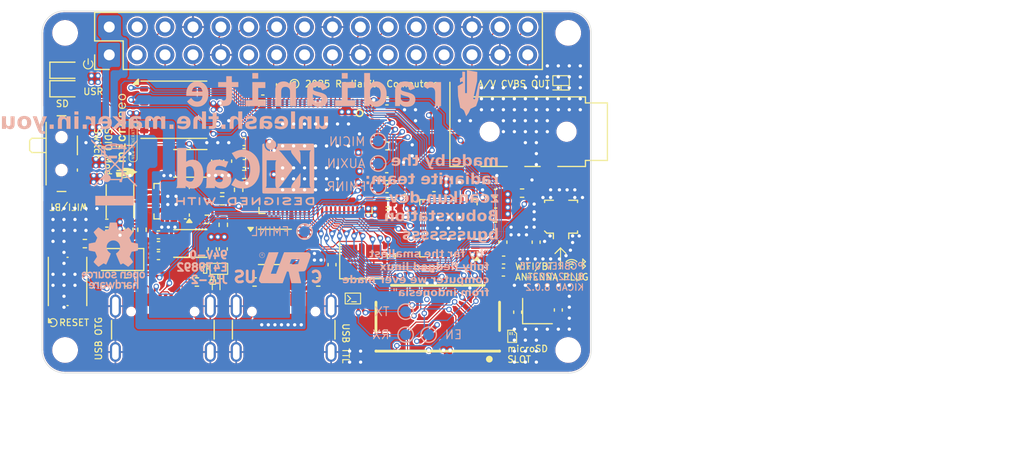
<source format=kicad_pcb>
(kicad_pcb (version 20240108) (generator "pcbnew") (generator_version "8.0")
  (layers (0 "F.Cu" signal) (1 "In1.Cu" signal) (2 "In2.Cu" signal) (31 "B.Cu" signal) (34 "B.Paste" user) (35 "F.Paste" user) (36 "B.SilkS" user "B.Silkscreen") (37 "F.SilkS" user "F.Silkscreen") (38 "B.Mask" user) (39 "F.Mask" user) (44 "Edge.Cuts" user))
  (net 0 "")
  (net 1 "Net-(AE1-FEED)")
  (net 2 "GND")
  (net 3 "+3V3")
  (net 4 "VRAM")
  (net 5 "VCORE")
  (net 6 "SYS")
  (net 7 "Net-(U1A-HOSCI)")
  (net 8 "Net-(U1A-HOSCO)")
  (net 9 "Net-(C23-Pad1)")
  (net 10 "ESPVCC")
  (net 11 "Net-(U5-XTAL_P)")
  (net 12 "Net-(U5-XTAL_N)")
  (net 13 "Net-(U5-LNA_IN)")
  (net 14 "VBUS")
  (net 15 "Net-(D3-A)")
  (net 16 "/L_FMIN")
  (net 17 "/MICIN")
  (net 18 "/R_FMIN")
  (net 19 "/AUXIN")
  (net 20 "SDVCC")
  (net 21 "/SD_CLK")
  (net 22 "/SD_CMD")
  (net 23 "/SD_D2")
  (net 24 "/SD_D0")
  (net 25 "/SD_D3")
  (net 26 "/SD_D1")
  (net 27 "/OTG_DM")
  (net 28 "/OTG_DP")
  (net 30 "Net-(J3-CC1)")
  (net 31 "Net-(J3-CC2)")
  (net 33 "/TTL_DM")
  (net 34 "/TTL_DP")
  (net 35 "/HP_COMP")
  (net 36 "/HP_LEFT")
  (net 37 "/HP_RIGHT")
  (net 38 "/D6")
  (net 39 "/D11")
  (net 40 "/D7")
  (net 41 "/D10")
  (net 42 "/D3")
  (net 43 "/D1")
  (net 44 "/D19")
  (net 45 "/D8")
  (net 46 "/D20")
  (net 47 "/D2")
  (net 48 "/D17")
  (net 49 "/D9")
  (net 50 "/D0")
  (net 51 "/D21")
  (net 52 "/D12")
  (net 53 "/D5")
  (net 54 "/D13")
  (net 55 "/D14")
  (net 56 "/D4")
  (net 57 "/D15")
  (net 58 "/D18")
  (net 59 "/D16")
  (net 60 "Net-(U2-SW1)")
  (net 61 "Net-(U2-SW2)")
  (net 62 "Net-(U2-SW3)")
  (net 63 "Net-(U2-FB1)")
  (net 64 "Net-(U2-FB2)")
  (net 65 "Net-(U2-FB3)")
  (net 66 "Net-(U1A-~{RESET})")
  (net 67 "Net-(U5-CHIP_EN)")
  (net 68 "Net-(U5-U0TXD)")
  (net 69 "Net-(U5-U0RXD)")
  (net 71 "/TTL_TX")
  (net 77 "/FLASH_CS")
  (net 81 "/TTL_RX")
  (net 83 "/FLASH_CLK")
  (net 89 "/FLASH_MISO")
  (net 96 "/FLASH_MOSI")
  (net 120 "Net-(J2-CC1)")
  (net 121 "Net-(J2-CC2)")
  (net 123 "Net-(U1B-SVREF)")
  (footprint "Inductor_SMD:L_Changjiang_FNR252010S" (layer "F.Cu") (at 87.1 74.3375 90)
    (property "Reference" "L1" (hide yes))
    (property "Value" "2.2uH" (hide yes))
  )
  (footprint "Resistor_SMD:R_0402_1005Metric" (layer "F.Cu") (at 99.35 81.7 180)
    (property "Reference" "R12" (hide yes))
    (property "Value" "5.1k" (hide yes))
  )
  (footprint "Capacitor_SMD:C_0402_1005Metric" (layer "F.Cu") (at 121.96 78.07 90)
    (property "Reference" "C32" (hide yes))
    (property "Value" "2.6p" (hide yes))
  )
  (footprint "Capacitor_SMD:C_0402_1005Metric" (layer "F.Cu") (at 106.4 80.12 90)
    (property "Reference" "C10" (hide yes))
    (property "Value" "18pF" (hide yes))
  )
  (footprint "Inductor_SMD:L_0402_1005Metric" (layer "F.Cu") (at 121.3 75.6 180)
    (property "Reference" "L4" (hide yes))
    (property "Value" "2n" (hide yes))
  )
  (footprint "Capacitor_SMD:C_0402_1005Metric" (layer "F.Cu") (at 127 84.25 -90)
    (property "Reference" "C30" (hide yes))
    (property "Value" "20p" (hide yes))
  )
  (footprint "MicroOnly-Footprints:MicroSD_Plugin" (layer "F.Cu") (at 116.149999 84.999999)
    (property "Reference" "J1" (hide yes))
    (property "Value" "TF-021B-H265" (hide yes))
  )
  (footprint "Resistor_SMD:R_0402_1005Metric" (layer "F.Cu") (at 123.7 73.6)
    (property "Reference" "R14" (hide yes))
    (property "Value" "10k" (hide yes))
  )
  (footprint "Inductor_SMD:L_Changjiang_FNR252010S" (layer "F.Cu") (at 93.5 78.187499 180)
    (property "Reference" "L3" (hide yes))
    (property "Value" "2.2uH" (hide yes))
  )
  (footprint "Capacitor_SMD:C_0402_1005Metric" (layer "F.Cu") (at 96.499999 78.6875 -90)
    (property "Reference" "C6" (hide yes))
    (property "Value" "0.1uF" (hide yes))
  )
  (footprint "Resistor_SMD:R_0402_1005Metric" (layer "F.Cu") (at 96.41 73.187501 180)
    (property "Reference" "R5" (hide yes))
    (property "Value" "470k" (hide yes))
  )
  (footprint "Capacitor_SMD:C_0402_1005Metric" (layer "F.Cu") (at 85.899999 76.3375 180)
    (property "Reference" "C1" (hide yes))
    (property "Value" "10uF" (hide yes))
  )
  (footprint "Inductor_SMD:L_Changjiang_FNR252010S" (layer "F.Cu") (at 93.499999 70.887498 180)
    (property "Reference" "L2" (hide yes))
    (property "Value" "2.2uH" (hide yes))
  )
  (footprint "MountingHole:MountingHole_2.1mm" (layer "F.Cu") (at 127.9 59)
    (property "Reference" "H3" (hide yes))
    (property "Value" "MountingHole" (hide yes))
  )
  (footprint "Capacitor_SMD:C_0402_1005Metric" (layer "F.Cu") (at 111.43 75.5)
    (property "Reference" "C15" (hide yes))
    (property "Value" "100n" (hide yes))
  )
  (footprint "Connector_PinHeader_2.54mm:PinHeader_2x16_P2.54mm_Vertical" (layer "F.Cu") (at 86.12 61 90)
    (property "Reference" "J6" (hide yes))
    (property "Value" "Conn_02x16_Odd_Even" (hide yes))
  )
  (footprint "Capacitor_SMD:C_0402_1005Metric" (layer "F.Cu") (at 111.8 79.35 -90)
    (property "Reference" "C11" (hide yes))
    (property "Value" "18pF" (hide yes))
  )
  (footprint "Capacitor_SMD:C_0402_1005Metric" (layer "F.Cu") (at 90.6 77.4 180)
    (property "Reference" "C9" (hide yes))
    (property "Value" "10u" (hide yes))
  )
  (footprint "Resistor_SMD:R_0402_1005Metric" (layer "F.Cu") (at 87.9 76.937499 90)
    (property "Reference" "R4" (hide yes))
    (property "Value" "680k" (hide yes))
  )
  (footprint "Package_DFN_QFN:WQFN-20-1EP_3x3mm_P0.4mm_EP1.7x1.7mm" (layer "F.Cu") (at 91.8 74.3375 180)
    (property "Reference" "U2" (hide yes))
    (property "Value" "~")
  )
  (footprint "Capacitor_SMD:C_0402_1005Metric" (layer "F.Cu") (at 111.4 69.3 180)
    (property "Reference" "C12" (hide yes))
    (property "Value" "100n" (hide yes))
  )
  (footprint "Capacitor_SMD:C_0402_1005Metric" (layer "F.Cu") (at 122.02 79.7)
    (property "Reference" "C27" (hide yes))
    (property "Value" "0.1u" (hide yes))
  )
  (footprint "Resistor_SMD:R_0402_1005Metric" (layer "F.Cu") (at 95 75.987501)
    (property "Reference" "R3" (hide yes))
    (property "Value" "150k" (hide yes))
  )
  (footprint "MountingHole:MountingHole_2.1mm" (layer "F.Cu") (at 82.1 87.9)
    (property "Reference" "H1" (hide yes))
    (property "Value" "MountingHole" (hide yes))
  )
  (footprint "Connector_USB:USB_C_Receptacle_GCT_USB4105-xx-A_16P_TopMnt_Horizontal" (layer "F.Cu") (at 102 87)
    (property "Reference" "J3" (hide yes))
    (property "Value" "USB_C_Receptacle_USB2.0_16P" (hide yes))
  )
  (footprint "Resistor_SMD:R_0402_1005Metric" (layer "F.Cu") (at 89.1 76.937501 90)
    (property "Reference" "R1" (hide yes))
    (property "Value" "150k" (hide yes))
  )
  (footprint "Capacitor_SMD:C_0402_1005Metric" (layer "F.Cu") (at 101.7 63.740001 90)
    (property "Reference" "C14" (hide yes))
    (property "Value" "100n" (hide yes))
  )
  (footprint "LED_SMD:LED_0603_1608Metric" (layer "F.Cu") (at 82.2 62.4)
    (property "Reference" "D1" (hide yes))
    (property "Value" "GREEN" (hide yes))
  )
  (footprint "LED_SMD:LED_0603_1608Metric" (layer "F.Cu") (at 82.2 64.09)
    (property "Reference" "D3" (hide yes))
    (property "Value" "BLUE" (hide yes))
  )
  (footprint "Capacitor_SMD:C_0402_1005Metric" (layer "F.Cu") (at 90.6 78.370001 180)
    (property "Reference" "C8" (hide yes))
    (property "Value" "10u" (hide yes))
  )
  (footprint "MountingHole:MountingHole_2.1mm" (layer "F.Cu") (at 82.1 59)
    (property "Reference" "H4" (hide yes))
    (property "Value" "MountingHole" (hide yes))
  )
  (footprint "Diode_SMD:D_SOD-123F" (layer "F.Cu") (at 87.05 79.65 180)
    (property "Reference" "D2" (hide yes))
    (property "Value" "D_Schottky" (hide yes))
  )
  (footprint "Package_DFN_QFN:QFN-32-1EP_5x5mm_P0.5mm_EP3.7x3.7mm" (layer "F.Cu") (at 117 76.8 180)
    (property "Reference" "U5" (hide yes))
    (property "Value" "ESP32-C3FH4" (hide yes))
  )
  (footprint "Capacitor_SMD:C_0402_1005Metric" (layer "F.Cu") (at 113.4 73.78 90)
    (property "Reference" "C26" (hide yes))
    (property "Value" "0.1u" (hide yes))
  )
  (footprint "Resistor_SMD:R_0402_1005Metric" (layer "F.Cu") (at 83.9 78.2 180)
    (property "Reference" "R7" (hide yes))
    (property "Value" "49.9k" (hide yes))
  )
  (footprint "Button_Switch_SMD:SW_SPDT_PCM12" (layer "F.Cu") (at 82.1 70 -90)
    (property "Reference" "SW2" (hide yes))
    (property "Value" "SW_SPDT" (hide yes))
  )
  (footprint "3340:QFN-88_EP_10x10_Pitch0.4mm" (layer "F.Cu") (at 104.9 70.3 -90)
    (property "Reference" "U1" (hide yes))
    (property "Value" "F1C200s")
  )
  (footprint "Capacitor_SMD:C_0402_1005Metric" (layer "F.Cu") (at 111.4 73.2)
    (property "Reference" "C20" (hide yes))
    (property "Value" "100n" (hide yes))
  )
  (footprint "Package_SON:WSON-8-1EP_6x5mm_P1.27mm_EP3.4x4.3mm" (layer "F.Cu") (at 92 66)
    (property "Reference" "U4" (hide yes))
    (property "Value" "W25Q32JVZP" (hide yes))
  )
  (footprint "Capacitor_SMD:C_0402_1005Metric" (layer "F.Cu") (at 124.98 78.07 90)
    (property "Reference" "C33" (hide yes))
    (property "Value" "2p" (hide yes))
  )
  (footprint "Resistor_SMD:R_0402_1005Metric" (layer "F.Cu") (at 87.65 81.7 180)
    (property "Reference" "R10" (hide yes))
    (property "Value" "5.1k" (hide yes))
  )
  (footprint "Capacitor_SMD:C_0402_1005Metric" (layer "F.Cu") (at 121.3 73.6 180)
    (property "Reference" "C25" (hide yes))
    (property "Value" "10u" (hide yes))
  )
  (footprint "Capacitor_SMD:C_0402_1005Metric" (layer "F.Cu") (at 111.38 72.1)
    (property "Reference" "C17" (hide yes))
    (property "Value" "100n" (hide yes))
  )
  (footprint "Capacitor_SMD:C_0402_1005Metric" (layer "F.Cu") (at 121.3 76.6)
    (property "Reference" "C23" (hide yes))
    (property "Value" "1u" (hide yes))
  )
  (footprint "Capacitor_SMD:C_0402_1005Metric" (layer "F.Cu") (at 95.800001 70.687501 90)
    (property "Reference" "C5" (hide yes))
    (property "Value" "0.1uF" (hide yes))
  )
  (footprint "Capacitor_SMD:C_0402_1005Metric" (layer "F.Cu") (at 98.4 68.9 180)
    (property "Reference" "C21" (hide yes))
    (property "Value" "1u" (hide yes))
  )
  (footprint "Button_Switch_SMD:SW_Push_1P1T_NO_Vertical_Wuerth_434133025816" (layer "F.Cu") (at 82.325 81.65 90)
    (property "Reference" "SW1" (hide yes))
    (property "Value" "SW_Push" (hide yes))
  )
  (footprint "Capacitor_SMD:C_0402_1005Metric" (layer "F.Cu") (at 85.9 77.337501 180)
    (property "Reference" "C4" (hide yes))
    (property "Value" "0.1uF" (hide yes))
  )
  (footprint "Resistor_SMD:R_0402_1005Metric" (layer "F.Cu") (at 105.15 81.7)
    (property "Reference" "R13" (hide yes))
    (property "Value" "5.1k" (hide yes))
  )
  (footprint "LOGO" (layer "F.Cu") (at 87.7 68.4 90)
    (property "Reference" "G***" (hide yes))
    (property "Value" "LOGO" (hide yes))
  )
  (footprint "Resistor_SMD:R_0402_1005Metric" (layer "F.Cu") (at 97.9 73.3 90)
    (property "Reference" "R9" (hide yes))
    (property "Value" "2.2k" (hide yes))
  )
  (footprint "Package_SO:MSOP-10_3x3mm_P0.5mm" (layer "F.Cu") (at 101.2 78.5)
    (property "Reference" "U3" (hide yes))
    (property "Value" "CH340E" (hide yes))
  )
  (footprint "Capacitor_SMD:C_0402_1005Metric" (layer "F.Cu") (at 98.4 69.9 180)
    (property "Reference" "C22" (hide yes))
    (property "Value" "1u" (hide yes))
  )
  (footprint "Resistor_SMD:R_0402_1005Metric" (layer "F.Cu") (at 96.400001 74.2875 180)
    (property "Reference" "R2" (hide yes))
    (property "Value" "150k" (hide yes))
  )
  (footprint "Capacitor_SMD:C_0402_1005Metric" (layer "F.Cu") (at 122 80.8)
    (property "Reference" "C28" (hide yes))
    (property "Value" "1u" (hide yes))
  )
  (footprint "Resistor_SMD:R_0402_1005Metric" (layer "F.Cu") (at 94.1 81.7)
    (property "Reference" "R11" (hide yes))
    (property "Value" "5.1k" (hide yes))
  )
  (footprint "Capacitor_SMD:C_0402_1005Metric" (layer "F.Cu") (at 90.6 79.3 180)
    (property "Reference" "C7" (hide yes))
    (property "Value" "10u" (hide yes))
  )
  (footprint "Capacitor_SMD:C_0402_1005Metric" (layer "F.Cu") (at 111.43 74.5)
    (property "Reference" "C16" (hide yes))
    (property "Value" "100n" (hide yes))
  )
  (footprint "Crystal:Crystal_SMD_3225-4Pin_3.2x2.5mm" (layer "F.Cu") (at 109.1 79.75)
    (property "Reference" "Y1" (hide yes))
    (property "Value" "24MHz" (hide yes))
  )
  (footprint "Connector_USB:USB_C_Receptacle_GCT_USB4105-xx-A_16P_TopMnt_Horizontal" (layer "F.Cu") (at 91 87)
    (property "Reference" "J2" (hide yes))
    (property "Value" "USB_C_Receptacle_USB2.0_16P" (hide yes))
  )
  (footprint "Capacitor_SMD:C_0402_1005Metric" (layer "F.Cu") (at 100.1 64.3 180)
    (property "Reference" "C19" (hide yes))
    (property "Value" "100n" (hide yes))
  )
  (footprint "Connector_Audio:Jack_3.5mm_KoreanHropartsElec_PJ-320D-4A_Horizontal" (layer "F.Cu") (at 123 68 180)
    (property "Reference" "J4" (hide yes))
    (property "Value" "AudioJack4" (hide yes))
  )
  (footprint "Capacitor_SMD:C_0402_1005Metric" (layer "F.Cu") (at 115.68 73.1 180)
    (property "Reference" "C29" (hide yes))
    (property "Value" "10n" (hide yes))
  )
  (footprint "Resistor_SMD:R_0402_1005Metric" (layer "F.Cu") (at 96.5 76.4875 90)
    (property "Reference" "R6" (hide yes))
    (property "Value" "150k" (hide yes))
  )
  (footprint "Resistor_SMD:R_0402_1005Metric" (layer "F.Cu") (at 98.41 71.9 180)
    (property "Reference" "R8" (hide yes))
    (property "Value" "2.2k" (hide yes))
  )
  (footprint "Capacitor_SMD:C_0402_1005Metric" (layer "F.Cu") (at 123.3 84.45 90)
    (property "Reference" "C31" (hide yes))
    (property "Value" "20p" (hide yes))
  )
  (footprint "Capacitor_SMD:C_0402_1005Metric" (layer "F.Cu") (at 98.42 70.9 180)
    (property "Reference" "C18" (hide yes))
    (property "Value" "100n" (hide yes))
  )
  (footprint "MountingHole:MountingHole_2.1mm" (layer "F.Cu") (at 127.9 87.9)
    (property "Reference" "H2" (hide yes))
    (property "Value" "MountingHole" (hide yes))
  )
  (footprint "Capacitor_SMD:C_0402_1005Metric" (layer "F.Cu") (at 111.4 65.2)
    (property "Reference" "C13" (hide yes))
    (property "Value" "2.2u" (hide yes))
  )
  (footprint "Connector_Coaxial:U.FL_Molex_MCRF_73412-0110_Vertical" (layer "F.Cu") (at 127.25 75.75)
    (property "Reference" "AE1" (hide yes))
    (property "Value" "Antenna_Chip" (hide yes))
  )
  (footprint "Capacitor_SMD:C_0402_1005Metric" (layer "F.Cu") (at 121.3 74.6 180)
    (property "Reference" "C24" (hide yes))
    (property "Value" "0.1u" (hide yes))
  )
  (footprint "Capacitor_SMD:C_0402_1005Metric" (layer "F.Cu") (at 95.500001 78.6875 -90)
    (property "Reference" "C3" (hide yes))
    (property "Value" "10uF" (hide yes))
  )
  (footprint "Crystal:Crystal_SMD_2016-4Pin_2.0x1.6mm" (layer "F.Cu") (at 125.1 84.35)
    (property "Reference" "Y2" (hide yes))
    (property "Value" "40MHz" (hide yes))
  )
  (footprint "Capacitor_SMD:C_0402_1005Metric" (layer "F.Cu") (at 96.900001 70.687501 90)
    (property "Reference" "C2" (hide yes))
    (property "Value" "10uF" (hide yes))
  )
  (footprint "Inductor_SMD:L_0402_1005Metric" (layer "F.Cu") (at 123.47 78.55)
    (property "Reference" "L5" (hide yes))
    (property "Value" "2.7n" (hide yes))
  )
  (footprint "TestPoint:TestPoint_Pad_D1.0mm" (layer "B.Cu") (at 113.1 86.5 180)
    (property "Reference" "TP2" (hide yes))
    (property "Value" "ESP_RX")
  )
  (footprint "Symbol:KiCad-Logo2_5mm_SilkScreen" (layer "B.Cu") (at 98.5 71.7 180)
    (property "Reference" "REF**" (hide yes))
    (property "Value" "KiCad-Logo2_5mm_SilkScreen" (hide yes))
  )
  (footprint "TestPoint:TestPoint_Pad_D1.0mm" (layer "B.Cu") (at 110.6 68.85 180)
    (property "Reference" "TP4" (hide yes))
    (property "Value" "MICIN")
  )
  (footprint "LOGO" (layer "B.Cu") (at 106.5 64.5 180)
    (property "Reference" "G***" (hide yes))
    (property "Value" "LOGO" (hide yes))
  )
  (footprint "TestPoint:TestPoint_Pad_D1.0mm" (layer "B.Cu") (at 110.6 73 180)
    (property "Reference" "TP6" (hide yes))
    (property "Value" "FMINR")
  )
  (footprint "TestPoint:TestPoint_Pad_D1.0mm" (layer "B.Cu") (at 115.2 86.5 180)
    (property "Reference" "TP3" (hide yes))
    (property "Value" "ESP_RST")
  )
  (footprint "TestPoint:TestPoint_Pad_D1.0mm" (layer "B.Cu") (at 110.6 70.9 180)
    (property "Reference" "TP5" (hide yes))
    (property "Value" "AUXIN")
  )
  (footprint "Symbol:WEEE-Logo_4.2x6mm_SilkScreen" (layer "B.Cu") (at 86.6 71.7 180)
    (property "Reference" "REF**" (hide yes))
    (property "Value" "WEEE-Logo_4.2x6mm_SilkScreen" (hide yes))
  )
  (footprint "TestPoint:TestPoint_Pad_D1.0mm" (layer "B.Cu") (at 113.1 84.4 180)
    (property "Reference" "TP1" (hide yes))
    (property "Value" "ESP_TX")
  )
  (footprint "LOGO" (layer "B.Cu") (at 102.1 80.4 180)
    (property "Reference" "G***" (hide yes))
    (property "Value" "LOGO" (hide yes))
  )
  (footprint "TestPoint:TestPoint_Pad_D1.0mm" (layer "B.Cu") (at 103.9 77.1 180)
    (property "Reference" "TP7" (hide yes))
    (property "Value" "FMINL")
  )
  (footprint "Symbol:OSHW-Logo_5.7x6mm_SilkScreen" (layer "B.Cu") (at 86.5 79.3 180)
    (property "Reference" "REF**" (hide yes))
    (property "Value" "OSHW-Logo_5.7x6mm_SilkScreen" (hide yes))
  )
  (gr_line (start 96.2 81.4) (end 96.2 82.4) (stroke (width 0.1)) (layer "F.SilkS"))
  (gr_line (start 122.8 86.3) (end 122.8 86.5) (stroke (width 0.1)) (layer "F.SilkS"))
  (gr_rect (start 95.3 81.5) (end 95.8 81.9) (stroke (width 0.1)) (fill none) (layer "F.SilkS"))
  (gr_arc (start 128 80.15) (mid 128.199999 80.067158) (end 128.399998 80.15) (stroke (width 0.1)) (layer "F.SilkS"))
  (gr_line (start 129.474999 79.849999) (end 129.224999 79.599999) (stroke (width 0.1)) (layer "F.SilkS"))
  (gr_line (start 129.124999 80.149999) (end 129.474999 79.849999) (stroke (width 0.1)) (layer "F.SilkS"))
  (gr_line (start 95 80.5) (end 95.3 80.5) (stroke (width 0.1)) (layer "F.SilkS"))
  (gr_poly (pts (xy 80.584 85.012) (xy 80.584 85.412) (xy 80.884 85.412)) (stroke (width 0.1)) (fill solid) (layer "F.SilkS"))
  (gr_line (start 122.4 86.1) (end 122.4 87.2) (stroke (width 0.1)) (layer "F.SilkS"))
  (gr_line (start 122.4 87.2) (end 123.2 87.2) (stroke (width 0.1)) (layer "F.SilkS"))
  (gr_line (start 108.09 83.2) (end 107.81 83.48) (stroke (width 0.1)) (layer "F.SilkS"))
  (gr_line (start 127.2 80.5) (end 127.2 78.6) (stroke (width 0.1)) (layer "F.SilkS"))
  (gr_arc (start 84.5 61.55) (mid 84.2 62.274264) (end 83.9 61.55) (stroke (width 0.1)) (layer "F.SilkS"))
  (gr_arc (start 127.705025 79.855023) (mid 128.199999 79.649999) (end 128.694973 79.855023) (stroke (width 0.1)) (layer "F.SilkS"))
  (gr_line (start 129.474999 80.249999) (end 129.124999 79.949999) (stroke (width 0.1)) (layer "F.SilkS"))
  (gr_rect (start 107.6 82.71) (end 109 83.69) (stroke (width 0.1)) (fill none) (layer "F.SilkS"))
  (gr_line (start 84.2 61.35) (end 84.2 61.85) (stroke (width 0.1)) (layer "F.SilkS"))
  (gr_rect (start 94.7 80.1) (end 95 80.9) (stroke (width 0.1)) (fill none) (layer "F.SilkS"))
  (gr_rect (start 96 81) (end 96.5 81.4) (stroke (width 0.1)) (fill none) (layer "F.SilkS"))
  (gr_line (start 126.5 64.2) (end 128 64.2) (stroke (width 0.1)) (layer "F.SilkS"))
  (gr_line (start 122.6 86.3) (end 122.6 86.5) (stroke (width 0.1)) (layer "F.SilkS"))
  (gr_line (start 127.2 78.6) (end 127.7 79.1) (stroke (width 0.1)) (layer "F.SilkS"))
  (gr_line (start 123.2 86.4) (end 122.9 86.1) (stroke (width 0.1)) (layer "F.SilkS"))
  (gr_line (start 129.224999 79.599999) (end 129.224999 80.499999) (stroke (width 0.1)) (layer "F.SilkS"))
  (gr_line (start 129.224999 80.499999) (end 129.474999 80.249999) (stroke (width 0.1)) (layer "F.SilkS"))
  (gr_poly (pts (xy 94.5 80.3) (xy 94.7 80.300001) (xy 94.7 80.699999) (xy 94.5 80.7)) (stroke (width 0.1)) (fill none) (layer "F.SilkS"))
  (gr_poly (pts (xy 95.3 80.000001) (xy 96.9 80) (xy 96.9 81) (xy 95.300001 81)) (stroke (width 0.1)) (fill none) (layer "F.SilkS"))
  (gr_line (start 128 64.2) (end 127.25 64.2) (stroke (width 0.1)) (layer "F.SilkS"))
  (gr_line (start 95.5 82.4) (end 95.5 81.9) (stroke (width 0.1)) (layer "F.SilkS"))
  (gr_line (start 108.19 83.5) (end 108.61 83.5) (stroke (width 0.1)) (layer "F.SilkS"))
  (gr_rect (start 126.5 62.9) (end 128 63.8) (stroke (width 0.1)) (fill none) (layer "F.SilkS"))
  (gr_circle (center 128.199999 80.349999) (end 128.249999 80.349999) (stroke (width 0.1)) (fill solid) (layer "F.SilkS"))
  (gr_line (start 123 86.5) (end 123 86.5) (stroke (width 0.1)) (layer "F.SilkS"))
  (gr_arc (start 127.846446 79.996445) (mid 128.199999 79.849999) (end 128.553552 79.996445) (stroke (width 0.1)) (layer "F.SilkS"))
  (gr_line (start 107.81 82.92) (end 108.09 83.2) (stroke (width 0.1)) (layer "F.SilkS"))
  (gr_line (start 126.7 79.1) (end 127.2 78.6) (stroke (width 0.1)) (layer "F.SilkS"))
  (gr_line (start 122.9 86.1) (end 122.4 86.1) (stroke (width 0.1)) (layer "F.SilkS"))
  (gr_line (start 123.2 87.2) (end 123.2 86.4) (stroke (width 0.1)) (layer "F.SilkS"))
  (gr_line (start 127.25 63.8) (end 127.25 64.2) (stroke (width 0.1)) (layer "F.SilkS"))
  (gr_rect (start 95.4 81.2) (end 95.7 81.5) (stroke (width 0.1)) (fill none) (layer "F.SilkS"))
  (gr_arc (start 80.67751 85.238755) (mid 81.348476 85.307457) (end 80.8 85.7) (stroke (width 0.1)) (layer "F.SilkS"))
  (gr_line (start 127.2 78.6) (end 126.7 79.1) (stroke (width 0.1)) (layer "F.SilkS"))
  (gr_line (start 80 59) (end 80 87.9) (stroke (width 0.05)) (layer "Edge.Cuts"))
  (gr_arc (start 128 57) (mid 129.414214 57.585786) (end 130 59) (stroke (width 0.05)) (layer "Edge.Cuts"))
  (gr_line (start 128 57) (end 82 57) (stroke (width 0.05)) (layer "Edge.Cuts"))
  (gr_line (start 82.1 90) (end 127.9 90) (stroke (width 0.05)) (layer "Edge.Cuts"))
  (gr_arc (start 130 87.9) (mid 129.384924 89.384924) (end 127.9 90) (stroke (width 0.05)) (layer "Edge.Cuts"))
  (gr_line (start 130 87.9) (end 130 59) (stroke (width 0.05)) (layer "Edge.Cuts"))
  (gr_arc (start 82.1 90) (mid 80.615076 89.384924) (end 80 87.9) (stroke (width 0.05)) (layer "Edge.Cuts"))
  (gr_arc (start 80 59) (mid 80.585786 57.585786) (end 82 57) (stroke (width 0.05)) (layer "Edge.Cuts"))
  (gr_text "FMINR" (at 109.6 73 0) (layer "B.SilkS") (effects (font (size 0.8 0.8) (thickness 0.1)) (justify left mirror)))
  (gr_text "US" (at 99.65 81.825 0) (layer "B.SilkS") (effects (font (size 1 1) (thickness 0.25) (bold yes)) (justify left bottom mirror)))
  (gr_text "MICIN" (at 109.5 68.9 0) (layer "B.SilkS") (effects (font (size 0.8 0.8) (thickness 0.1)) (justify left mirror)))
  (gr_text "made by the\nradianite team:\nzeankun.dev\nBobuxstation\nbgusssssss" (at 121.6 78 0) (layer "B.SilkS") (effects (font (size 1 1) (thickness 0.175) (bold yes)) (justify left bottom mirror)))
  (gr_text "EN" (at 118.3 86.5 0) (layer "B.SilkS") (effects (font (size 0.8 0.8) (thickness 0.1)) (justify left mirror)))
  (gr_text "{dblquote}by far the smallest\nfully fledged linux\ncomputer we ever made\nfrom indonesia{dblquote}" (at 120.7 83.1 0) (layer "B.SilkS") (effects (font (size 0.7 0.7) (thickness 0.175) (bold yes) (italic yes)) (justify left bottom mirror)))
  (gr_text "unleash.the.maker.in.you" (at 106.2 68 0) (layer "B.SilkS") (effects (font (size 1.5 1.5) (thickness 0.175) (bold yes)) (justify left bottom mirror)))
  (gr_text "TX" (at 111.7 84.4 0) (layer "B.SilkS") (effects (font (size 0.8 0.8) (thickness 0.1)) (justify left mirror)))
  (gr_text "C" (at 105.65 81.825 0) (layer "B.SilkS") (effects (font (size 1 1) (thickness 0.25) (bold yes)) (justify left bottom mirror)))
  (gr_text "PCBREV 0.75\n8/12/2024\nKICAD 8.0.2" (at 129.4 79.9 0) (layer "B.SilkS") (effects (font (size 0.6 0.6) (thickness 0.1)) (justify left top mirror)))
  (gr_text "RX" (at 111.7 86.5 0) (layer "B.SilkS") (effects (font (size 0.8 0.8) (thickness 0.1)) (justify left mirror)))
  (gr_text "FMINL" (at 102.6 77.1 0) (layer "B.SilkS") (effects (font (size 0.8 0.8) (thickness 0.1)) (justify left mirror)))
  (gr_text "AUXIN" (at 109.5 70.9 0) (layer "B.SilkS") (effects (font (size 0.8 0.8) (thickness 0.1)) (justify left mirror)))
  (gr_text "94V-0\nE479892\nJLC-2" (at 97 81.9 0) (layer "B.SilkS") (effects (font (size 0.7 0.7) (thickness 0.175) (bold yes)) (justify left bottom mirror)))
  (gr_text "SD" (at 81.2 65.8 0) (layer "F.SilkS") (effects (font (size 0.6 0.6) (thickness 0.1)) (justify left bottom)))
  (gr_text "© 2025 Radianite Computers" (at 102.4 64 0) (layer "F.SilkS") (effects (font (size 0.6 0.6) (thickness 0.1)) (justify left bottom)))
  (gr_text "USB OTG" (at 85.5 88.9 90) (layer "F.SilkS") (effects (font (size 0.6 0.6) (thickness 0.1)) (justify left bottom)))
  (gr_text "A/V CVBS OUT" (at 119.6 64 0) (layer "F.SilkS") (effects (font (size 0.6 0.6) (thickness 0.1)) (justify left bottom)))
  (gr_text "RESET" (at 81.5 85.75 0) (layer "F.SilkS") (effects (font (size 0.6 0.6) (thickness 0.1)) (justify left bottom)))
  (gr_text "microSD\nSLOT" (at 122.3 89.1 0) (layer "F.SilkS") (effects (font (size 0.6 0.6) (thickness 0.1)) (justify left bottom)))
  (gr_text "SDIO Mode\nSwitch" (at 84.7 67.6 270) (layer "F.SilkS") (effects (font (size 0.6 0.6) (thickness 0.1)) (justify left bottom)))
  (gr_text "USB TTL" (at 107.3 85.4 270) (layer "F.SilkS") (effects (font (size 0.6 0.6) (thickness 0.1)) (justify left bottom)))
  (gr_text "WIFI/BT\nANTENNA PLUG" (at 123 81.6 0) (layer "F.SilkS") (effects (font (size 0.6 0.6) (thickness 0.1)) (justify left bottom)))
  (gr_text "USR" (at 83.7 64.7 0) (layer "F.SilkS") (effects (font (size 0.6 0.6) (thickness 0.1)) (justify left bottom)))
  (gr_text "WIFI/BT" (at 84.2 74.5 180) (layer "F.SilkS") (effects (font (size 0.6 0.6) (thickness 0.1)) (justify left bottom)))
  (segment (start 127.25 77.982893) (end 127.25 77.25) (width 0.190083) (layer "F.Cu") (net 1))
  (segment (start 123.955 78.55) (end 126.682893 78.55) (width 0.190083) (layer "F.Cu") (net 1))
  (segment (start 127.036447 78.403553) (end 127.103554 78.336446) (width 0.190083) (layer "F.Cu") (net 1))
  (arc (start 126.682893 78.55) (mid 126.874235 78.51194) (end 127.036447 78.403553) (width 0.190083) (layer "F.Cu") (net 1))
  (arc (start 127.103554 78.336446) (mid 127.21194 78.174234) (end 127.25 77.982893) (width 0.190083) (layer "F.Cu") (net 1))
  (via (at 82 79) (size 0.5) (drill 0.3) (layers "F.Cu" "B.Cu") (net 2))
  (via (at 101.9 71.3) (size 0.5) (drill 0.3) (layers "F.Cu" "B.Cu") (net 2))
  (via (at 124 82) (size 0.5) (drill 0.3) (layers "F.Cu" "B.Cu") (net 2))
  (via (at 127.8 73.3) (size 0.5) (drill 0.3) (layers "F.Cu" "B.Cu") (net 2))
  (via (at 91.450001 74.6375) (size 0.5) (drill 0.3) (layers "F.Cu" "B.Cu") (net 2))
  (via (at 116 75.8) (size 0.5) (drill 0.3) (layers "F.Cu" "B.Cu") (net 2))
  (via (at 128 66) (size 0.5) (drill 0.3) (layers "F.Cu" "B.Cu") (net 2))
  (via (at 125.6 74) (size 0.5) (drill 0.3) (layers "F.Cu" "B.Cu") (net 2))
  (via (at 84 69) (size 0.5) (drill 0.3) (layers "F.Cu" "B.Cu") (net 2))
  (via (at 129 66) (size 0.5) (drill 0.3) (layers "F.Cu" "B.Cu") (net 2))
  (via (at 128 82) (size 0.5) (drill 0.3) (layers "F.Cu" "B.Cu") (net 2))
  (via (at 118 67) (size 0.5) (drill 0.3) (layers "F.Cu" "B.Cu") (net 2))
  (via (at 102.9 69.3) (size 0.5) (drill 0.3) (layers "F.Cu" "B.Cu") (net 2))
  (via (at 102.9 73.3) (size 0.5) (drill 0.3) (layers "F.Cu" "B.Cu") (net 2))
  (via (at 113.7 69.2) (size 0.5) (drill 0.3) (layers "F.Cu" "B.Cu") (net 2))
  (via (at 97 69) (size 0.5) (drill 0.3) (layers "F.Cu" "B.Cu") (net 2))
  (via (at 122.7 77.4) (size 0.5) (drill 0.3) (layers "F.Cu" "B.Cu") (net 2))
  (via (at 114 67) (size 0.5) (drill 0.3) (layers "F.Cu" "B.Cu") (net 2))
  (via (at 105.9 69.3) (size 0.5) (drill 0.3) (layers "F.Cu" "B.Cu") (net 2))
  (via (at 127 65) (size 0.5) (drill 0.3) (layers "F.Cu" "B.Cu") (net 2))
  (via (at 126 82) (size 0.5) (drill 0.3) (layers "F.Cu" "B.Cu") (net 2))
  (via (at 118 72.6) (size 0.5) (drill 0.3) (layers "F.Cu" "B.Cu") (net 2))
  (via (at 124 66) (size 0.5) (drill 0.3) (layers "F.Cu" "B.Cu") (net 2))
  (via (at 104.9 71.3) (size 0.5) (drill 0.3) (layers "F.Cu" "B.Cu") (net 2))
  (via (at 124.6 72.4) (size 0.5) (drill 0.3) (layers "F.Cu" "B.Cu") (net 2))
  (via (at 124 69) (size 0.5) (drill 0.3) (layers "F.Cu" "B.Cu") (net 2))
  (via (at 122 67) (size 0.5) (drill 0.3) (layers "F.Cu" "B.Cu") (net 2))
  (via (at 126 68) (size 0.5) (drill 0.3) (layers "F.Cu" "B.Cu") (net 2))
  (via (at 81 75) (size 0.5) (drill 0.3) (layers "F.Cu" "B.Cu") (net 2))
  (via (at 101.9 69.3) (size 0.5) (drill 0.3) (layers "F.Cu" "B.Cu") (net 2))
  (via (at 105.9 71.3) (size 0.5) (drill 0.3) (layers "F.Cu" "B.Cu") (net 2))
  (via (at 105.9 69.3) (size 0.5) (drill 0.3) (layers "F.Cu" "B.Cu") (net 2))
  (via (at 106.9 71.3) (size 0.5) (drill 0.3) (layers "F.Cu" "B.Cu") (net 2))
  (via (at 85 75) (size 0.5) (drill 0.3) (layers "F.Cu" "B.Cu") (net 2))
  (via (at 81 82) (size 0.5) (drill 0.3) (layers "F.Cu" "B.Cu") (net 2))
  (via (at 113.7 70.2) (size 0.5) (drill 0.3) (layers "F.Cu" "B.Cu") (net 2))
  (via (at 101.9 73.3) (size 0.5) (drill 0.3) (layers "F.Cu" "B.Cu") (net 2))
  (via (at 124.8 74.6) (size 0.5) (drill 0.3) (layers "F.Cu" "B.Cu") (net 2))
  (via (at 125 68) (size 0.5) (drill 0.3) (layers "F.Cu" "B.Cu") (net 2))
  (via (at 120 65) (size 0.5) (drill 0.3) (layers "F.Cu" "B.Cu") (net 2))
  (via (at 121.4 72) (size 0.5) (drill 0.3) (layers "F.Cu" "B.Cu") (net 2))
  (via (at 116 77.8) (size 0.5) (drill 0.3) (layers "F.Cu" "B.Cu") (net 2))
  (via (at 123 66) (size 0.5) (drill 0.3) (layers "F.Cu" "B.Cu") (net 2))
  (via (at 83 77) (size 0.5) (drill 0.3) (layers "F.Cu" "B.Cu") (net 2))
  (via (at 118 76.8) (size 0.5) (drill 0.3) (layers "F.Cu" "B.Cu") (net 2))
  (via (at 101.9 67.3) (size 0.5) (drill 0.3) (layers "F.Cu" "B.Cu") (net 2))
  (via (at 124.9 79.6) (size 0.5) (drill 0.3) (layers "F.Cu" "B.Cu") (net 2))
  (via (at 107.9 67.3) (size 0.5) (drill 0.3) (layers "F.Cu" "B.Cu") (net 2))
  (via (at 103.9 67.3) (size 0.5) (drill 0.3) (layers "F.Cu" "B.Cu") (net 2))
  (via (at 105.9 67.3) (size 0.5) (drill 0.3) (layers "F.Cu" "B.Cu") (net 2))
  (via (at 92.200001 74.6375) (size 0.5) (drill 0.3) (layers "F.Cu" "B.Cu") (net 2))
  (via (at 95 69) (size 0.5) (drill 0.3) (layers "F.Cu" "B.Cu") (net 2))
  (via (at 106.9 72.3) (size 0.5) (drill 0.3) (layers "F.Cu" "B.Cu") (net 2))
  (via (at 122 64) (size 0.5) (drill 0.3) (layers "F.Cu" "B.Cu") (net 2))
  (via (at 106.9 67.3) (size 0.5) (drill 0.3) (layers "F.Cu" "B.Cu") (net 2))
  (via (at 125 89) (size 0.5) (drill 0.3) (layers "F.Cu" "B.Cu") (net 2))
  (via (at 127.1 79.6) (size 0.5) (drill 0.3) (layers "F.Cu" "B.Cu") (net 2))
  (via (at 103.9 72.3) (size 0.5) (drill 0.3) (layers "F.Cu" "B.Cu") (net 2))
  (via (at 102.9 67.3) (size 0.5) (drill 0.3) (layers "F.Cu" "B.Cu") (net 2))
  (via (at 123.4 77.4) (size 0.5) (drill 0.3) (layers "F.Cu" "B.Cu") (net 2))
  (via (at 124.2 79.6) (size 0.5) (drill 0.3) (layers "F.Cu" "B.Cu") (net 2))
  (via (at 124 86) (size 0.5) (drill 0.3) (layers "F.Cu" "B.Cu") (net 2))
  (via (at 128.9 77.5) (size 0.5) (drill 0.3) (layers "F.Cu" "B.Cu") (net 2))
  (via (at 105.9 72.3) (size 0.5) (drill 0.3) (layers "F.Cu" "B.Cu") (net 2))
  (via (at 104.9 72.3) (size 0.5) (drill 0.3) (layers "F.Cu" "B.Cu") (net 2))
  (via (at 120.1 73.3) (size 0.5) (drill 0.3) (layers "F.Cu" "B.Cu") (net 2))
  (via (at 127 64) (size 0.5) (drill 0.3) (layers "F.Cu" "B.Cu") (net 2))
  (via (at 126 64) (size 0.5) (drill 0.3) (layers "F.Cu" "B.Cu") (net 2))
  (via (at 116 76.8) (size 0.5) (drill 0.3) (layers "F.Cu" "B.Cu") (net 2))
  (via (at 115.05 81.8) (size 0.5) (drill 0.3) (layers "F.Cu" "B.Cu") (net 2))
  (via (at 125 63) (size 0.5) (drill 0.3) (layers "F.Cu" "B.Cu") (net 2))
  (via (at 123 88) (size 0.5) (drill 0.3) (layers "F.Cu" "B.Cu") (net 2))
  (via (at 126 62) (size 0.5) (drill 0.3) (layers "F.Cu" "B.Cu") (net 2))
  (via (at 84 77) (size 0.5) (drill 0.3) (layers "F.Cu" "B.Cu") (net 2))
  (via (at 114 66) (size 0.5) (drill 0.3) (layers "F.Cu" "B.Cu") (net 2))
  (via (at 129 62) (size 0.5) (drill 0.3) (layers "F.Cu" "B.Cu") (net 2))
  (via (at 128 86) (size 0.5) (drill 0.3) (layers "F.Cu" "B.Cu") (net 2))
  (via (at 104.9 73.3) (size 0.5) (drill 0.3) (layers "F.Cu" "B.Cu") (net 2))
  (via (at 106.9 69.3) (size 0.5) (drill 0.3) (layers "F.Cu" "B.Cu") (net 2))
  (via (at 123 89) (size 0.5) (drill 0.3) (layers "F.Cu" "B.Cu") (net 2))
  (via (at 128.1 78.8) (size 0.5) (drill 0.3) (layers "F.Cu" "B.Cu") (net 2))
  (via (at 115.8 81.8) (size 0.5) (drill 0.3) (layers "F.Cu" "B.Cu") (net 2))
  (via (at 83 76) (size 0.5) (drill 0.3) (layers "F.Cu" "B.Cu") (net 2))
  (via (at 121 66) (size 0.5) (drill 0.3) (layers "F.Cu" "B.Cu") (net 2))
  (via (at 125 67) (size 0.5) (drill 0.3) (layers "F.Cu" "B.Cu") (net 2))
  (via (at 81 77) (size 0.5) (drill 0.3) (layers "F.Cu" "B.Cu") (net 2))
  (via (at 120 64) (size 0.5) (drill 0.3) (layers "F.Cu" "B.Cu") (net 2))
  (via (at 108.9 68.2) (size 0.5) (drill 0.3) (layers "F.Cu" "B.Cu") (net 2))
  (via (at 124 67) (size 0.5) (drill 0.3) (layers "F.Cu" "B.Cu") (net 2))
  (via (at 123 68) (size 0.5) (drill 0.3) (layers "F.Cu" "B.Cu") (net 2))
  (via (at 118 75.8) (size 0.5) (drill 0.3) (layers "F.Cu" "B.Cu") (net 2))
  (via (at 124 87) (size 0.5) (drill 0.3) (layers "F.Cu" "B.Cu") (net 2))
  (via (at 82 78) (size 0.5) (drill 0.3) (layers "F.Cu" "B.Cu") (net 2))
  (via (at 83 82) (size 0.5) (drill 0.3) (layers "F.Cu" "B.Cu") (net 2))
  (via (at 128.3 78.1) (size 0.5) (drill 0.3) (layers "F.Cu" "B.Cu") (net 2))
  (via (at 103.9 71.3) (size 0.5) (drill 0.3) (layers "F.Cu" "B.Cu") (net 2))
  (via (at 96 69) (size 0.5) (drill 0.3) (layers "F.Cu" "B.Cu") (net 2))
  (via (at 81 76) (size 0.5) (drill 0.3) (layers "F.Cu" "B.Cu") (net 2))
  (via (at 105.9 73.3) (size 0.5) (drill 0.3) (layers "F.Cu" "B.Cu") (net 2))
  (via (at 118 77.8) (size 0.5) (drill 0.3) (layers "F.Cu" "B.Cu") (net 2))
  (via (at 123.5 79.6) (size 0.5) (drill 0.3) (layers "F.Cu" "B.Cu") (net 2))
  (via (at 126.25 77.5) (size 0.5) (drill 0.3) (layers "F.Cu" "B.Cu") (net 2))
  (via (at 121 65) (size 0.5) (drill 0.3) (layers "F.Cu" "B.Cu") (net 2))
  (via (at 103.9 69.3) (size 0.5) (drill 0.3) (layers "F.Cu" "B.Cu") (net 2))
  (via (at 128 63) (size 0.5) (drill 0.3) (layers "F.Cu" "B.Cu") (net 2))
  (via (at 109 88) (size 0.5) (drill 0.3) (layers "F.Cu" "B.Cu") (net 2))
  (via (at 129 63) (size 0.5) (drill 0.3) (layers "F.Cu" "B.Cu") (net 2))
  (via (at 104.9 69.3) (size 0.5) (drill 0.3) (layers "F.Cu" "B.Cu") (net 2))
  (via (at 123 82) (size 0.5) (drill 0.3) (layers "F.Cu" "B.Cu") (net 2))
  (via (at 125 86) (size 0.5) (drill 0.3) (layers "F.Cu" "B.Cu") (net 2))
  (via (at 82 80) (size 0.5) (drill 0.3) (layers "F.Cu" "B.Cu") (net 2))
  (via (at 123 87) (size 0.5) (drill 0.3) (layers "F.Cu" "B.Cu") (net 2))
  (via (at 83 75) (size 0.5) (drill 0.3) (layers "F.Cu" "B.Cu") (net 2))
  (via (at 127.7 79.3) (size 0.5) (drill 0.3) (layers "F.Cu" "B.Cu") (net 2))
  (via (at 125 82) (size 0.5) (drill 0.3) (layers "F.Cu" "B.Cu") (net 2))
  (via (at 125 65) (size 0.5) (drill 0.3) (layers "F.Cu" "B.Cu") (net 2))
  (via (at 108 89) (size 0.5) (drill 0.3) (layers "F.Cu" "B.Cu") (net 2))
  (via (at 126 66) (size 0.5) (drill 0.3) (layers "F.Cu" "B.Cu") (net 2))
  (via (at 123 86) (size 0.5) (drill 0.3) (layers "F.Cu" "B.Cu") (net 2))
  (via (at 126 67) (size 0.5) (drill 0.3) (layers "F.Cu" "B.Cu") (net 2))
  (via (at 126 63) (size 0.5) (drill 0.3) (layers "F.Cu" "B.Cu") (net 2))
  (via (at 104.9 67.3) (size 0.5) (drill 0.3) (layers "F.Cu" "B.Cu") (net 2))
  (via (at 84 75) (size 0.5) (drill 0.3) (layers "F.Cu" "B.Cu") (net 2))
  (via (at 97 67) (size 0.5) (drill 0.3) (layers "F.Cu" "B.Cu") (net 2))
  (via (at 128 84) (size 0.5) (drill 0.3) (layers "F.Cu" "B.Cu") (net 2))
  (via (at 126 86) (size 0.5) (drill 0.3) (layers "F.Cu" "B.Cu") (net 2))
  (via (at 125 71) (size 0.5) (drill 0.3) (layers "F.Cu" "B.Cu") (net 2))
  (via (at 128.3 77.5) (size 0.5) (drill 0.3) (layers "F.Cu" "B.Cu") (net 2))
  (via (at 102.9 72.3) (size 0.5) (drill 0.3) (layers "F.Cu" "B.Cu") (net 2))
  (via (at 129 64) (size 0.5) (drill 0.3) (layers "F.Cu" "B.Cu") (net 2))
  (via (at 120 66) (size 0.5) (drill 0.3) (layers "F.Cu" "B.Cu") (net 2))
  (via (at 127 62) (size 0.5) (drill 0.3) (layers "F.Cu" "B.Cu") (net 2))
  (via (at 82 76) (size 0.5) (drill 0.3) (layers "F.Cu" "B.Cu") (net 2))
  (via (at 124 65) (size 0.5) (drill 0.3) (layers "F.Cu" "B.Cu") (net 2))
  (via (at 128 85) (size 0.5) (drill 0.3) (layers "F.Cu" "B.Cu") (net 2))
  (via (at 123 64) (size 0.5) (drill 0.3) (layers "F.Cu" "B.Cu") (net 2))
  (via (at 124.8 76.7) (size 0.5) (drill 0.3) (layers "F.Cu" "B.Cu") (net 2))
  (via (at 127 86) (size 0.5) (drill 0.3) (layers "F.Cu" "B.Cu") (net 2))
  (via (at 82 77) (size 0.5) (drill 0.3) (layers "F.Cu" "B.Cu") (net 2))
  (via (at 82 82) (size 0.5) (drill 0.3) (layers "F.Cu" "B.Cu") (net 2))
  (via (at 107.9 69.3) (size 0.5) (drill 0.3) (layers "F.Cu" "B.Cu") (net 2))
  (via (at 125.6 79.6) (size 0.5) (drill 0.3) (layers "F.Cu" "B.Cu") (net 2))
  (via (at 124 89) (size 0.5) (drill 0.3) (layers "F.Cu" "B.Cu") (net 2))
  (via (at 123 65) (size 0.5) (drill 0.3) (layers "F.Cu" "B.Cu") (net 2))
  (via (at 127 82) (size 0.5) (drill 0.3) (layers "F.Cu" "B.Cu") (net 2))
  (via (at 124.1 77.4) (size 0.5) (drill 0.3) (layers "F.Cu" "B.Cu") (net 2))
  (via (at 125 70) (size 0.5) (drill 0.3) (layers "F.Cu" "B.Cu") (net 2))
  (via (at 117 77.8) (size 0.5) (drill 0.3) (layers "F.Cu" "B.Cu") (net 2))
  (via (at 124 88) (size 0.5) (drill 0.3) (layers "F.Cu" "B.Cu") (net 2))
  (via (at 108 88) (size 0.5) (drill 0.3) (layers "F.Cu" "B.Cu") (net 2))
  (via (at 128 65) (size 0.5) (drill 0.3) (layers "F.Cu" "B.Cu") (net 2))
  (via (at 122.7 76.7) (size 0.5) (drill 0.3) (layers "F.Cu" "B.Cu") (net 2))
  (via (at 82 81) (size 0.5) (drill 0.3) (layers "F.Cu" "B.Cu") (net 2))
  (via (at 121 64) (size 0.5) (drill 0.3) (layers "F.Cu" "B.Cu") (net 2))
  (via (at 117 75.8) (size 0.5) (drill 0.3) (layers "F.Cu" "B.Cu") (net 2))
  (via (at 88 70) (size 0.5) (drill 0.3) (layers "F.Cu" "B.Cu") (net 2))
  (via (at 101.9 72.3) (size 0.5) (drill 0.3) (layers "F.Cu" "B.Cu") (net 2))
  (via (at 126.3 74) (size 0.5) (drill 0.3) (layers "F.Cu" "B.Cu") (net 2))
  (via (at 82 84) (size 0.5) (drill 0.3) (layers "F.Cu" "B.Cu") (net 2))
  (via (at 84 76) (size 0.5) (drill 0.3) (layers "F.Cu" "B.Cu") (net 2))
  (via (at 92.2 73.8875) (size 0.5) (drill 0.3) (layers "F.Cu" "B.Cu") (net 2))
  (via (at 82 75) (size 0.5) (drill 0.3) (layers "F.Cu" "B.Cu") (net 2))
  (via (at 119 67) (size 0.5) (drill 0.3) (layers "F.Cu" "B.Cu") (net 2))
  (via (at 112.9 70.8) (size 0.5) (drill 0.3) (layers "F.Cu" "B.Cu") (net 2))
  (via (at 127.1 73.3) (size 0.5) (drill 0.3) (layers "F.Cu" "B.Cu") (net 2))
  (via (at 126 65) (size 0.5) (drill 0.3) (layers "F.Cu" "B.Cu") (net 2))
  (via (at 122 65) (size 0.5) (drill 0.3) (layers "F.Cu" "B.Cu") (net 2))
  (via (at 124.8 76) (size 0.5) (drill 0.3) (layers "F.Cu" "B.Cu") (net 2))
  (via (at 125 88) (size 0.5) (drill 0.3) (layers "F.Cu" "B.Cu") (net 2))
  (via (at 125 64) (size 0.5) (drill 0.3) (layers "F.Cu" "B.Cu") (net 2))
  (via (at 82 83) (size 0.5) (drill 0.3) (layers "F.Cu" "B.Cu") (net 2))
  (via (at 127 66) (size 0.5) (drill 0.3) (layers "F.Cu" "B.Cu") (net 2))
  (via (at 124.1 76.7) (size 0.5) (drill 0.3) (layers "F.Cu" "B.Cu") (net 2))
  (via (at 122 66) (size 0.5) (drill 0.3) (layers "F.Cu" "B.Cu") (net 2))
  (via (at 124 64) (size 0.5) (drill 0.3) (layers "F.Cu" "B.Cu") (net 2))
  (via (at 118.95 82.25) (size 0.5) (drill 0.3) (layers "F.Cu" "B.Cu") (net 2))
  (via (at 113 66) (size 0.5) (drill 0.3) (layers "F.Cu" "B.Cu") (net 2))
  (via (at 129.2 74) (size 0.5) (drill 0.3) (layers "F.Cu" "B.Cu") (net 2))
  (via (at 125 87) (size 0.5) (drill 0.3) (layers "F.Cu" "B.Cu") (net 2))
  (via (at 126.3 79.6) (size 0.5) (drill 0.3) (layers "F.Cu" "B.Cu") (net 2))
  (via (at 128.5 74) (size 0.5) (drill 0.3) (layers "F.Cu" "B.Cu") (net 2))
  (via (at 128.5 73.3) (size 0.5) (drill 0.3) (layers "F.Cu" "B.Cu") (net 2))
  (via (at 103.9 73.3) (size 0.5) (drill 0.3) (layers "F.Cu" "B.Cu") (net 2))
  (via (at 81 81) (size 0.5) (drill 0.3) (layers "F.Cu" "B.Cu") (net 2))
  (via (at 102.9 71.3) (size 0.5) (drill 0.3) (layers "F.Cu" "B.Cu") (net 2))
  (via (at 125.75 78) (size 0.5) (drill 0.3) (layers "F.Cu" "B.Cu") (net 2))
  (via (at 91.450001 73.8875) (size 0.5) (drill 0.3) (layers "F.Cu" "B.Cu") (net 2))
  (via (at 125 66) (size 0.5) (drill 0.3) (layers "F.Cu" "B.Cu") (net 2))
  (via (at 123 67) (size 0.5) (drill 0.3) (layers "F.Cu" "B.Cu") (net 2))
  (via (at 128 83) (size 0.5) (drill 0.3) (layers "F.Cu" "B.Cu") (net 2))
  (via (at 106.9 73.3) (size 0.5) (drill 0.3) (layers "F.Cu" "B.Cu") (net 2))
  (via (at 117 76.8) (size 0.5) (drill 0.3) (layers "F.Cu" "B.Cu") (net 2))
  (via (at 85 69) (size 0.5) (drill 0.3) (layers "F.Cu" "B.Cu") (net 2))
  (via (at 81 78) (size 0.5) (drill 0.3) (layers "F.Cu" "B.Cu") (net 2))
  (via (at 88 72) (size 0.5) (drill 0.3) (layers "F.Cu" "B.Cu") (net 2))
  (via (at 126.3 73.3) (size 0.5) (drill 0.3) (layers "F.Cu" "B.Cu") (net 2))
  (via (at 128 62) (size 0.5) (drill 0.3) (layers "F.Cu" "B.Cu") (net 2))
  (via (at 88 71) (size 0.5) (drill 0.3) (layers "F.Cu" "B.Cu") (net 2))
  (via (at 109 89) (size 0.5) (drill 0.3) (layers "F.Cu" "B.Cu") (net 2))
  (via (at 127 63) (size 0.5) (drill 0.3) (layers "F.Cu" "B.Cu") (net 2))
  (via (at 124 68) (size 0.5) (drill 0.3) (layers "F.Cu" "B.Cu") (net 2))
  (via (at 122 68) (size 0.5) (drill 0.3) (layers "F.Cu" "B.Cu") (net 2))
  (via (at 125 69) (size 0.5) (drill 0.3) (layers "F.Cu" "B.Cu") (net 2))
  (via (at 83 81) (size 0.5) (drill 0.3) (layers "F.Cu" "B.Cu") (net 2))
  (via (at 124.8 75.3) (size 0.5) (drill 0.3) (layers "F.Cu" "B.Cu") (net 2))
  (via (at 128 64) (size 0.5) (drill 0.3) (layers "F.Cu" "B.Cu") (net 2))
  (via (at 129 65) (size 0.5) (drill 0.3) (layers "F.Cu" "B.Cu") (net 2))
  (via (at 87.1 76.8375) (size 0.5) (drill 0.3) (layers "F.Cu" "B.Cu") (net 3))
  (via (at 84.5 62.9) (size 0.5) (drill 0.3) (layers "F.Cu" "B.Cu") (net 3))
  (via (at 95.6 66) (size 0.5) (drill 0.3) (layers "F.Cu" "B.Cu") (net 3))
  (via (at 109.7 75.6) (size 0.5) (drill 0.3) (layers "F.Cu" "B.Cu") (net 3))
  (via (at 88 66.3) (size 0.5) (drill 0.3) (layers "F.Cu" "B.Cu") (net 3))
  (via (at 108.5 66.2) (size 0.5) (drill 0.3) (layers "F.Cu" "B.Cu") (net 3))
  (via (at 96.2 65.4) (size 0.5) (drill 0.3) (layers "F.Cu" "B.Cu") (net 3))
  (via (at 85.1 62.9) (size 0.5) (drill 0.3) (layers "F.Cu" "B.Cu") (net 3))
  (via (at 84.9 70.5) (size 0.5) (drill 0.3) (layers "F.Cu" "B.Cu") (net 3))
  (via (at 84.9 71.1) (size 0.5) (drill 0.3) (layers "F.Cu" "B.Cu") (net 3))
  (via (at 87.1 76.2375) (size 0.5) (drill 0.3) (layers "F.Cu" "B.Cu") (net 3))
  (via (at 88.6 66.3) (size 0.5) (drill 0.3) (layers "F.Cu" "B.Cu") (net 3))
  (via (at 107.3 66.2) (size 0.5) (drill 0.3) (layers "F.Cu" "B.Cu") (net 3))
  (via (at 108.9 71.6) (size 0.5) (drill 0.3) (layers "F.Cu" "B.Cu") (net 3))
  (via (at 109.7 75) (size 0.5) (drill 0.3) (layers "F.Cu" "B.Cu") (net 3))
  (via (at 96.2 66) (size 0.5) (drill 0.3) (layers "F.Cu" "B.Cu") (net 3))
  (via (at 110.3 75.6) (size 0.5) (drill 0.3) (layers "F.Cu" "B.Cu") (net 3))
  (via (at 110.3 75) (size 0.5) (drill 0.3) (layers "F.Cu" "B.Cu") (net 3))
  (via (at 85.5 71.1) (size 0.5) (drill 0.3) (layers "F.Cu" "B.Cu") (net 3))
  (via (at 95.6 65.4) (size 0.5) (drill 0.3) (layers "F.Cu" "B.Cu") (net 3))
  (via (at 85.1 63.5) (size 0.5) (drill 0.3) (layers "F.Cu" "B.Cu") (net 3))
  (via (at 84.5 63.5) (size 0.5) (drill 0.3) (layers "F.Cu" "B.Cu") (net 3))
  (via (at 85.5 70.5) (size 0.5) (drill 0.3) (layers "F.Cu" "B.Cu") (net 3))
  (via (at 107.9 66.2) (size 0.5) (drill 0.3) (layers "F.Cu" "B.Cu") (net 3))
  (via (at 87.1 77.4375) (size 0.5) (drill 0.3) (layers "F.Cu" "B.Cu") (net 3))
  (via (at 108.8 69.9) (size 0.5) (drill 0.3) (layers "F.Cu" "B.Cu") (net 4))
  (via (at 95.800001 71.987498) (size 0.5) (drill 0.3) (layers "F.Cu" "B.Cu") (net 4))
  (via (at 100.7 68.9) (size 0.5) (drill 0.3) (layers "F.Cu" "B.Cu") (net 4))
  (via (at 96.400001 71.987501) (size 0.5) (drill 0.3) (layers "F.Cu" "B.Cu") (net 4))
  (via (at 97 71.9875) (size 0.5) (drill 0.3) (layers "F.Cu" "B.Cu") (net 4))
  (via (at 101.1 71.9) (size 0.5) (drill 0.3) (layers "F.Cu" "B.Cu") (net 4))
  (via (at 95.199999 71.987498) (size 0.5) (drill 0.3) (layers "F.Cu" "B.Cu") (net 4))
  (via (at 96.600001 77.5875) (size 0.5) (drill 0.3) (layers "F.Cu" "B.Cu") (net 5))
  (via (at 108.8 72.6) (size 0.5) (drill 0.3) (layers "F.Cu" "B.Cu") (net 5))
  (via (at 101.129998 69.7) (size 0.5) (drill 0.3) (layers "F.Cu" "B.Cu") (net 5))
  (via (at 95.4 77.5875) (size 0.5) (drill 0.3) (layers "F.Cu" "B.Cu") (net 5))
  (via (at 96 77.587499) (size 0.5) (drill 0.3) (layers "F.Cu" "B.Cu") (net 5))
  (via (at 91.7 72) (size 0.5) (drill 0.3) (layers "F.Cu" "B.Cu") (net 6))
  (via (at 90.9 76.7) (size 0.5) (drill 0.3) (layers "F.Cu" "B.Cu") (net 6))
  (via (at 91.5 76.7) (size 0.5) (drill 0.3) (layers "F.Cu" "B.Cu") (net 6))
  (via (at 91.1 72) (size 0.5) (drill 0.3) (layers "F.Cu" "B.Cu") (net 6))
  (via (at 92.1 76.7) (size 0.5) (drill 0.3) (layers "F.Cu" "B.Cu") (net 6))
  (segment (start 103.1 76.4) (end 103.1 75.2) (width 0.1) (layer "F.Cu") (net 7))
  (segment (start 104.182842 76.7) (end 103.4 76.7) (width 0.1) (layer "F.Cu") (net 7))
  (segment (start 107.06 79.16) (end 106.6 78.7) (width 0.1) (layer "F.Cu") (net 7))
  (segment (start 103.4 76.7) (end 103.1 76.4) (width 0.1) (layer "F.Cu") (net 7))
  (segment (start 108 80.6) (end 107.06 79.66) (width 0.1) (layer "F.Cu") (net 7))
  (segment (start 105.4 78.7) (end 104.7 78) (width 0.1) (layer "F.Cu") (net 7))
  (segment (start 106.6 78.7) (end 105.4 78.7) (width 0.1) (layer "F.Cu") (net 7))
  (segment (start 104.7 78) (end 104.7 77.217158) (width 0.1) (layer "F.Cu") (net 7))
  (segment (start 104.7 77.217158) (end 104.182842 76.7) (width 0.1) (layer "F.Cu") (net 7))
  (segment (start 106.6 80.6) (end 108 80.6) (width 0.1) (layer "F.Cu") (net 7))
  (segment (start 107.06 79.66) (end 107.06 79.16) (width 0.1) (layer "F.Cu") (net 7))
  (segment (start 110.2 78.9) (end 111.77 78.9) (width 0.1) (layer "F.Cu") (net 8))
  (segment (start 104.9 77.917158) (end 104.9 77.134315) (width 0.1) (layer "F.Cu") (net 8))
  (segment (start 103.5 76.1) (end 103.5 75.2) (width 0.1) (layer "F.Cu") (net 8))
  (segment (start 104.9 77.134315) (end 104.265685 76.5) (width 0.1) (layer "F.Cu") (net 8))
  (segment (start 111.77 78.9) (end 111.8 78.87) (width 0.1) (layer "F.Cu") (net 8))
  (segment (start 110.2 78.9) (end 109.3 78) (width 0.1) (layer "F.Cu") (net 8))
  (segment (start 103.9 76.5) (end 103.5 76.1) (width 0.1) (layer "F.Cu") (net 8))
  (segment (start 109.3 78) (end 107 78) (width 0.1) (layer "F.Cu") (net 8))
  (segment (start 105.482842 78.5) (end 104.9 77.917158) (width 0.1) (layer "F.Cu") (net 8))
  (segment (start 106.5 78.5) (end 105.482842 78.5) (width 0.1) (layer "F.Cu") (net 8))
  (segment (start 107 78) (end 106.5 78.5) (width 0.1) (layer "F.Cu") (net 8))
  (segment (start 104.265685 76.5) (end 103.9 76.5) (width 0.1) (layer "F.Cu") (net 8))
  (segment (start 120.45 78.05) (end 120.82 77.68) (width 0.2) (layer "F.Cu") (net 9))
  (segment (start 120.82 77.68) (end 120.82 77.08) (width 0.2) (layer "F.Cu") (net 9))
  (segment (start 120.82 76.6) (end 120.82 75.605) (width 0.2) (layer "F.Cu") (net 9))
  (segment (start 120.35 77.55) (end 120.82 77.08) (width 0.2) (layer "F.Cu") (net 9))
  (segment (start 119.45 78.05) (end 120.45 78.05) (width 0.2) (layer "F.Cu") (net 9))
  (segment (start 120.82 75.605) (end 120.815 75.6) (width 0.2) (layer "F.Cu") (net 9))
  (segment (start 120.82 77.08) (end 120.82 76.6) (width 0.2) (layer "F.Cu") (net 9))
  (segment (start 119.450001 77.55) (end 120.35 77.55) (width 0.2) (layer "F.Cu") (net 9))
  (via (at 122.4 74.3) (size 0.5) (drill 0.3) (layers "F.Cu" "B.Cu") (net 10))
  (via (at 113.2 75) (size 0.5) (drill 0.3) (layers "F.Cu" "B.Cu") (net 10))
  (via (at 116.8 73.5) (size 0.5) (drill 0.3) (layers "F.Cu" "B.Cu") (net 10))
  (via (at 84.7 72.6) (size 0.5) (drill 0.3) (layers "F.Cu" "B.Cu") (net 10))
  (via (at 122.4 73.7) (size 0.5) (drill 0.3) (layers "F.Cu" "B.Cu") (net 10))
  (via (at 119.2 79.8) (size 0.5) (drill 0.3) (layers "F.Cu" "B.Cu") (net 10))
  (via (at 84.7 72) (size 0.5) (drill 0.3) (layers "F.Cu" "B.Cu") (net 10))
  (via (at 85.3 72.6) (size 0.5) (drill 0.3) (layers "F.Cu" "B.Cu") (net 10))
  (via (at 85.3 72) (size 0.5) (drill 0.3) (layers "F.Cu" "B.Cu") (net 10))
  (via (at 119.2 79.2) (size 0.5) (drill 0.3) (layers "F.Cu" "B.Cu") (net 10))
  (via (at 116.8 72.9) (size 0.5) (drill 0.3) (layers "F.Cu" "B.Cu") (net 10))
  (via (at 122.4 75.5) (size 0.5) (drill 0.3) (layers "F.Cu" "B.Cu") (net 10))
  (via (at 122.4 74.9) (size 0.5) (drill 0.3) (layers "F.Cu" "B.Cu") (net 10))
  (via (at 116.8 72.3) (size 0.5) (drill 0.3) (layers "F.Cu" "B.Cu") (net 10))
  (via (at 119.8 79.2) (size 0.5) (drill 0.3) (layers "F.Cu" "B.Cu") (net 10))
  (via (at 113.8 75) (size 0.5) (drill 0.3) (layers "F.Cu" "B.Cu") (net 10))
  (via (at 119.8 79.8) (size 0.5) (drill 0.3) (layers "F.Cu" "B.Cu") (net 10))
  (segment (start 127 83.77) (end 125.83 83.77) (width 0.1) (layer "F.Cu") (net 11))
  (segment (start 118 80.3) (end 120.082843 80.3) (width 0.1) (layer "F.Cu") (net 11))
  (segment (start 125.8 83.2) (end 125.8 83.8) (width 0.1) (layer "F.Cu") (net 11))
  (segment (start 125.83 83.77) (end 125.8 83.8) (width 0.1) (layer "F.Cu") (net 11))
  (segment (start 121.9 81.45) (end 122.6 82.15) (width 0.1) (layer "F.Cu") (net 11))
  (segment (start 122.6 82.165686) (end 123.034314 82.6) (width 0.1) (layer "F.Cu") (net 11))
  (segment (start 117.75 80.05) (end 118 80.3) (width 0.1) (layer "F.Cu") (net 11))
  (segment (start 125.2 82.6) (end 125.8 83.2) (width 0.1) (layer "F.Cu") (net 11))
  (segment (start 123.034314 82.6) (end 125.2 82.6) (width 0.1) (layer "F.Cu") (net 11))
  (segment (start 121.232843 81.45) (end 121.9 81.45) (width 0.1) (layer "F.Cu") (net 11))
  (segment (start 122.6 82.15) (end 122.6 82.165686) (width 0.1) (layer "F.Cu") (net 11))
  (segment (start 117.75 79.250001) (end 117.75 80.05) (width 0.1) (layer "F.Cu") (net 11))
  (segment (start 120.082843 80.3) (end 121.232843 81.45) (width 0.1) (layer "F.Cu") (net 11))
  (segment (start 125.1 83.25) (end 125.1 84.6) (width 0.1) (layer "F.Cu") (net 12))
  (segment (start 120 80.5) (end 117.7 80.5) (width 0.1) (layer "F.Cu") (net 12))
  (segment (start 125.1 84.6) (end 124.8 84.9) (width 0.1) (layer "F.Cu") (net 12))
  (segment (start 117.7 80.5) (end 117.25 80.05) (width 0.1) (layer "F.Cu") (net 12))
  (segment (start 120.575 81.075) (end 121.166421 81.666421) (width 0.1) (layer "F.Cu") (net 12))
  (segment (start 121.817892 81.666421) (end 122.951471 82.8) (width 0.1) (layer "F.Cu") (net 12))
  (segment (start 121.166421 81.666421) (end 121.817892 81.666421) (width 0.1) (layer "F.Cu") (net 12))
  (segment (start 124.37 84.93) (end 124.4 84.9) (width 0.1) (layer "F.Cu") (net 12))
  (segment (start 123.3 84.93) (end 124.37 84.93) (width 0.1) (layer "F.Cu") (net 12))
  (segment (start 124.65 82.8) (end 125.1 83.25) (width 0.1) (layer "F.Cu") (net 12))
  (segment (start 122.951471 82.8) (end 124.65 82.8) (width 0.1) (layer "F.Cu") (net 12))
  (segment (start 120.6 81.1) (end 120.575 81.075) (width 0.1) (layer "F.Cu") (net 12))
  (segment (start 120.575 81.075) (end 120 80.5) (width 0.1) (layer "F.Cu") (net 12))
  (segment (start 124.8 84.9) (end 124.4 84.9) (width 0.1) (layer "F.Cu") (net 12))
  (segment (start 117.25 80.05) (end 117.25 79.25) (width 0.1) (layer "F.Cu") (net 12))
  (segment (start 122.984999 78.549999) (end 122.985 78.55) (width 0.190083) (layer "F.Cu") (net 13))
  (segment (start 119.45 78.549999) (end 122.984999 78.549999) (width 0.190083) (layer "F.Cu") (net 13))
  (via (at 100 85.6) (size 0.5) (drill 0.3) (layers "F.Cu" "B.Cu") (net 14))
  (via (at 103 85.6) (size 0.5) (drill 0.3) (layers "F.Cu" "B.Cu") (net 14))
  (via (at 103.6 85.6) (size 0.5) (drill 0.3) (layers "F.Cu" "B.Cu") (net 14))
  (via (at 104.8 79.7) (size 0.5) (drill 0.3) (layers "F.Cu" "B.Cu") (net 14))
  (via (at 105.4 79.7) (size 0.5) (drill 0.3) (layers "F.Cu" "B.Cu") (net 14))
  (via (at 100.6 85.6) (size 0.5) (drill 0.3) (layers "F.Cu" "B.Cu") (net 14))
  (via (at 101.2 85.6) (size 0.5) (drill 0.3) (layers "F.Cu" "B.Cu") (net 14))
  (via (at 104.8 79.1) (size 0.5) (drill 0.3) (layers "F.Cu" "B.Cu") (net 14))
  (via (at 101.8 85.6) (size 0.5) (drill 0.3) (layers "F.Cu" "B.Cu") (net 14))
  (via (at 102.4 85.6) (size 0.5) (drill 0.3) (layers "F.Cu" "B.Cu") (net 14))
  (segment (start 87.8 69.1) (end 86.3 67.6) (width 0.1) (layer "F.Cu") (net 15))
  (segment (start 83.3 65.1) (end 82.987501 64.787501) (width 0.1) (layer "F.Cu") (net 15))
  (segment (start 85.7 65.1) (end 83.3 65.1) (width 0.1) (layer "F.Cu") (net 15))
  (segment (start 86.3 65.7) (end 85.7 65.1) (width 0.1) (layer "F.Cu") (net 15))
  (segment (start 100.7 75.2) (end 98.3 75.2) (width 0.1) (layer "F.Cu") (net 15))
  (segment (start 98.3 75.2) (end 97.9 74.8) (width 0.1) (layer "F.Cu") (net 15))
  (segment (start 93.4 69.1) (end 87.8 69.1) (width 0.1) (layer "F.Cu") (net 15))
  (segment (start 82.987501 64.787501) (end 82.987501 64.09) (width 0.1) (layer "F.Cu") (net 15))
  (segment (start 86.3 67.6) (end 86.3 65.7) (width 0.1) (layer "F.Cu") (net 15))
  (via (at 97.9 74.8) (size 0.5) (drill 0.3) (layers "F.Cu" "B.Cu") (net 15))
  (via (at 93.4 69.1) (size 0.5) (drill 0.3) (layers "F.Cu" "B.Cu") (net 15))
  (segment (start 94 73.1) (end 94 69.7) (width 0.1) (layer "B.Cu") (net 15))
  (segment (start 97.9 74.8) (end 95.7 74.8) (width 0.1) (layer "B.Cu") (net 15))
  (segment (start 95.7 74.8) (end 94 73.1) (width 0.1) (layer "B.Cu") (net 15))
  (segment (start 94 69.7) (end 93.4 69.1) (width 0.1) (layer "B.Cu") (net 15))
  (segment (start 109.8 67.7) (end 110.617158 67.7) (width 0.1) (layer "F.Cu") (net 16))
  (segment (start 110.617158 67.7) (end 111.208579 68.291421) (width 0.1) (layer "F.Cu") (net 16))
  (segment (start 111.208579 68.291421) (end 111.417158 68.5) (width 0.1) (layer "F.Cu") (net 16))
  (segment (start 111.417158 68.5) (end 113.3 68.5) (width 0.1) (layer "F.Cu") (net 16))
  (via (at 113.3 68.5) (size 0.5) (drill 0.3) (layers "F.Cu" "B.Cu") (net 16))
  (segment (start 112.513603 74.55) (end 112.263603 74.3) (width 0.1) (layer "B.Cu") (net 16))
  (segment (start 108.51924 75.3) (end 105.7 75.3) (width 0.1) (layer "B.Cu") (net 16))
  (segment (start 105.7 75.3) (end 103.9 77.1) (width 0.1) (layer "B.Cu") (net 16))
  (segment (start 112.263603 74.3) (end 109.51924 74.3) (width 0.1) (layer "B.Cu") (net 16))
  (segment (start 113.3 73.5) (end 113.3 74.2) (width 0.1) (layer "B.Cu") (net 16))
  (segment (start 113.3 74.2) (end 112.95 74.55) (width 0.1) (layer "B.Cu") (net 16))
  (segment (start 112.4 72.6) (end 113.3 73.5) (width 0.1) (layer "B.Cu") (net 16))
  (segment (start 113.3 68.5) (end 113 68.5) (width 0.1) (layer "B.Cu") (net 16))
  (segment (start 113 68.5) (end 112.4 69.1) (width 0.1) (layer "B.Cu") (net 16))
  (segment (start 112.4 69.1) (end 112.4 72.6) (width 0.1) (layer "B.Cu") (net 16))
  (segment (start 109.51924 74.3) (end 108.51924 75.3) (width 0.1) (layer "B.Cu") (net 16))
  (segment (start 112.95 74.55) (end 112.513603 74.55) (width 0.1) (layer "B.Cu") (net 16))
  (segment (start 111.2 66.5) (end 109.8 66.5) (width 0.1) (layer "F.Cu") (net 17))
  (segment (start 111.9 67.2) (end 111.2 66.5) (width 0.1) (layer "F.Cu") (net 17))
  (via (at 111.9 67.2) (size 0.5) (drill 0.3) (layers "F.Cu" "B.Cu") (net 17))
  (segment (start 110.6 67.9) (end 110.6 68.85) (width 0.1) (layer "B.Cu") (net 17))
  (segment (start 111.3 67.2) (end 110.6 67.9) (width 0.1) (layer "B.Cu") (net 17))
  (segment (start 111.9 67.2) (end 111.3 67.2) (width 0.1) (layer "B.Cu") (net 17))
  (segment (start 110.675 67.3) (end 109.8 67.3) (width 0.1) (layer "F.Cu") (net 18))
  (segment (start 112.594514 68) (end 112.350652 68.243862) (width 0.1) (layer "F.Cu") (net 18))
  (segment (start 111.618862 68.243862) (end 110.675 67.3) (width 0.1) (layer "F.Cu") (net 18))
  (segment (start 112.8 68) (end 112.594514 68) (width 0.1) (layer "F.Cu") (net 18))
  (segment (start 112.350652 68.243862) (end 111.618862 68.243862) (width 0.1) (layer "F.Cu") (net 18))
  (via (at 112.8 68) (size 0.5) (drill 0.3) (layers "F.Cu" "B.Cu") (net 18))
  (segment (start 112.8 68) (end 112.2 68.6) (width 0.1) (layer "B.Cu") (net 18))
  (segment (start 111.4 73) (end 110.6 73) (width 0.1) (layer "B.Cu") (net 18))
  (segment (start 112.2 72.2) (end 111.4 73) (width 0.1) (layer "B.Cu") (net 18))
  (segment (start 112.2 68.6) (end 112.2 72.2) (width 0.1) (layer "B.Cu") (net 18))
  (segment (start 110.717158 66.9) (end 109.8 66.9) (width 0.1) (layer "F.Cu") (net 19))
  (segment (start 112.020393 67.65) (end 111.467158 67.65) (width 0.1) (layer "F.Cu") (net 19))
  (segment (start 111.467158 67.65) (end 110.717158 66.9) (width 0.1) (layer "F.Cu") (net 19))
  (segment (start 112.164255 67.793862) (end 112.020393 67.65) (width 0.1) (layer "F.Cu") (net 19))
  (via (at 112.164255 67.793862) (size 0.5) (drill 0.3) (layers "F.Cu" "B.Cu") (net 19))
  (segment (start 111.4 70.9) (end 110.6 70.9) (width 0.1) (layer "B.Cu") (net 19))
  (segment (start 111.7 68.258117) (end 111.7 70.6) (width 0.1) (layer "B.Cu") (net 19))
  (segment (start 112.164255 67.793862) (end 111.7 68.258117) (width 0.1) (layer "B.Cu") (net 19))
  (segment (start 111.7 70.6) (end 111.4 70.9) (width 0.1) (layer "B.Cu") (net 19))
  (segment (start 114.467659 87.1) (end 115.967659 85.6) (width 0.4) (layer "F.Cu") (net 20))
  (segment (start 114.115685 87.1) (end 114.467659 87.1) (width 0.4) (layer "F.Cu") (net 20))
  (via (at 115.967659 85.6) (size 0.5) (drill 0.3) (layers "F.Cu" "B.Cu") (net 20))
  (via (at 117.149999 87.9) (size 0.5) (drill 0.3) (layers "F.Cu" "B.Cu") (net 20))
  (via (at 115.036679 83.285636) (size 0.5) (drill 0.3) (layers "F.Cu" "B.Cu") (net 20))
  (via (at 84.6 68.2) (size 0.5) (drill 0.3) (layers "F.Cu" "B.Cu") (net 20))
  (via (at 114.115685 87.1) (size 0.5) (drill 0.3) (layers "F.Cu" "B.Cu") (net 20))
  (via (at 85.2 67.6) (size 0.5) (drill 0.3) (layers "F.Cu" "B.Cu") (net 20))
  (via (at 85.2 68.2) (size 0.5) (drill 0.3) (layers "F.Cu" "B.Cu") (net 20))
  (via (at 116.549999 87.9) (size 0.5) (drill 0.3) (layers "F.Cu" "B.Cu") (net 20))
  (via (at 84.6 67.6) (size 0.5) (drill 0.3) (layers "F.Cu" "B.Cu") (net 20))
  (segment (start 116.675 82.213001) (end 114.8 84.088001) (width 0.1) (layer "F.Cu") (net 21))
  (segment (start 116.4 81.2) (end 116.675 81.475) (width 0.1) (layer "F.Cu") (net 21))
  (segment (start 114.8 84.088001) (end 114.8 84.55) (width 0.1) (layer "F.Cu") (net 21))
  (segment (start 105.3 76.1) (end 105.8 76.1) (width 0.1) (layer "F.Cu") (net 21))
  (segment (start 106.5 76.8) (end 106.8 76.8) (width 0.1) (layer "F.Cu") (net 21))
  (segment (start 115.2 87.9) (end 115.474999 88.174999) (width 0.1) (layer "F.Cu") (net 21))
  (segment (start 105.9 76.2) (end 106.5 76.8) (width 0.1) (layer "F.Cu") (net 21))
  (segment (start 106.8 76.8) (end 107.1 77.1) (width 0.1) (layer "F.Cu") (net 21))
  (segment (start 116.675 81.475) (end 116.675 82.213001) (width 0.1) (layer "F.Cu") (net 21))
  (segment (start 112.65 77.05) (end 114.55 77.05) (width 0.1) (layer "F.Cu") (net 21))
  (segment (start 105.1 75.9) (end 105.3 76.1) (width 0.1) (layer "F.Cu") (net 21))
  (segment (start 112.45 76.85) (end 112.65 77.05) (width 0.1) (layer "F.Cu") (net 21))
  (segment (start 115.474999 88.174999) (end 115.474999 88.786998) (width 0.1) (layer "F.Cu") (net 21))
  (segment (start 105.1 75.2) (end 105.1 75.9) (width 0.1) (layer "F.Cu") (net 21))
  (segment (start 105.8 76.1) (end 105.9 76.2) (width 0.1) (layer "F.Cu") (net 21))
  (segment (start 107.1 77.1) (end 107.1 77.5) (width 0.1) (layer "F.Cu") (net 21))
  (via (at 115.2 87.9) (size 0.5) (drill 0.3) (layers "F.Cu" "B.Cu") (net 21))
  (via (at 116.4 81.2) (size 0.5) (drill 0.3) (layers "F.Cu" "B.Cu") (net 21))
  (via (at 112.45 76.85) (size 0.5) (drill 0.3) (layers "F.Cu" "B.Cu") (net 21))
  (via (at 107.1 77.5) (size 0.5) (drill 0.3) (layers "F.Cu" "B.Cu") (net 21))
  (via (at 114.8 84.55) (size 0.5) (drill 0.3) (layers "F.Cu" "B.Cu") (net 21))
  (segment (start 109.848527 80.7) (end 107.724263 78.575736) (width 0.1) (layer "B.Cu") (net 21))
  (segment (start 112.45 76.85) (end 112.244451 76.644451) (width 0.1) (layer "B.Cu") (net 21))
  (segment (start 111.8 80.7) (end 109.848527 80.7) (width 0.1) (layer "B.Cu") (net 21))
  (segment (start 113.65 80.45) (end 112.05 80.45) (width 0.1) (layer "B.Cu") (net 21))
  (segment (start 107.455549 76.644451) (end 107.1 77) (width 0.1) (layer "B.Cu") (net 21))
  (segment (start 114.4 81.2) (end 113.65 80.45) (width 0.1) (layer "B.Cu") (net 21))
  (segment (start 107.724263 78.575735) (end 107.448528 78.3) (width 0.1) (layer "B.Cu") (net 21))
  (segment (start 107.1 77) (end 107.1 77.5) (width 0.1) (layer "B.Cu") (net 21))
  (segment (start 112.134314 87.1) (end 111.9 87.334314) (width 0.1) (layer "B.Cu") (net 21))
  (segment (start 107.1 78.1) (end 107.1 77.5) (width 0.1) (layer "B.Cu") (net 21))
  (segment (start 112.134314 87.9) (end 115.2 87.9) (width 0.1) (layer "B.Cu") (net 21))
  (segment (start 111.9 87.334314) (end 111.9 87.665686) (width 0.1) (layer "B.Cu") (net 21))
  (segment (start 113.5 87.15) (end 112.515686 87.15) (width 0.1) (layer "B.Cu") (net 21))
  (segment (start 107.3 78.3) (end 107.1 78.1) (width 0.1) (layer "B.Cu") (net 21))
  (segment (start 112.05 80.45) (end 111.8 80.7) (width 0.1) (layer "B.Cu") (net 21))
  (segment (start 112.244451 76.644451) (end 107.455549 76.644451) (width 0.1) (layer "B.Cu") (net 21))
  (segment (start 114.8 85.85) (end 113.5 87.15) (width 0.1) (layer "B.Cu") (net 21))
  (segment (start 112.515686 87.15) (end 112.465686 87.1) (width 0.1) (layer "B.Cu") (net 21))
  (segment (start 114.8 84.55) (end 114.8 85.85) (width 0.1) (layer "B.Cu") (net 21))
  (segment (start 112.465686 87.1) (end 112.134314 87.1) (width 0.1) (layer "B.Cu") (net 21))
  (segment (start 111.9 87.665686) (end 112.134314 87.9) (width 0.1) (layer "B.Cu") (net 21))
  (segment (start 107.724263 78.575736) (end 107.724263 78.575735) (width 0.1) (layer "B.Cu") (net 21))
  (segment (start 116.4 81.2) (end 114.4 81.2) (width 0.1) (layer "B.Cu") (net 21))
  (segment (start 107.448528 78.3) (end 107.3 78.3) (width 0.1) (layer "B.Cu") (net 21))
  (segment (start 104.9 76.2) (end 105 76.3) (width 0.1) (layer "F.Cu") (net 22))
  (segment (start 105.6 76.3) (end 106.409064 77.109064) (width 0.1) (layer "F.Cu") (net 22))
  (segment (start 104.7 75.2) (end 104.7 76) (width 0.1) (layer "F.Cu") (net 22))
  (segment (start 114.475 81.975) (end 113.6 81.1) (width 0.1) (layer "F.Cu") (net 22))
  (segment (start 113.75 77.55) (end 113.6 77.7) (width 0.1) (layer "F.Cu") (net 22))
  (segment (start 106.409064 77.109064) (end 106.409064 77.292526) (width 0.1) (layer "F.Cu") (net 22))
  (segment (start 114.475 84.165399) (end 113.860266 84.780133) (width 0.1) (layer "F.Cu") (net 22))
  (segment (start 117.05 84.2) (end 117.674999 84.824999) (width 0.1) (layer "F.Cu") (net 22))
  (segment (start 117.674999 84.824999) (end 117.674999 88.786999) (width 0.1) (layer "F.Cu") (net 22))
  (segment (start 114.475 82.213) (end 114.475 81.975) (width 0.1) (layer "F.Cu") (net 22))
  (segment (start 114.475 82.213) (end 114.475 84.165399) (width 0.1) (layer "F.Cu") (net 22))
  (segment (start 104.7 76) (end 104.9 76.2) (width 0.1) (layer "F.Cu") (net 22))
  (segment (start 105 76.3) (end 105.6 76.3) (width 0.1) (layer "F.Cu") (net 22))
  (segment (start 114.549999 77.55) (end 113.75 77.55) (width 0.1) (layer "F.Cu") (net 22))
  (via (at 113.6 81.1) (size 0.5) (drill 0.3) (layers "F.Cu" "B.Cu") (net 22))
  (via (at 117.05 84.2) (size 0.5) (drill 0.3) (layers "F.Cu" "B.Cu") (net 22))
  (via (at 106.409064 77.292526) (size 0.5) (drill 0.3) (layers "F.Cu" "B.Cu") (net 22))
  (via (at 113.6 77.7) (size 0.5) (drill 0.3) (layers "F.Cu" "B.Cu") (net 22))
  (via (at 113.860266 84.780133) (size 0.5) (drill 0.3) (layers "F.Cu" "B.Cu") (net 22))
  (segment (start 109.532842 80.667158) (end 109.532842 80.667157) (width 0.1) (layer "B.Cu") (net 22))
  (segment (start 113.074998 76.761399) (end 113.074998 76.694237) (width 0.1) (layer "B.Cu") (net 22))
  (segment (start 114.490399 84.15) (end 117 84.15) (width 0.1) (layer "B.Cu") (net 22))
  (segment (start 107.257139 76.444451) (end 106.409064 77.292526) (width 0.1) (layer "B.Cu") (net 22))
  (segment (start 113.6 77.7) (end 113.6 77.2) (width 0.1) (layer "B.Cu") (net 22))
  (segment (start 113.425002 77.025002) (end 113.338601 77.025002) (width 0.1) (layer "B.Cu") (net 22))
  (segment (start 113.338601 77.025002) (end 113.074998 76.761399) (width 0.1) (layer "B.Cu") (net 22))
  (segment (start 111.9 80.9) (end 109.765684 80.9) (width 0.1) (layer "B.Cu") (net 22))
  (segment (start 117 84.15) (end 117.05 84.2) (width 0.1) (layer "B.Cu") (net 22))
  (segment (start 113.6 77.2) (end 113.425002 77.025002) (width 0.1) (layer "B.Cu") (net 22))
  (segment (start 107 78.5) (end 106.409064 77.909064) (width 0.1) (layer "B.Cu") (net 22))
  (segment (start 113.860266 84.780133) (end 114.490399 84.15) (width 0.1) (layer "B.Cu") (net 22))
  (segment (start 109.765684 80.9) (end 109.532842 80.667158) (width 0.1) (layer "B.Cu") (net 22))
  (segment (start 107.365685 78.5) (end 107 78.5) (width 0.1) (layer "B.Cu") (net 22))
  (segment (start 106.409064 77.909064) (end 106.409064 77.292526) (width 0.1) (layer "B.Cu") (net 22))
  (segment (start 109.532842 80.667157) (end 107.365685 78.5) (width 0.1) (layer "B.Cu") (net 22))
  (segment (start 112.15 80.65) (end 111.9 80.9) (width 0.1) (layer "B.Cu") (net 22))
  (segment (start 113.074998 76.694237) (end 112.825212 76.444451) (width 0.1) (layer "B.Cu") (net 22))
  (segment (start 112.825212 76.444451) (end 107.257139 76.444451) (width 0.1) (layer "B.Cu") (net 22))
  (segment (start 113.6 81.1) (end 113.15 80.65) (width 0.1) (layer "B.Cu") (net 22))
  (segment (start 113.15 80.65) (end 112.15 80.65) (width 0.1) (layer "B.Cu") (net 22))
  (segment (start 103.9 75.2) (end 103.9 76.1) (width 0.1) (layer "F.Cu") (net 23))
  (segment (start 104.1 76.3) (end 104.4 76.3) (width 0.1) (layer "F.Cu") (net 23))
  (segment (start 118.25 83.1) (end 119.874999 84.724999) (width 0.1) (layer "F.Cu") (net 23))
  (segment (start 113.35 76.05) (end 114.549999 76.05) (width 0.1) (layer "F.Cu") (net 23))
  (segment (start 104.4 76.3) (end 105.4 77.3) (width 0.1) (layer "F.Cu") (net 23))
  (segment (start 113.1 75.8) (end 113.35 76.05) (width 0.1) (layer "F.Cu") (net 23))
  (segment (start 119.874999 84.724999) (end 119.874999 88.786999) (width 0.1) (layer "F.Cu") (net 23))
  (segment (start 103.9 76.1) (end 104.1 76.3) (width 0.1) (layer "F.Cu") (net 23))
  (via (at 105.4 77.3) (size 0.5) (drill 0.3) (layers "F.Cu" "B.Cu") (net 23))
  (via (at 113.1 75.8) (size 0.5) (drill 0.3) (layers "F.Cu" "B.Cu") (net 23))
  (via (at 118.25 83.1) (size 0.5) (drill 0.3) (layers "F.Cu" "B.Cu") (net 23))
  (segment (start 117.518375 82.368375) (end 110.668375 82.368375) (width 0.1) (layer "B.Cu") (net 23))
  (segment (start 107.3 79) (end 106.1 79) (width 0.1) (layer "B.Cu") (net 23))
  (segment (start 110.668375 82.368375) (end 107.3 79) (width 0.1) (layer "B.Cu") (net 23))
  (segment (start 113.1 75.8) (end 112.855549 76.044451) (width 0.1) (layer "B.Cu") (net 23))
  (segment (start 112.855549 76.044451) (end 106.255549 76.044451) (width 0.1) (layer "B.Cu") (net 23))
  (segment (start 106.255549 76.044451) (end 105.4 76.9) (width 0.1) (layer "B.Cu") (net 23))
  (segment (start 105.4 76.9) (end 105.4 77.3) (width 0.1) (layer "B.Cu") (net 23))
  (segment (start 106.1 79) (end 105.4 78.3) (width 0.1) (layer "B.Cu") (net 23))
  (segment (start 105.4 78.3) (end 105.4 77.3) (width 0.1) (layer "B.Cu") (net 23))
  (segment (start 118.25 83.1) (end 117.518375 82.368375) (width 0.1) (layer "B.Cu") (net 23))
  (segment (start 120.2 74.1) (end 120.2 75) (width 0.1) (layer "F.Cu") (net 24))
  (segment (start 105.5 75.7) (end 105.7 75.9) (width 0.1) (layer "F.Cu") (net 24))
  (segment (start 105.7 75.9) (end 105.882842 75.9) (width 0.1) (layer "F.Cu") (net 24))
  (segment (start 105.882842 75.9) (end 106.291421 76.308579) (width 0.1) (layer "F.Cu") (net 24))
  (segment (start 113.274999 88.786998) (end 113.274999 86.125001) (width 0.1) (layer "F.Cu") (net 24))
  (segment (start 106.291421 76.308579) (end 106.582842 76.6) (width 0.1) (layer "F.Cu") (net 24))
  (segment (start 113.274999 86.125001) (end 114.05 85.35) (width 0.1) (layer "F.Cu") (net 24))
  (segment (start 120.15 76.05) (end 119.450001 76.05) (width 0.1) (layer "F.Cu") (net 24))
  (segment (start 115.15 85.35) (end 118.4 82.1) (width 0.1) (layer "F.Cu") (net 24))
  (segment (start 120.3 75.9) (end 120.15 76.05) (width 0.1) (layer "F.Cu") (net 24))
  (segment (start 114.05 85.35) (end 115.15 85.35) (width 0.1) (layer "F.Cu") (net 24))
  (segment (start 120.1 74) (end 120.2 74.1) (width 0.1) (layer "F.Cu") (net 24))
  (segment (start 120.3 75.1) (end 120.3 75.9) (width 0.1) (layer "F.Cu") (net 24))
  (segment (start 120.2 75) (end 120.3 75.1) (width 0.1) (layer "F.Cu") (net 24))
  (segment (start 105.5 75.2) (end 105.5 75.7) (width 0.1) (layer "F.Cu") (net 24))
  (segment (start 107.022196 76.6) (end 107.716647 77.294451) (width 0.1) (layer "F.Cu") (net 24))
  (segment (start 118.4 82.1) (end 118.4 81.1) (width 0.1) (layer "F.Cu") (net 24))
  (segment (start 106.582842 76.6) (end 106.8 76.6) (width 0.1) (layer "F.Cu") (net 24))
  (segment (start 106.8 76.6) (end 107.022196 76.6) (width 0.1) (layer "F.Cu") (net 24))
  (via (at 107.716647 77.294451) (size 0.5) (drill 0.3) (layers "F.Cu" "B.Cu") (net 24))
  (via (at 120.1 74) (size 0.5) (drill 0.3) (layers "F.Cu" "B.Cu") (net 24))
  (via (at 118.4 81.1) (size 0.5) (drill 0.3) (layers "F.Cu" "B.Cu") (net 24))
  (segment (start 112.8 78.2) (end 114.017158 78.2) (width 0.1) (layer "B.Cu") (net 24))
  (segment (start 112.6 78) (end 112.8 78.2) (width 0.1) (layer "B.Cu") (net 24))
  (segment (start 118.45 73.15) (end 119.25 73.15) (width 0.1) (layer "B.Cu") (net 24))
  (segment (start 109.931369 80.5) (end 107.7 78.268631) (width 0.1) (layer "B.Cu") (net 24))
  (segment (start 118 74.2) (end 118.2 74) (width 0.1) (layer "B.Cu") (net 24))
  (segment (start 118.2 73.4) (end 118.45 73.15) (width 0.1) (layer "B.Cu") (net 24))
  (segment (start 107.716647 77.294451) (end 108.166647 76.844451) (width 0.1) (layer "B.Cu") (net 24))
  (segment (start 113.732843 80.25) (end 111.967158 80.25) (width 0.1) (layer "B.Cu") (net 24))
  (segment (start 114.391421 80.908579) (end 114 80.517157) (width 0.1) (layer "B.Cu") (net 24))
  (segment (start 115.217157 74.2) (end 118 74.2) (width 0.1) (layer "B.Cu") (net 24))
  (segment (start 111.717158 80.5) (end 109.931369 80.5) (width 0.1) (layer "B.Cu") (net 24))
  (segment (start 116.05 80.75) (end 115.8 81) (width 0.1) (layer "B.Cu") (net 24))
  (segment (start 118.4 81.1) (end 118.05 80.75) (width 0.1) (layer "B.Cu") (net 24))
  (segment (start 111.744451 76.844451) (end 112.6 77.7) (width 0.1) (layer "B.Cu") (net 24))
  (segment (start 114.6 77.617158) (end 114.6 74.817157) (width 0.1) (layer "B.Cu") (net 24))
  (segment (start 108.166647 76.844451) (end 111.744451 76.844451) (width 0.1) (layer "B.Cu") (net 24))
  (segment (start 119.25 73.15) (end 120.1 74) (width 0.1) (layer "B.Cu") (net 24))
  (segment (start 118.05 80.75) (end 116.05 80.75) (width 0.1) (layer "B.Cu") (net 24))
  (segment (start 118.2 74) (end 118.2 73.4) (width 0.1) (layer "B.Cu") (net 24))
  (segment (start 114.017158 78.2) (end 114.6 77.617158) (width 0.1) (layer "B.Cu") (net 24))
  (segment (start 107.7 77.311098) (end 107.716647 77.294451) (width 0.1) (layer "B.Cu") (net 24))
  (segment (start 114 80.517157) (end 113.732843 80.25) (width 0.1) (layer "B.Cu") (net 24))
  (segment (start 112.6 77.7) (end 112.6 78) (width 0.1) (layer "B.Cu") (net 24))
  (segment (start 115.8 81) (end 114.482842 81) (width 0.1) (layer "B.Cu") (net 24))
  (segment (start 114.6 74.817157) (end 115.217157 74.2) (width 0.1) (layer "B.Cu") (net 24))
  (segment (start 111.967158 80.25) (end 111.717158 80.5) (width 0.1) (layer "B.Cu") (net 24))
  (segment (start 114.482842 81) (end 114.391421 80.908579) (width 0.1) (layer "B.Cu") (net 24))
  (segment (start 107.7 78.268631) (end 107.7 77.311098) (width 0.1) (layer "B.Cu") (net 24))
  (segment (start 104.982843 76.6) (end 105.3 76.6) (width 0.1) (layer "F.Cu") (net 25))
  (segment (start 104.5 76.117157) (end 104.982843 76.6) (width 0.1) (layer "F.Cu") (net 25))
  (segment (start 105.5 76.6) (end 105.9 77) (width 0.1) (layer "F.Cu") (net 25))
  (segment (start 113.524998 76.575002) (end 113.55 76.55) (width 0.1) (layer "F.Cu") (net 25))
  (segment (start 105.9 77.698486) (end 105.907567 77.706053) (width 0.1) (layer "F.Cu") (net 25))
  (segment (start 105.9 77) (end 105.9 77.698486) (width 0.1) (layer "F.Cu") (net 25))
  (segment (start 104.3 75.2) (end 104.3 75.917157) (width 0.1) (layer "F.Cu") (net 25))
  (segment (start 117.557843 83.507843) (end 118.774999 84.724999) (width 0.1) (layer "F.Cu") (net 25))
  (segment (start 118.774999 84.724999) (end 118.774999 88.786999) (width 0.1) (layer "F.Cu") (net 25))
  (segment (start 113.375 83.472916) (end 113.701042 83.798958) (width 0.1) (layer "F.Cu") (net 25))
  (segment (start 113.55 76.55) (end 114.55 76.55) (width 0.1) (layer "F.Cu") (net 25))
  (segment (start 104.3 75.917157) (end 104.5 76.117157) (width 0.1) (layer "F.Cu") (net 25))
  (segment (start 113.375 81.875) (end 112.6 81.1) (width 0.1) (layer "F.Cu") (net 25))
  (segment (start 113.375 82.213) (end 113.375 83.472916) (width 0.1) (layer "F.Cu") (net 25))
  (segment (start 105.3 76.6) (end 105.5 76.6) (width 0.1) (layer "F.Cu") (net 25))
  (segment (start 113.375 82.213) (end 113.375 81.875) (width 0.1) (layer "F.Cu") (net 25))
  (via (at 113.701042 83.798958) (size 0.5) (drill 0.3) (layers "F.Cu" "B.Cu") (net 25))
  (via (at 117.557843 83.507843) (size 0.5) (drill 0.3) (layers "F.Cu" "B.Cu") (net 25))
  (via (at 113.524998 76.575002) (size 0.5) (drill 0.3) (layers "F.Cu" "B.Cu") (net 25))
  (via (at 112.6 81.1) (size 0.5) (drill 0.3) (layers "F.Cu" "B.Cu") (net 25))
  (via (at 105.907567 77.706053) (size 0.5) (drill 0.3) (layers "F.Cu" "B.Cu") (net 25))
  (segment (start 117.266728 83.798958) (end 117.557843 83.507843) (width 0.1) (layer "B.Cu") (net 25))
  (segment (start 105.9 77.71362) (end 105.907567 77.706053) (width 0.1) (layer "B.Cu") (net 25))
  (segment (start 105.9 78.2) (end 105.9 77.71362) (width 0.1) (layer "B.Cu") (net 25))
  (segment (start 109.682842 81.1) (end 107.282842 78.7) (width 0.1) (layer "B.Cu") (net 25))
  (segment (start 112.908054 76.244451) (end 106.570683 76.244451) (width 0.1) (layer "B.Cu") (net 25))
  (segment (start 113.524998 76.575002) (end 113.199996 76.25) (width 0.1) (layer "B.Cu") (net 25))
  (segment (start 106.4 78.7) (end 105.9 78.2) (width 0.1) (layer "B.Cu") (net 25))
  (segment (start 112.6 81.1) (end 109.682842 81.1) (width 0.1) (layer "B.Cu") (net 25))
  (segment (start 113.199996 76.25) (end 112.913603 76.25) (width 0.1) (layer "B.Cu") (net 25))
  (segment (start 107.282842 78.7) (end 106.4 78.7) (width 0.1) (layer "B.Cu") (net 25))
  (segment (start 113.701042 83.798958) (end 117.266728 83.798958) (width 0.1) (layer "B.Cu") (net 25))
  (segment (start 112.913603 76.25) (end 112.908054 76.244451) (width 0.1) (layer "B.Cu") (net 25))
  (segment (start 106.570683 76.244451) (end 105.907567 76.907567) (width 0.1) (layer "B.Cu") (net 25))
  (segment (start 105.907567 76.907567) (end 105.907567 77.706053) (width 0.1) (layer "B.Cu") (net 25))
  (segment (start 107.8 76.7) (end 108.1 76.7) (width 0.1) (layer "F.Cu") (net 26))
  (segment (start 107.405039 76.7) (end 107.8 76.7) (width 0.1) (layer "F.Cu") (net 26))
  (segment (start 105.9 75.634316) (end 106.632842 76.367158) (width 0.1) (layer "F.Cu") (net 26))
  (segment (start 119.975 82.213) (end 119.975 81.675) (width 0.1) (layer "F.Cu") (net 26))
  (segment (start 118.749999 74.35) (end 118.749999 73.650001) (width 0.1) (layer "F.Cu") (net 26))
  (segment (start 112.174999 87.875001) (end 112.174999 88.786999) (width 0.1) (layer "F.Cu") (net 26))
  (segment (start 107.105039 76.4) (end 107.405039 76.7) (width 0.1) (layer "F.Cu") (net 26))
  (segment (start 119.5 82.688) (end 119.5 83.45) (width 0.1) (layer "F.Cu") (net 26))
  (segment (start 106.632842 76.367158) (end 106.665684 76.4) (width 0.1) (layer "F.Cu") (net 26))
  (segment (start 118.749999 73.650001) (end 118.8 73.6) (width 0.1) (layer "F.Cu") (net 26))
  (segment (start 108.1 76.7) (end 108.4 77) (width 0.1) (layer "F.Cu") (net 26))
  (segment (start 119.975 82.213) (end 119.5 82.688) (width 0.1) (layer "F.Cu") (net 26))
  (segment (start 105.9 75.2) (end 105.9 75.634316) (width 0.1) (layer "F.Cu") (net 26))
  (segment (start 108.4 77) (end 108.4 77.5) (width 0.1) (layer "F.Cu") (net 26))
  (segment (start 119.975 81.675) (end 119.4 81.1) (width 0.1) (layer "F.Cu") (net 26))
  (segment (start 112.3 87.75) (end 112.174999 87.875001) (width 0.1) (layer "F.Cu") (net 26))
  (segment (start 112.3 87.5) (end 112.3 87.75) (width 0.1) (layer "F.Cu") (net 26))
  (segment (start 106.665684 76.4) (end 107.105039 76.4) (width 0.1) (layer "F.Cu") (net 26))
  (via (at 118.8 73.6) (size 0.5) (drill 0.3) (layers "F.Cu" "B.Cu") (net 26))
  (via (at 119.5 83.45) (size 0.5) (drill 0.3) (layers "F.Cu" "B.Cu") (net 26))
  (via (at 108.4 77.5) (size 0.5) (drill 0.3) (layers "F.Cu" "B.Cu") (net 26))
  (via (at 112.3 87.5) (size 0.5) (drill 0.3) (layers "F.Cu" "B.Cu") (net 26))
  (via (at 119.4 81.1) (size 0.5) (drill 0.3) (layers "F.Cu" "B.Cu") (net 26))
  (segment (start 118.8 73.6) (end 118.8 74.1) (width 0.1) (layer "B.Cu") (net 26))
  (segment (start 115.3 74.4) (end 114.8 74.9) (width 0.1) (layer "B.Cu") (net 26))
  (segment (start 110.014211 80.3) (end 108.4 78.685789) (width 0.1) (layer "B.Cu") (net 26))
  (segment (start 115.45 87.5) (end 112.3 87.5) (width 0.1) (layer "B.Cu") (net 26))
  (segment (start 115.7 80.8) (end 114.565685 80.8) (width 0.1) (layer "B.Cu") (net 26))
  (segment (start 108.4 78.685789) (end 108.4 77.5) (width 0.1) (layer "B.Cu") (net 26))
  (segment (start 112.4 78.1) (end 112.4 77.8) (width 0.1) (layer "B.Cu") (net 26))
  (segment (start 111.884315 80.05) (end 111.634315 80.3) (width 0.1) (layer "B.Cu") (net 26))
  (segment (start 115.95 80.55) (end 115.7 80.8) (width 0.1) (layer "B.Cu") (net 26))
  (segment (start 114.8 77.7) (end 114.1 78.4) (width 0.1) (layer "B.Cu") (net 26))
  (segment (start 118.8 74.1) (end 118.5 74.4) (width 0.1) (layer "B.Cu") (net 26))
  (segment (start 114.8 74.9) (end 114.8 77.7) (width 0.1) (layer "B.Cu") (net 26))
  (segment (start 111.644451 77.044451) (end 108.855549 77.044451) (width 0.1) (layer "B.Cu") (net 26))
  (segment (start 111.634315 80.3) (end 110.014211 80.3) (width 0.1) (layer "B.Cu") (net 26))
  (segment (start 112.4 77.8) (end 111.644451 77.044451) (width 0.1) (layer "B.Cu") (net 26))
  (segment (start 113.815685 80.05) (end 111.884315 80.05) (width 0.1) (layer "B.Cu") (net 26))
  (segment (start 118.5 74.4) (end 115.3 74.4) (width 0.1) (layer "B.Cu") (net 26))
  (segment (start 114.1 78.4) (end 112.7 78.4) (width 0.1) (layer "B.Cu") (net 26))
  (segment (start 119.5 83.45) (end 115.45 87.5) (width 0.1) (layer "B.Cu") (net 26))
  (segment (start 108.855549 77.044451) (end 108.4 77.5) (width 0.1) (layer "B.Cu") (net 26))
  (segment (start 118.85 80.55) (end 115.95 80.55) (width 0.1) (layer "B.Cu") (net 26))
  (segment (start 112.7 78.4) (end 112.4 78.1) (width 0.1) (layer "B.Cu") (net 26))
  (segment (start 119.4 81.1) (end 118.85 80.55) (width 0.1) (layer "B.Cu") (net 26))
  (segment (start 114.565685 80.8) (end 113.815685 80.05) (width 0.1) (layer "B.Cu") (net 26))
  (segment (start 110.053553 74.1) (end 110.353553 73.8) (width 0.1) (layer "F.Cu") (net 27))
  (segment (start 110.353553 73.8) (end 112.4 73.8) (width 0.1) (layer "F.Cu") (net 27))
  (segment (start 90.25 83.32) (end 90.25 82.25) (width 0.1) (layer "F.Cu") (net 27))
  (segment (start 109.8 74.1) (end 110.053553 74.1) (width 0.1) (layer "F.Cu") (net 27))
  (segment (start 112.4 73.8) (end 112.7 74.1) (width 0.1) (layer "F.Cu") (net 27))
  (segment (start 90.4 84.3) (end 91.1 84.3) (width 0.1) (layer "F.Cu") (net 27))
  (segment (start 90.25 84.15) (end 90.4 84.3) (width 0.1) (layer "F.Cu") (net 27))
  (segment (start 91.1 84.3) (end 91.25 84.15) (width 0.1) (layer "F.Cu") (net 27))
  (segment (start 90.25 82.25) (end 90.4 82.1) (width 0.1) (layer "F.Cu") (net 27))
  (segment (start 91.25 84.15) (end 91.25 83.32) (width 0.1) (layer "F.Cu") (net 27))
  (segment (start 90.25 83.32) (end 90.25 84.15) (width 0.1) (layer "F.Cu") (net 27))
  (via (at 90.4 82.1) (size 0.5) (drill 0.3) (layers "F.Cu" "B.Cu") (net 27))
  (via (at 112.7 74.1) (size 0.5) (drill 0.3) (layers "F.Cu" "B.Cu") (net 27))
  (segment (start 108.794976 74.741421) (end 105.641421 74.741421) (width 0.1) (layer "B.Cu") (net 27))
  (segment (start 90.7 82.8) (end 90.4 82.5) (width 0.1) (layer "B.Cu") (net 27))
  (segment (start 105.641421 74.741421) (end 105.591421 74.791422) (width 0.1) (layer "B.Cu") (net 27))
  (segment (start 95.782842 75.8) (end 94.1 77.482842) (width 0.1) (layer "B.Cu") (net 27))
  (segment (start 105.591421 74.791422) (end 104.582843 75.8) (width 0.1) (layer "B.Cu") (net 27))
  (segment (start 94.1 80.6) (end 91.9 82.8) (width 0.1) (layer "B.Cu") (net 27))
  (segment (start 90.4 82.5) (end 90.4 82.1) (width 0.1) (layer "B.Cu") (net 27))
  (segment (start 112.7 74.1) (end 109.436397 74.1) (width 0.1) (layer "B.Cu") (net 27))
  (segment (start 109.436397 74.1) (end 108.794976 74.741421) (width 0.1) (layer "B.Cu") (net 27))
  (segment (start 94.1 77.482842) (end 94.1 80.6) (width 0.1) (layer "B.Cu") (net 27))
  (segment (start 91.9 82.8) (end 90.7 82.8) (width 0.1) (layer "B.Cu") (net 27))
  (segment (start 104.582843 75.8) (end 95.782842 75.8) (width 0.1) (layer "B.Cu") (net 27))
  (segment (start 108.9 74) (end 109.2 73.7) (width 0.1) (layer "F.Cu") (net 28))
  (segment (start 90.75 82.745001) (end 90.900001 82.595) (width 0.1) (layer "F.Cu") (net 28))
  (segment (start 91.445 82.595) (end 91.75 82.9) (width 0.1) (layer "F.Cu") (net 28))
  (segment (start 90.900001 82.595) (end 91.445 82.595) (width 0.1) (layer "F.Cu") (net 28))
  (segment (start 90.75 83.32) (end 90.75 82.745001) (width 0.1) (layer "F.Cu") (net 28))
  (segment (start 109.2 73.7) (end 109.8 73.7) (width 0.1) (layer "F.Cu") (net 28))
  (segment (start 91.6 81.895001) (end 90.75 82.745001) (width 0.1) (layer "F.Cu") (net 28))
  (segment (start 91.6 81.8) (end 91.6 81.895001) (width 0.1) (layer "F.Cu") (net 28))
  (segment (start 91.75 82.9) (end 91.75 83.32) (width 0.1) (layer "F.Cu") (net 28))
  (via (at 108.9 74) (size 0.5) (drill 0.3) (layers "F.Cu" "B.Cu") (net 28))
  (via (at 91.6 81.8) (size 0.5) (drill 0.3) (layers "F.Cu" "B.Cu") (net 28))
  (segment (start 91.6 81.8) (end 91.6 80.751103) (width 0.1) (layer "B.Cu") (net 28))
  (segment (start 91.6 80.751103) (end 93.9 78.451103) (width 0.1) (layer "B.Cu") (net 28))
  (segment (start 93.9 77.4) (end 95.7 75.6) (width 0.1) (layer "B.Cu") (net 28))
  (segment (start 108.4 74.5) (end 108.9 74) (width 0.1) (layer "B.Cu") (net 28))
  (segment (start 93.9 78.451103) (end 93.9 77.4) (width 0.1) (layer "B.Cu") (net 28))
  (segment (start 104.5 75.6) (end 105.6 74.5) (width 0.1) (layer "B.Cu") (net 28))
  (segment (start 95.7 75.6) (end 104.5 75.6) (width 0.1) (layer "B.Cu") (net 28))
  (segment (start 105.6 74.5) (end 108.4 74.5) (width 0.1) (layer "B.Cu") (net 28))
  (segment (start 99.859999 81.7) (end 100.25 81.7) (width 0.1) (layer "F.Cu") (net 30))
  (segment (start 100.75 82.2) (end 100.75 83.32) (width 0.1) (layer "F.Cu") (net 30))
  (segment (start 100.25 81.7) (end 100.75 82.2) (width 0.1) (layer "F.Cu") (net 30))
  (segment (start 104.64 81.7) (end 104.15 81.7) (width 0.1) (layer "F.Cu") (net 31))
  (segment (start 104.15 81.7) (end 103.75 82.1) (width 0.1) (layer "F.Cu") (net 31))
  (segment (start 103.75 82.1) (end 103.75 83.32) (width 0.1) (layer "F.Cu") (net 31))
  (segment (start 101.25 83.32) (end 101.25 83.894999) (width 0.1) (layer "F.Cu") (net 33))
  (segment (start 102.099999 84.045) (end 102.25 83.894999) (width 0.1) (layer "F.Cu") (net 33))
  (segment (start 101.400001 84.045) (end 102.099999 84.045) (width 0.1) (layer "F.Cu") (net 33))
  (segment (start 100.3 78) (end 99.0875 78) (width 0.1) (layer "F.Cu") (net 33))
  (segment (start 101.25 83.894999) (end 101.400001 84.045) (width 0.1) (layer "F.Cu") (net 33))
  (segment (start 101.25 78.95) (end 100.3 78) (width 0.1) (layer "F.Cu") (net 33))
  (segment (start 102.25 83.894999) (end 102.25 83.32) (width 0.1) (layer "F.Cu") (net 33))
  (segment (start 101.25 83.32) (end 101.25 78.95) (width 0.1) (layer "F.Cu") (net 33))
  (segment (start 102.599999 82.595) (end 102.75 82.745001) (width 0.1) (layer "F.Cu") (net 34))
  (segment (start 100.082843 77.5) (end 101.75 79.167157) (width 0.1) (layer "F.Cu") (net 34))
  (segment (start 101.75 83.32) (end 101.75 82.745001) (width 0.1) (layer "F.Cu") (net 34))
  (segment (start 99.0875 77.5) (end 100.082843 77.5) (width 0.1) (layer "F.Cu") (net 34))
  (segment (start 101.75 82.745001) (end 101.900001 82.595) (width 0.1) (layer "F.Cu") (net 34))
  (segment (start 101.900001 82.595) (end 102.599999 82.595) (width 0.1) (layer "F.Cu") (net 34))
  (segment (start 101.75 79.167157) (end 101.75 83.32) (width 0.1) (layer "F.Cu") (net 34))
  (segment (start 102.75 82.745001) (end 102.75 83.32) (width 0.1) (layer "F.Cu") (net 34))
  (segment (start 113.7 72.2) (end 113.7 71.3) (width 0.1) (layer "F.Cu") (net 35))
  (segment (start 115.2 66.5) (end 116.95 64.75) (width 0.1) (layer "F.Cu") (net 35))
  (segment (start 113.3 72.6) (end 113.7 72.2) (width 0.1) (layer "F.Cu") (net 35))
  (segment (start 110.3 72.5) (end 110.4 72.6) (width 0.1) (layer "F.Cu") (net 35))
  (segment (start 110.4 72.6) (end 113.3 72.6) (width 0.1) (layer "F.Cu") (net 35))
  (segment (start 113.7 71.3) (end 115.3 69.7) (width 0.1) (layer "F.Cu") (net 35))
  (segment (start 116.95 64.75) (end 118.049999 64.75) (width 0.1) (layer "F.Cu") (net 35))
  (segment (start 115.3 69.7) (end 115.5 69.7) (width 0.1) (layer "F.Cu") (net 35))
  (segment (start 109.8 72.5) (end 110.3 72.5) (width 0.1) (layer "F.Cu") (net 35))
  (via (at 115.5 69.7) (size 0.5) (drill 0.3) (layers "F.Cu" "B.Cu") (net 35))
  (via (at 115.2 66.5) (size 0.5) (drill 0.3) (layers "F.Cu" "B.Cu") (net 35))
  (segment (start 115.5 69.7) (end 115.5 66.8) (width 0.1) (layer "B.Cu") (net 35))
  (segment (start 115.5 66.8) (end 115.2 66.5) (width 0.1) (layer "B.Cu") (net 35))
  (segment (start 109.3 65.1) (end 109.1 65.3) (width 0.1) (layer "F.Cu") (net 36))
  (segment (start 109.1 65.3) (end 109.1 65.4) (width 0.1) (layer "F.Cu") (net 36))
  (segment (start 119.15 71.25) (end 119.15 69.85) (width 0.1) (layer "F.Cu") (net 36))
  (segment (start 110.2 65.1) (end 109.3 65.1) (width 0.1) (layer "F.Cu") (net 36))
  (segment (start 119.15 69.85) (end 118.1 68.8) (width 0.1) (layer "F.Cu") (net 36))
  (via (at 118.1 68.8) (size 0.5) (drill 0.3) (layers "F.Cu" "B.Cu") (net 36))
  (via (at 110.2 65.1) (size 0.5) (drill 0.3) (layers "F.Cu" "B.Cu") (net 36))
  (segment (start 115.3 65.1) (end 116.6 66.4) (width 0.1) (layer "B.Cu") (net 36))
  (segment (start 110.2 65.1) (end 115.3 65.1) (width 0.1) (layer "B.Cu") (net 36))
  (segment (start 116.6 66.4) (end 116.6 67.3) (width 0.1) (layer "B.Cu") (net 36))
  (segment (start 116.6 67.3) (end 118.1 68.8) (width 0.1) (layer "B.Cu") (net 36))
  (segment (start 118.7 68) (end 120.1 69.4) (width 0.1) (layer "F.Cu") (net 37))
  (segment (start 120.1 69.4) (end 122.5 69.4) (width 0.1) (layer "F.Cu") (net 37))
  (segment (start 122.5 69.4) (end 123.15 70.05) (width 0.1) (layer "F.Cu") (net 37))
  (segment (start 114 68) (end 118.7 68) (width 0.1) (layer "F.Cu") (net 37))
  (segment (start 112.1 66.1) (end 114 68) (width 0.1) (layer "F.Cu") (net 37))
  (segment (start 123.15 70.05) (end 123.15 71.25) (width 0.1) (layer "F.Cu") (net 37))
  (segment (start 109.8 66.1) (end 112.1 66.1) (width 0.1) (layer "F.Cu") (net 37))
  (segment (start 106.8 63) (end 113.6 63) (width 0.1) (layer "F.Cu") (net 38))
  (segment (start 104.7 65.4) (end 104.7 65.1) (width 0.1) (layer "F.Cu") (net 38))
  (segment (start 113.6 63) (end 114.059999 62.540001) (width 0.1) (layer "F.Cu") (net 38))
  (segment (start 114.059999 62.540001) (end 114.059999 61) (width 0.1) (layer "F.Cu") (net 38))
  (segment (start 104.7 65.1) (end 106.8 63) (width 0.1) (layer "F.Cu") (net 38))
  (segment (start 102.7 65.4) (end 102.7 65.1) (width 0.1) (layer "F.Cu") (net 39))
  (segment (start 105.2 62.6) (end 105.2 60.5) (width 0.1) (layer "F.Cu") (net 39))
  (segment (start 102.7 65.1) (end 105.2 62.6) (width 0.1) (layer "F.Cu") (net 39))
  (segment (start 105.2 60.5) (end 105.9 59.8) (width 0.1) (layer "F.Cu") (net 39))
  (segment (start 108.98 59.12) (end 108.98 58.46) (width 0.1) (layer "F.Cu") (net 39))
  (segment (start 108.3 59.8) (end 108.98 59.12) (width 0.1) (layer "F.Cu") (net 39))
  (segment (start 105.9 59.8) (end 108.3 59.8) (width 0.1) (layer "F.Cu") (net 39))
  (segment (start 106.6 62.8) (end 112.3 62.8) (width 0.1) (layer "F.Cu") (net 40))
  (segment (start 112.3 62.8) (end 112.8 62.3) (width 0.1) (layer "F.Cu") (net 40))
  (segment (start 112.8 62.3) (end 112.8 59.72) (width 0.1) (layer "F.Cu") (net 40))
  (segment (start 104.3 65.4) (end 104.3 65.1) (width 0.1) (layer "F.Cu") (net 40))
  (segment (start 104.3 65.1) (end 106.6 62.8) (width 0.1) (layer "F.Cu") (net 40))
  (segment (start 112.8 59.72) (end 114.06 58.46) (width 0.1) (layer "F.Cu") (net 40))
  (segment (start 106.2 62.2) (end 106.44 61.96) (width 0.1) (layer "F.Cu") (net 41))
  (segment (start 103.1 65.4) (end 103.1 65.146447) (width 0.1) (layer "F.Cu") (net 41))
  (segment (start 103.1 65.146447) (end 106.046447 62.2) (width 0.1) (layer "F.Cu") (net 41))
  (segment (start 106.44 61.96) (end 106.44 61) (width 0.1) (layer "F.Cu") (net 41))
  (segment (start 106.046447 62.2) (end 106.2 62.2) (width 0.1) (layer "F.Cu") (net 41))
  (segment (start 117.9 60.1) (end 118.2 59.8) (width 0.1) (layer "F.Cu") (net 42))
  (segment (start 114.717158 63.6) (end 115.817158 62.5) (width 0.1) (layer "F.Cu") (net 42))
  (segment (start 117.4 62.5) (end 117.9 62) (width 0.1) (layer "F.Cu") (net 42))
  (segment (start 117.9 62) (end 117.9 60.1) (width 0.1) (layer "F.Cu") (net 42))
  (segment (start 115.817158 62.5) (end 117.4 62.5) (width 0.1) (layer "F.Cu") (net 42))
  (segment (start 118.2 59.8) (end 120.34 59.8) (width 0.1) (layer "F.Cu") (net 42))
  (segment (start 120.34 59.8) (end 121.68 58.46) (width 0.1) (layer "F.Cu") (net 42))
  (segment (start 105.9 65) (end 107.3 63.6) (width 0.1) (layer "F.Cu") (net 42))
  (segment (start 105.9 65.4) (end 105.9 65) (width 0.1) (layer "F.Cu") (net 42))
  (segment (start 107.3 63.6) (end 114.717158 63.6) (width 0.1) (layer "F.Cu") (net 42))
  (segment (start 115.9 63.017157) (end 116.017157 62.9) (width 0.1) (layer "F.Cu") (net 43))
  (segment (start 123 62.2) (end 123 59.68) (width 0.1) (layer "F.Cu") (net 43))
  (segment (start 106.7 65.4) (end 106.7 64.817157) (width 0.1) (layer "F.Cu") (net 43))
  (segment (start 114.917158 64) (end 115.9 63.017158) (width 0.1) (layer "F.Cu") (net 43))
  (segment (start 115.9 63.017158) (end 115.9 63.017157) (width 0.1) (layer "F.Cu") (net 43))
  (segment (start 106.7 64.817157) (end 107.517157 64) (width 0.1) (layer "F.Cu") (net 43))
  (segment (start 123 59.68) (end 124.22 58.46) (width 0.1) (layer "F.Cu") (net 43))
  (segment (start 107.517157 64) (end 114.917158 64) (width 0.1) (layer "F.Cu") (net 43))
  (segment (start 122.3 62.9) (end 123 62.2) (width 0.1) (layer "F.Cu") (net 43))
  (segment (start 116.017157 62.9) (end 122.3 62.9) (width 0.1) (layer "F.Cu") (net 43))
  (segment (start 98.658578 66.841421) (end 97.9 66.082843) (width 0.1) (layer "F.Cu") (net 44))
  (segment (start 95.8 59.7) (end 96.28 59.22) (width 0.1) (layer "F.Cu") (net 44))
  (segment (start 95.8 62.8) (end 93.2 62.8) (width 0.1) (layer "F.Cu") (net 44))
  (segment (start 96.441421 63.441421) (end 95.8 62.8) (width 0.1) (layer "F.Cu") (net 44))
  (segment (start 92.4 62) (end 92.4 60) (width 0.1) (layer "F.Cu") (net 44))
  (segment (start 96.28 59.22) (end 96.28 58.46) (width 0.1) (layer "F.Cu") (net 44))
  (segment (start 92.4 60) (end 92.7 59.7) (width 0.1) (layer "F.Cu") (net 44))
  (segment (start 92.7 59.7) (end 95.8 59.7) (width 0.1) (layer "F.Cu") (net 44))
  (segment (start 99.517158 67.7) (end 98.658579 66.841421) (width 0.1) (layer "F.Cu") (net 44))
  (segment (start 93.2 62.8) (end 92.4 62) (width 0.1) (layer "F.Cu") (net 44))
  (segment (start 97.9 63.9) (end 97.441421 63.441421) (width 0.1) (layer "F.Cu") (net 44))
  (segment (start 97.9 66.082843) (end 97.9 63.9) (width 0.1) (layer "F.Cu") (net 44))
  (segment (start 97.441421 63.441421) (end 96.441421 63.441421) (width 0.1) (layer "F.Cu") (net 44))
  (segment (start 100 67.7) (end 99.517158 67.7) (width 0.1) (layer "F.Cu") (net 44))
  (segment (start 98.658579 66.841421) (end 98.658578 66.841421) (width 0.1) (layer "F.Cu") (net 44))
  (segment (start 103.9 65.1) (end 106.4 62.6) (width 0.1) (layer "F.Cu") (net 45))
  (segment (start 106.4 62.6) (end 111 62.6) (width 0.1) (layer "F.Cu") (net 45))
  (segment (start 111 62.6) (end 111.52 62.08) (width 0.1) (layer "F.Cu") (net 45))
  (segment (start 103.9 65.4) (end 103.9 65.1) (width 0.1) (layer "F.Cu") (net 45))
  (segment (start 111.52 62.08) (end 111.52 61) (width 0.1) (layer "F.Cu") (net 45))
  (segment (start 97.7 66.165685) (end 97.7 64) (width 0.1) (layer "F.Cu") (net 46))
  (segment (start 97.7 64) (end 97.341421 63.641421) (width 0.1) (layer "F.Cu") (net 46))
  (segment (start 91.9 63) (end 91.2 62.3) (width 0.1) (layer "F.Cu") (net 46))
  (segment (start 99.634315 68.1) (end 97.7 66.165685) (width 0.1) (layer "F.Cu") (net 46))
  (segment (start 97.341421 63.641421) (end 96.358579 63.641421) (width 0.1) (layer "F.Cu") (net 46))
  (segment (start 95.717158 63) (end 91.9 63) (width 0.1) (layer "F.Cu") (net 46))
  (segment (start 100 68.1) (end 99.634315 68.1) (width 0.1) (layer "F.Cu") (net 46))
  (segment (start 91.2 62.1) (end 91.199999 62.099999) (width 0.1) (layer "F.Cu") (net 46))
  (segment (start 91.2 62.3) (end 91.2 62.1) (width 0.1) (layer "F.Cu") (net 46))
  (segment (start 96.358579 63.641421) (end 95.717158 63) (width 0.1) (layer "F.Cu") (net 46))
  (segment (start 91.199999 62.099999) (end 91.199999 61) (width 0.1) (layer "F.Cu") (net 46))
  (segment (start 106.3 64.934314) (end 107.434314 63.8) (width 0.1) (layer "F.Cu") (net 47))
  (segment (start 119.14 62.16) (end 119.14 61) (width 0.1) (layer "F.Cu") (net 47))
  (segment (start 115.9 62.7) (end 118.6 62.7) (width 0.1) (layer "F.Cu") (net 47))
  (segment (start 107.434314 63.8) (end 114.8 63.8) (width 0.1) (layer "F.Cu") (net 47))
  (segment (start 106.3 65.4) (end 106.3 64.934314) (width 0.1) (layer "F.Cu") (net 47))
  (segment (start 118.6 62.7) (end 119.14 62.16) (width 0.1) (layer "F.Cu") (net 47))
  (segment (start 114.8 63.8) (end 115.9 62.7) (width 0.1) (layer "F.Cu") (net 47))
  (segment (start 97.7 63) (end 97.7 59.1) (width 0.1) (layer "F.Cu") (net 48))
  (segment (start 97.9 63) (end 97.7 63) (width 0.1) (layer "F.Cu") (net 48))
  (segment (start 98.3 63.4) (end 97.9 63) (width 0.1) (layer "F.Cu") (net 48))
  (segment (start 98.34 58.46) (end 98.82 58.46) (width 0.1) (layer "F.Cu") (net 48))
  (segment (start 99.3 66.9) (end 98.3 65.9) (width 0.1) (layer "F.Cu") (net 48))
  (segment (start 98.3 65.9) (end 98.3 63.4) (width 0.1) (layer "F.Cu") (net 48))
  (segment (start 97.7 59.1) (end 98.34 58.46) (width 0.1) (layer "F.Cu") (net 48))
  (segment (start 100 66.9) (end 99.3 66.9) (width 0.1) (layer "F.Cu") (net 48))
  (segment (start 110.1 62.4) (end 110.4 62.1) (width 0.1) (layer "F.Cu") (net 49))
  (segment (start 110.4 62.1) (end 110.4 59.58) (width 0.1) (layer "F.Cu") (net 49))
  (segment (start 106.2 62.4) (end 110.1 62.4) (width 0.1) (layer "F.Cu") (net 49))
  (segment (start 103.5 65.4) (end 103.5 65.1) (width 0.1) (layer "F.Cu") (net 49))
  (segment (start 103.5 65.1) (end 106.2 62.4) (width 0.1) (layer "F.Cu") (net 49))
  (segment (start 110.4 59.58) (end 111.52 58.46) (width 0.1) (layer "F.Cu") (net 49))
  (segment (start 123.4 63.1) (end 124.219999 62.280001) (width 0.1) (layer "F.Cu") (net 50))
  (segment (start 124.219999 62.280001) (end 124.219999 61) (width 0.1) (layer "F.Cu") (net 50))
  (segment (start 107.6 64.2) (end 115 64.2) (width 0.1) (layer "F.Cu") (net 50))
  (segment (start 107.1 65.4) (end 107.1 64.7) (width 0.1) (layer "F.Cu") (net 50))
  (segment (start 115 64.2) (end 116.1 63.1) (width 0.1) (layer "F.Cu") (net 50))
  (segment (start 116.1 63.1) (end 123.4 63.1) (width 0.1) (layer "F.Cu") (net 50))
  (segment (start 107.1 64.7) (end 107.6 64.2) (width 0.1) (layer "F.Cu") (net 50))
  (segment (start 99.746447 68.5) (end 97.5 66.253553) (width 0.1) (layer "F.Cu") (net 51))
  (segment (start 97.258579 63.841421) (end 96.241421 63.841421) (width 0.1) (layer "F.Cu") (net 51))
  (segment (start 90.7 63.2) (end 89.9 62.4) (width 0.1) (layer "F.Cu") (net 51))
  (segment (start 97.5 66.253553) (end 97.5 64.082842) (width 0.1) (layer "F.Cu") (net 51))
  (segment (start 100 68.5) (end 99.746447 68.5) (width 0.1) (layer "F.Cu") (net 51))
  (segment (start 90 59.5) (end 90.16 59.5) (width 0.1) (layer "F.Cu") (net 51))
  (segment (start 97.5 64.082842) (end 97.258579 63.841421) (width 0.1) (layer "F.Cu") (net 51))
  (segment (start 96.241421 63.841421) (end 95.6 63.2) (width 0.1) (layer "F.Cu") (net 51))
  (segment (start 89.9 59.6) (end 90 59.5) (width 0.1) (layer "F.Cu") (net 51))
  (segment (start 90.16 59.5) (end 91.2 58.46) (width 0.1) (layer "F.Cu") (net 51))
  (segment (start 95.6 63.2) (end 90.7 63.2) (width 0.1) (layer "F.Cu") (net 51))
  (segment (start 89.9 62.4) (end 89.9 59.6) (width 0.1) (layer "F.Cu") (net 51))
  (segment (start 102.3 65.1) (end 103.900001 63.499999) (width 0.1) (layer "F.Cu") (net 52))
  (segment (start 103.900001 63.499999) (end 103.900001 61) (width 0.1) (layer "F.Cu") (net 52))
  (segment (start 102.3 65.4) (end 102.3 65.1) (width 0.1) (layer "F.Cu") (net 52))
  (segment (start 115.4 59.66) (end 116.6 58.46) (width 0.1) (layer "F.Cu") (net 53))
  (segment (start 107.017157 63.2) (end 114.551474 63.2) (width 0.1) (layer "F.Cu") (net 53))
  (segment (start 115.4 62.351474) (end 115.4 59.66) (width 0.1) (layer "F.Cu") (net 53))
  (segment (start 105.1 65.117157) (end 107.017157 63.2) (width 0.1) (layer "F.Cu") (net 53))
  (segment (start 105.1 65.4) (end 105.1 65.117157) (width 0.1) (layer "F.Cu") (net 53))
  (segment (start 114.551474 63.2) (end 115.4 62.351474) (width 0.1) (layer "F.Cu") (net 53))
  (segment (start 101.9 65.4) (end 101.9 65.1) (width 0.1) (layer "F.Cu") (net 54))
  (segment (start 102.7 59.66) (end 103.9 58.46) (width 0.1) (layer "F.Cu") (net 54))
  (segment (start 101.9 65.1) (end 103.4 63.6) (width 0.1) (layer "F.Cu") (net 54))
  (segment (start 103.4 62.9) (end 103.1 62.6) (width 0.1) (layer "F.Cu") (net 54))
  (segment (start 103.4 63.6) (end 103.4 62.9) (width 0.1) (layer "F.Cu") (net 54))
  (segment (start 103.1 62.6) (end 103 62.6) (width 0.1) (layer "F.Cu") (net 54))
  (segment (start 103 62.6) (end 102.7 62.3) (width 0.1) (layer "F.Cu") (net 54))
  (segment (start 102.7 62.3) (end 102.7 59.66) (width 0.1) (layer "F.Cu") (net 54))
  (segment (start 101.09 61.27) (end 101.36 61) (width 0.1) (layer "F.Cu") (net 55))
  (segment (start 101.1 65.4) (end 101.09 65.39) (width 0.1) (layer "F.Cu") (net 55))
  (segment (start 101.09 65.39) (end 101.09 61.27) (width 0.1) (layer "F.Cu") (net 55))
  (segment (start 105.5 65.117158) (end 107.217158 63.4) (width 0.1) (layer "F.Cu") (net 56))
  (segment (start 105.5 65.4) (end 105.5 65.117158) (width 0.1) (layer "F.Cu") (net 56))
  (segment (start 114.634316 63.4) (end 116.6 61.434316) (width 0.1) (layer "F.Cu") (net 56))
  (segment (start 116.6 61.434316) (end 116.6 61) (width 0.1) (layer "F.Cu") (net 56))
  (segment (start 107.217158 63.4) (end 114.634316 63.4) (width 0.1) (layer "F.Cu") (net 56))
  (segment (start 100.84 58.46) (end 101.36 58.46) (width 0.1) (layer "F.Cu") (net 57))
  (segment (start 98.7 63.8) (end 99.4 63.1) (width 0.1) (layer "F.Cu") (net 57))
  (segment (start 100 62.9) (end 100 59.3) (width 0.1) (layer "F.Cu") (net 57))
  (segment (start 99.1 66.1) (end 98.7 65.7) (width 0.1) (layer "F.Cu") (net 57))
  (segment (start 98.7 65.7) (end 98.7 63.8) (width 0.1) (layer "F.Cu") (net 57))
  (segment (start 100 59.3) (end 100.84 58.46) (width 0.1) (layer "F.Cu") (net 57))
  (segment (start 99.4 63.1) (end 99.8 63.1) (width 0.1) (layer "F.Cu") (net 57))
  (segment (start 99.8 63.1) (end 100 62.9) (width 0.1) (layer "F.Cu") (net 57))
  (segment (start 100 66.1) (end 99.1 66.1) (width 0.1) (layer "F.Cu") (net 57))
  (segment (start 100 67.3) (end 99.4 67.3) (width 0.1) (layer "F.Cu") (net 58))
  (segment (start 99.4 67.3) (end 98.1 66) (width 0.1) (layer "F.Cu") (net 58))
  (segment (start 98.1 63.482842) (end 97.858579 63.241421) (width 0.1) (layer "F.Cu") (net 58))
  (segment (start 97.858579 63.241421) (end 96.541421 63.241421) (width 0.1) (layer "F.Cu") (net 58))
  (segment (start 95.8 62.5) (end 94.5 62.5) (width 0.1) (layer "F.Cu") (net 58))
  (segment (start 98.1 66) (end 98.1 63.482842) (width 0.1) (layer "F.Cu") (net 58))
  (segment (start 96.541421 63.241421) (end 95.8 62.5) (width 0.1) (layer "F.Cu") (net 58))
  (segment (start 93.74 61.74) (end 93.74 61) (width 0.1) (layer "F.Cu") (net 58))
  (segment (start 94.5 62.5) (end 93.74 61.74) (width 0.1) (layer "F.Cu") (net 58))
  (segment (start 98.5 63.7) (end 98.82 63.38) (width 0.1) (layer "F.Cu") (net 59))
  (segment (start 98.5 65.782843) (end 98.5 63.7) (width 0.1) (layer "F.Cu") (net 59))
  (segment (start 100 66.5) (end 99.217157 66.5) (width 0.1) (layer "F.Cu") (net 59))
  (segment (start 99.217157 66.5) (end 98.5 65.782843) (width 0.1) (layer "F.Cu") (net 59))
  (segment (start 98.82 63.38) (end 98.82 61) (width 0.1) (layer "F.Cu") (net 59))
  (segment (start 89.1 76.427501) (end 87.899999 76.4275) (width 0.2) (layer "F.Cu") (net 63))
  (segment (start 89.1 76.427501) (end 89.1 75.037501) (width 0.2) (layer "F.Cu") (net 63))
  (segment (start 89.4 74.737501) (end 90.3375 74.737501) (width 0.2) (layer "F.Cu") (net 63))
  (segment (start 89.1 75.037501) (end 89.4 74.737501) (width 0.2) (layer "F.Cu") (net 63))
  (segment (start 94.949999 74.3375) (end 95 74.287501) (width 0.2) (layer "F.Cu") (net 64))
  (segment (start 93.2625 74.3375) (end 94.949999 74.3375) (width 0.2) (layer "F.Cu") (net 64))
  (segment (start 95 74.287501) (end 95.89 74.287501) (width 0.2) (layer "F.Cu") (net 64))
  (segment (start 95.89 74.287501) (end 95.89 73.197501) (width 0.2) (layer "F.Cu") (net 64))
  (segment (start 95.89 73.197501) (end 95.9 73.187501) (width 0.2) (layer "F.Cu") (net 64))
  (segment (start 95.509999 75.2975) (end 94.949999 74.737501) (width 0.2) (layer "F.Cu") (net 65))
  (segment (start 94.949999 74.737501) (end 93.2625 74.737501) (width 0.2) (layer "F.Cu") (net 65))
  (segment (start 95.519998 75.977502) (end 95.509998 75.987501) (width 0.2) (layer "F.Cu") (net 65))
  (segment (start 95.509998 75.987501) (end 95.509999 75.2975) (width 0.2) (layer "F.Cu") (net 65))
  (segment (start 96.499999 75.977501) (end 95.519998 75.977502) (width 0.2) (layer "F.Cu") (net 65))
  (segment (start 84 81.3) (end 83.4 80.7) (width 0.1) (layer "F.Cu") (net 66))
  (segment (start 108.809563 73.3) (end 109.8 73.3) (width 0.1) (layer "F.Cu") (net 66))
  (segment (start 90.7 81.3) (end 90.5 81.1) (width 0.1) (layer "F.Cu") (net 66))
  (segment (start 83.4 83.725) (end 83.4 79.6) (width 0.1) (layer "F.Cu") (net 66))
  (segment (start 83.4 80.7) (end 83.4 79.6) (width 0.1) (layer "F.Cu") (net 66))
  (segment (start 83.4 79.6) (end 83.4 78.209999) (width 0.1) (layer "F.Cu") (net 66))
  (segment (start 108.739417 73.370146) (end 108.809563 73.3) (width 0.1) (layer "F.Cu") (net 66))
  (segment (start 83.4 78.209999) (end 83.390001 78.2) (width 0.1) (layer "F.Cu") (net 66))
  (segment (start 90.5 81.1) (end 86.6 81.1) (width 0.1) (layer "F.Cu") (net 66))
  (segment (start 86.6 81.1) (end 85.9 81.8) (width 0.1) (layer "F.Cu") (net 66))
  (segment (start 85.9 81.8) (end 85.9 82.3) (width 0.1) (layer "F.Cu") (net 66))
  (via (at 108.739417 73.370146) (size 0.5) (drill 0.3) (layers "F.Cu" "B.Cu") (net 66))
  (via (at 90.7 81.3) (size 0.5) (drill 0.3) (layers "F.Cu" "B.Cu") (net 66))
  (via (at 85.9 82.3) (size 0.5) (drill 0.3) (layers "F.Cu" "B.Cu") (net 66))
  (via (at 84 81.3) (size 0.5) (drill 0.3) (layers "F.Cu" "B.Cu") (net 66))
  (segment (start 104.6 75.2) (end 104.4 75.4) (width 0.1) (layer "B.Cu") (net 66))
  (segment (start 104.4 75.4) (end 100.3 75.4) (width 0.1) (layer "B.Cu") (net 66))
  (segment (start 93.33413 78.734131) (end 93.265869 78.734131) (width 0.1) (layer "B.Cu") (net 66))
  (segment (start 85.9 82.3) (end 85 82.3) (width 0.1) (layer "B.Cu") (net 66))
  (segment (start 93.265869 78.734131) (end 90.7 81.3) (width 0.1) (layer "B.Cu") (net 66))
  (segment (start 108.629854 73.370146) (end 107.7 74.3) (width 0.1) (layer "B.Cu") (net 66))
  (segment (start 95.617158 75.4) (end 93.7 77.317158) (width 0.1) (layer "B.Cu") (net 66))
  (segment (start 93.7 77.5) (end 93.7 78.368261) (width 0.1) (layer "B.Cu") (net 66))
  (segment (start 93.7 77.317158) (end 93.7 77.5) (width 0.1) (layer "B.Cu") (net 66))
  (segment (start 100.3 75.4) (end 95.617158 75.4) (width 0.1) (layer "B.Cu") (net 66))
  (segment (start 105.5 74.3) (end 104.6 75.2) (width 0.1) (layer "B.Cu") (net 66))
  (segment (start 85 82.3) (end 84 81.3) (width 0.1) (layer "B.Cu") (net 66))
  (segment (start 108.739417 73.370146) (end 108.629854 73.370146) (width 0.1) (layer "B.Cu") (net 66))
  (segment (start 93.7 78.368261) (end 93.33413 78.734131) (width 0.1) (layer "B.Cu") (net 66))
  (segment (start 107.7 74.3) (end 105.5 74.3) (width 0.1) (layer "B.Cu") (net 66))
  (segment (start 119.6 73.2) (end 120.2 72.6) (width 0.1) (layer "F.Cu") (net 67))
  (segment (start 120 75.082843) (end 120 74.7) (width 0.1) (layer "F.Cu") (net 67))
  (segment (start 124.21 74.29) (end 123.9 74.6) (width 0.1) (layer "F.Cu") (net 67))
  (segment (start 119.6 74.3) (end 119.6 73.2) (width 0.1) (layer "F.Cu") (net 67))
  (segment (start 119.45 75.55) (end 119.95 75.55) (width 0.1) (layer "F.Cu") (net 67))
  (segment (start 120.1 75.4) (end 120.1 75.182843) (width 0.1) (layer "F.Cu") (net 67))
  (segment (start 119.95 75.55) (end 120.1 75.4) (width 0.1) (layer "F.Cu") (net 67))
  (segment (start 124.21 73.6) (end 124.21 74.29) (width 0.1) (layer "F.Cu") (net 67))
  (segment (start 122.5 73) (end 123.61 73) (width 0.1) (layer "F.Cu") (net 67))
  (segment (start 123.61 73) (end 124.21 73.6) (width 0.1) (layer "F.Cu") (net 67))
  (segment (start 120 74.7) (end 119.6 74.3) (width 0.1) (layer "F.Cu") (net 67))
  (segment (start 122.1 72.6) (end 122.5 73) (width 0.1) (layer "F.Cu") (net 67))
  (segment (start 120.2 72.6) (end 122.1 72.6) (width 0.1) (layer "F.Cu") (net 67))
  (segment (start 120.1 75.182843) (end 120 75.082843) (width 0.1) (layer "F.Cu") (net 67))
  (via (at 123.9 74.6) (size 0.5) (drill 0.3) (layers "F.Cu" "B.Cu") (net 67))
  (segment (start 116.9 85.2) (end 115.6 85.2) (width 0.1) (layer "B.Cu") (net 67))
  (segment (start 123.9 74.836397) (end 122 76.736397) (width 0.1) (layer "B.Cu") (net 67))
  (segment (start 123.9 74.6) (end 123.9 74.836397) (width 0.1) (layer "B.Cu") (net 67))
  (segment (start 122 76.736397) (end 122 77.582843) (width 0.1) (layer "B.Cu") (net 67))
  (segment (start 115.2 85.6) (end 115.2 86.5) (width 0.1) (layer "B.Cu") (net 67))
  (segment (start 122 77.582843) (end 120.2 79.382843) (width 0.1) (layer "B.Cu") (net 67))
  (segment (start 115.6 85.2) (end 115.2 85.6) (width 0.1) (layer "B.Cu") (net 67))
  (segment (start 120.2 79.382843) (end 120.2 81.9) (width 0.1) (layer "B.Cu") (net 67))
  (segment (start 120.2 81.9) (end 116.9 85.2) (width 0.1) (layer "B.Cu") (net 67))
  (segment (start 112.182842 80.6) (end 111.8 80.982842) (width 0.1) (layer "F.Cu") (net 68))
  (segment (start 109 82.582842) (end 109 84.049997) (width 0.1) (layer "F.Cu") (net 68))
  (segment (start 116.75 79.89) (end 116.04 80.6) (width 0.1) (layer "F.Cu") (net 68))
  (segment (start 109 84.049997) (end 109.450003 84.5) (width 0.1) (layer "F.Cu") (net 68))
  (segment (start 109.832842 81.75) (end 109 82.582842) (width 0.1) (layer "F.Cu") (net 68))
  (segment (start 116.04 80.6) (end 112.182842 80.6) (width 0.1) (layer "F.Cu") (net 68))
  (segment (start 111.8 80.982842) (end 111.8 81.282843) (width 0.1) (layer "F.Cu") (net 68))
  (segment (start 116.75 79.25) (end 116.75 79.89) (width 0.1) (layer "F.Cu") (net 68))
  (segment (start 111.8 81.282843) (end 111.332843 81.75) (width 0.1) (layer "F.Cu") (net 68))
  (segment (start 111.332843 81.75) (end 109.832842 81.75) (width 0.1) (layer "F.Cu") (net 68))
  (via (at 109.450003 84.5) (size 0.5) (drill 0.3) (layers "F.Cu" "B.Cu") (net 68))
  (segment (start 109.450003 84.5) (end 109.550003 84.4) (width 0.1) (layer "B.Cu") (net 68))
  (segment (start 109.550003 84.4) (end 113.1 84.4) (width 0.1) (layer "B.Cu") (net 68))
  (segment (start 108.8 82.499999) (end 108.8 84.5) (width 0.1) (layer "F.Cu") (net 69))
  (segment (start 115.957158 80.4) (end 112.1 80.4) (width 0.1) (layer "F.Cu") (net 69))
  (segment (start 111.25 81.55) (end 109.749999 81.55) (width 0.1) (layer "F.Cu") (net 69))
  (segment (start 116.25 80.107158) (end 115.957158 80.4) (width 0.1) (layer "F.Cu") (net 69))
  (segment (start 109.749999 81.55) (end 108.8 82.499999) (width 0.1) (layer "F.Cu") (net 69))
  (segment (start 111.6 81.2) (end 111.25 81.55) (width 0.1) (layer "F.Cu") (net 69))
  (segment (start 116.25 79.250001) (end 116.25 80.107158) (width 0.1) (layer "F.Cu") (net 69))
  (segment (start 111.6 80.9) (end 111.6 81.2) (width 0.1) (layer "F.Cu") (net 69))
  (segment (start 112.1 80.4) (end 111.6 80.9) (width 0.1) (layer "F.Cu") (net 69))
  (via (at 108.8 84.5) (size 0.5) (drill 0.3) (layers "F.Cu" "B.Cu") (net 69))
  (segment (start 108.8 85.4) (end 109.9 86.5) (width 0.1) (layer "B.Cu") (net 69))
  (segment (start 108.8 84.5) (end 108.8 85.4) (width 0.1) (layer "B.Cu") (net 69))
  (segment (start 109.9 86.5) (end 113.1 86.5) (width 0.1) (layer "B.Cu") (net 69))
  (segment (start 102.3 76.63) (end 102.3 75.2) (width 0.1) (layer "F.Cu") (net 71))
  (segment (start 103.3125 78.5) (end 104.2 78.5) (width 0.1) (layer "F.Cu") (net 71))
  (segment (start 104.13 77.04) (end 102.71 77.04) (width 0.1) (layer "F.Cu") (net 71))
  (segment (start 104.4 77.31) (end 104.13 77.04) (width 0.1) (layer "F.Cu") (net 71))
  (segment (start 104.4 78.3) (end 104.4 77.31) (width 0.1) (layer "F.Cu") (net 71))
  (segment (start 102.71 77.04) (end 102.3 76.63) (width 0.1) (layer "F.Cu") (net 71))
  (segment (start 104.2 78.5) (end 104.4 78.3) (width 0.1) (layer "F.Cu") (net 71))
  (segment (start 88.195 64.095) (end 88.1 64) (width 0.1) (layer "F.Cu") (net 77))
  (segment (start 107.570723 76.3) (end 107.270724 76.000001) (width 0.1) (layer "F.Cu") (net 77))
  (segment (start 110.1 77.8) (end 110.1 77.741407) (width 0.1) (layer "F.Cu") (net 77))
  (segment (start 107.270724 76.000001) (end 107.270724 76) (width 0.1) (layer "F.Cu") (net 77))
  (segment (start 106.7 75.868632) (end 106.7 75.2) (width 0.1) (layer "F.Cu") (net 77))
  (segment (start 89.3 64.095) (end 88.195 64.095) (width 0.1) (layer "F.Cu") (net 77))
  (segment (start 110.1 77.741407) (end 108.658593 76.3) (width 0.1) (layer "F.Cu") (net 77))
  (segment (start 107.270724 76) (end 106.831368 76) (width 0.1) (layer "F.Cu") (net 77))
  (segment (start 108.658593 76.3) (end 107.570723 76.3) (width 0.1) (layer "F.Cu") (net 77))
  (segment (start 106.831368 76) (end 106.7 75.868632) (width 0.1) (layer "F.Cu") (net 77))
  (via (at 88.1 64) (size 0.5) (drill 0.3) (layers "F.Cu" "B.Cu") (net 77))
  (via (at 110.1 77.8) (size 0.5) (drill 0.3) (layers "F.Cu" "B.Cu") (net 77))
  (segment (start 114.032842 79.65) (end 114.382842 80) (width 0.1) (layer "B.Cu") (net 77))
  (segment (start 118.4 79.017158) (end 118.4 78.8) (width 0.1) (layer "B.Cu") (net 77))
  (segment (start 109.2 65.3) (end 98.082843 65.3) (width 0.1) (layer "B.Cu") (net 77))
  (segment (start 119.232842 71.667157) (end 118.465685 70.9) (width 0.1) (layer "B.Cu") (net 77))
  (segment (start 89.7 64) (end 88.1 64) (width 0.1) (layer "B.Cu") (net 77))
  (segment (start 120.482843 72.1) (end 119.665684 72.1) (width 0.1) (layer "B.Cu") (net 77))
  (segment (start 90.1 64.4) (end 89.7 64) (width 0.1) (layer "B.Cu") (net 77))
  (segment (start 110.1 77.8) (end 110.1 78.982843) (width 0.1) (layer "B.Cu") (net 77))
  (segment (start 118.465685 70.9) (end 115.217157 70.9) (width 0.1) (layer "B.Cu") (net 77))
  (segment (start 110.1 78.982843) (end 110.767157 79.65) (width 0.1) (layer "B.Cu") (net 77))
  (segment (start 114.8 68.7) (end 112.4 66.3) (width 0.1) (layer "B.Cu") (net 77))
  (segment (start 121.6 73.217157) (end 120.482843 72.1) (width 0.1) (layer "B.Cu") (net 77))
  (segment (start 115.217157 70.9) (end 114.8 70.482843) (width 0.1) (layer "B.Cu") (net 77))
  (segment (start 120.717158 78.3) (end 121.6 77.417158) (width 0.1) (layer "B.Cu") (net 77))
  (segment (start 112.4 66.3) (end 110.2 66.3) (width 0.1) (layer "B.Cu") (net 77))
  (segment (start 114.382842 80) (end 117.417158 80) (width 0.1) (layer "B.Cu") (net 77))
  (segment (start 110.2 66.3) (end 109.2 65.3) (width 0.1) (layer "B.Cu") (net 77))
  (segment (start 110.767157 79.65) (end 114.032842 79.65) (width 0.1) (layer "B.Cu") (net 77))
  (segment (start 98.082843 65.3) (end 97.182843 64.4) (width 0.1) (layer "B.Cu") (net 77))
  (segment (start 119.665684 72.1) (end 119.232842 71.667158) (width 0.1) (layer "B.Cu") (net 77))
  (segment (start 117.417158 80) (end 118.4 79.017158) (width 0.1) (layer "B.Cu") (net 77))
  (segment (start 118.4 78.8) (end 118.9 78.3) (width 0.1) (layer "B.Cu") (net 77))
  (segment (start 119.232842 71.667158) (end 119.232842 71.667157) (width 0.1) (layer "B.Cu") (net 77))
  (segment (start 114.8 70.482843) (end 114.8 68.7) (width 0.1) (layer "B.Cu") (net 77))
  (segment (start 121.6 77.417158) (end 121.6 73.217157) (width 0.1) (layer "B.Cu") (net 77))
  (segment (start 97.182843 64.4) (end 90.1 64.4) (width 0.1) (layer "B.Cu") (net 77))
  (segment (start 118.9 78.3) (end 120.717158 78.3) (width 0.1) (layer "B.Cu") (net 77))
  (segment (start 101.9 77.7) (end 101.9 75.2) (width 0.1) (layer "F.Cu") (net 81))
  (segment (start 102.2 78) (end 101.9 77.7) (width 0.1) (layer "F.Cu") (net 81))
  (segment (start 103.3125 78) (end 102.2 78) (width 0.1) (layer "F.Cu") (net 81))
  (segment (start 106.748526 76.2) (end 106.3 75.751474) (width 0.1) (layer "F.Cu") (net 83))
  (segment (start 107.187881 76.2) (end 106.748526 76.2) (width 0.1) (layer "F.Cu") (net 83))
  (segment (start 94.7 66.635) (end 95.335 66.635) (width 0.1) (layer "F.Cu") (net 83))
  (segment (start 107.487881 76.5) (end 107.187881 76.2) (width 0.1) (layer "F.Cu") (net 83))
  (segment (start 106.3 75.751474) (end 106.3 75.2) (width 0.1) (layer "F.Cu") (net 83))
  (segment (start 108.2 76.5) (end 107.487881 76.5) (width 0.1) (layer "F.Cu") (net 83))
  (segment (start 109.2 77.5) (end 108.2 76.5) (width 0.1) (layer "F.Cu") (net 83))
  (segment (start 95.335 66.635) (end 96 67.3) (width 0.1) (layer "F.Cu") (net 83))
  (via (at 109.2 77.5) (size 0.5) (drill 0.3) (layers "F.Cu" "B.Cu") (net 83))
  (via (at 96 67.3) (size 0.5) (drill 0.3) (layers "F.Cu" "B.Cu") (net 83))
  (segment (start 112.458579 66.058579) (end 110.241421 66.058579) (width 0.1) (layer "B.Cu") (net 83))
  (segment (start 119 78.5) (end 120.8 78.5) (width 0.1) (layer "B.Cu") (net 83))
  (segment (start 109.282843 65.1) (end 98.3 65.1) (width 0.1) (layer "B.Cu") (net 83))
  (segment (start 110.097053 80.1) (end 111.5 80.1) (width 0.1) (layer "B.Cu") (net 83))
  (segment (start 87.4 65.7) (end 93.2 65.7) (width 0.1) (layer "B.Cu") (net 83))
  (segment (start 118.6 78.9) (end 119 78.5) (width 0.1) (layer "B.Cu") (net 83))
  (segment (start 110.241421 66.058579) (end 109.791421 65.608579) (width 0.1) (layer "B.Cu") (net 83))
  (segment (start 89.491421 63.4) (end 87.5 63.4) (width 0.1) (layer "B.Cu") (net 83))
  (segment (start 109.1 79.102947) (end 110.097053 80.1) (width 0.1) (layer "B.Cu") (net 83))
  (segment (start 121.8 77.5) (end 121.8 73.134314) (width 0.1) (layer "B.Cu") (net 83))
  (segment (start 118.824263 70.975735) (end 118.548528 70.7) (width 0.1) (layer "B.Cu") (net 83))
  (segment (start 118.6 79.1) (end 118.6 78.9) (width 0.1) (layer "B.Cu") (net 83))
  (segment (start 109.791421 65.608579) (end 109.791421 65.608578) (width 0.1) (layer "B.Cu") (net 83))
  (segment (start 114.3 80.2) (end 117.5 80.2) (width 0.1) (layer "B.Cu") (net 83))
  (segment (start 87.2 63.7) (end 87.2 65.5) (width 0.1) (layer "B.Cu") (net 83))
  (segment (start 113.95 79.85) (end 114.3 80.2) (width 0.1) (layer "B.Cu") (net 83))
  (segment (start 90.291421 64.2) (end 89.491421 63.4) (width 0.1) (layer "B.Cu") (net 83))
  (segment (start 115 68.6) (end 112.458579 66.058579) (width 0.1) (layer "B.Cu") (net 83))
  (segment (start 118.824263 70.975737) (end 118.824263 70.975735) (width 0.1) (layer "B.Cu") (net 83))
  (segment (start 115 70.4) (end 115 68.6) (width 0.1) (layer "B.Cu") (net 83))
  (segment (start 109.2 77.5) (end 109.1 77.6) (width 0.1) (layer "B.Cu") (net 83))
  (segment (start 93.2 65.7) (end 94.8 67.3) (width 0.1) (layer "B.Cu") (net 83))
  (segment (start 111.5 80.1) (end 111.75 79.85) (width 0.1) (layer "B.Cu") (net 83))
  (segment (start 109.791421 65.608578) (end 109.282843 65.1) (width 0.1) (layer "B.Cu") (net 83))
  (segment (start 118.548528 70.7) (end 115.3 70.7) (width 0.1) (layer "B.Cu") (net 83))
  (segment (start 115.3 70.7) (end 115 70.4) (width 0.1) (layer "B.Cu") (net 83))
  (segment (start 97.4 64.2) (end 90.291421 64.2) (width 0.1) (layer "B.Cu") (net 83))
  (segment (start 121.8 73.134314) (end 120.565686 71.9) (width 0.1) (layer "B.Cu") (net 83))
  (segment (start 87.5 63.4) (end 87.2 63.7) (width 0.1) (layer "B.Cu") (net 83))
  (segment (start 117.5 80.2) (end 118.6 79.1) (width 0.1) (layer "B.Cu") (net 83))
  (segment (start 98.3 65.1) (end 97.4 64.2) (width 0.1) (layer "B.Cu") (net 83))
  (segment (start 109.1 77.6) (end 109.1 79.102947) (width 0.1) (layer "B.Cu") (net 83))
  (segment (start 111.75 79.85) (end 113.95 79.85) (width 0.1) (layer "B.Cu") (net 83))
  (segment (start 94.8 67.3) (end 96 67.3) (width 0.1) (layer "B.Cu") (net 83))
  (segment (start 87.2 65.5) (end 87.4 65.7) (width 0.1) (layer "B.Cu") (net 83))
  (segment (start 119.748526 71.9) (end 118.824263 70.975737) (width 0.1) (layer "B.Cu") (net 83))
  (segment (start 120.565686 71.9) (end 119.748526 71.9) (width 0.1) (layer "B.Cu") (net 83))
  (segment (start 120.8 78.5) (end 121.8 77.5) (width 0.1) (layer "B.Cu") (net 83))
  (segment (start 107.3 75.8) (end 107.1 75.6) (width 0.1) (layer "F.Cu") (net 89))
  (segment (start 110.8 77.7) (end 110.2 77.1) (width 0.1) (layer "F.Cu") (net 89))
  (segment (start 107.653567 76.1) (end 107.353567 75.8) (width 0.1) (layer "F.Cu") (net 89))
  (segment (start 110.2 77.1) (end 109.8 77.1) (width 0.1) (layer "F.Cu") (net 89))
  (segment (start 107.1 75.6) (end 107.1 75.2) (width 0.1) (layer "F.Cu") (net 89))
  (segment (start 88.365 65.365) (end 88.1 65.1) (width 0.1) (layer "F.Cu") (net 89))
  (segment (start 107.353567 75.8) (end 107.3 75.8) (width 0.1) (layer "F.Cu") (net 89))
  (segment (start 89.3 65.365) (end 88.365 65.365) (width 0.1) (layer "F.Cu") (net 89))
  (segment (start 108.8 76.1) (end 107.653567 76.1) (width 0.1) (layer "F.Cu") (net 89))
  (segment (start 109.8 77.1) (end 108.8 76.1) (width 0.1) (layer "F.Cu") (net 89))
  (via (at 110.8 77.7) (size 0.5) (drill 0.3) (layers "F.Cu" "B.Cu") (net 89))
  (via (at 88.1 65.1) (size 0.5) (drill 0.3) (layers "F.Cu" "B.Cu") (net 89))
  (segment (start 120.634316 78.1) (end 121.4 77.334316) (width 0.1) (layer "B.Cu") (net 89))
  (segment (start 109.09571 65.5) (end 98 65.5) (width 0.1) (layer "B.Cu") (net 89))
  (segment (start 110.8 79.2) (end 111.05 79.45) (width 0.1) (layer "B.Cu") (net 89))
  (segment (start 118.941421 71.658578) (end 118.382843 71.1) (width 0.1) (layer "B.Cu") (net 89))
  (segment (start 118.2 78.7) (end 118.8 78.1) (width 0.1) (layer "B.Cu") (net 89))
  (segment (start 118.8 78.1) (end 120.634316 78.1) (width 0.1) (layer "B.Cu") (net 89))
  (segment (start 89.917157 64.5) (end 88.7 64.5) (width 0.1) (layer "B.Cu") (net 89))
  (segment (start 88.7 64.5) (end 88.1 65.1) (width 0.1) (layer "B.Cu") (net 89))
  (segment (start 115.1 71.1) (end 114.6 70.6) (width 0.1) (layer "B.Cu") (net 89))
  (segment (start 98 65.5) (end 97.1 64.6) (width 0.1) (layer "B.Cu") (net 89))
  (segment (start 114.6 70.6) (end 114.6 68.8) (width 0.1) (layer "B.Cu") (net 89))
  (segment (start 118.2 78.934316) (end 118.2 78.7) (width 0.1) (layer "B.Cu") (net 89))
  (segment (start 121.4 73.3) (end 120.4 72.3) (width 0.1) (layer "B.Cu") (net 89))
  (segment (start 121.4 77.334316) (end 121.4 73.3) (width 0.1) (layer "B.Cu") (net 89))
  (segment (start 114.6 68.8) (end 112.3 66.5) (width 0.1) (layer "B.Cu") (net 89))
  (segment (start 110.8 77.7) (end 110.8 79.2) (width 0.1) (layer "B.Cu") (net 89))
  (segment (start 90.017157 64.6) (end 89.917157 64.5) (width 0.1) (layer "B.Cu") (net 89))
  (segment (start 117.334316 79.8) (end 118.2 78.934316) (width 0.1) (layer "B.Cu") (net 89))
  (segment (start 97.1 64.6) (end 90.017157 64.6) (width 0.1) (layer "B.Cu") (net 89))
  (segment (start 112.3 66.5) (end 110.09571 66.5) (width 0.1) (layer "B.Cu") (net 89))
  (segment (start 120.4 72.3) (end 119.582842 72.3) (width 0.1) (layer "B.Cu") (net 89))
  (segment (start 114.465684 79.8) (end 117.334316 79.8) (width 0.1) (layer "B.Cu") (net 89))
  (segment (start 118.382843 71.1) (end 115.1 71.1) (width 0.1) (layer "B.Cu") (net 89))
  (segment (start 119.582842 72.3) (end 118.941421 71.658578) (width 0.1) (layer "B.Cu") (net 89))
  (segment (start 114.115684 79.45) (end 114.465684 79.8) (width 0.1) (layer "B.Cu") (net 89))
  (segment (start 111.05 79.45) (end 114.115684 79.45) (width 0.1) (layer "B.Cu") (net 89))
  (segment (start 110.09571 66.5) (end 109.09571 65.5) (width 0.1) (layer "B.Cu") (net 89))
  (segment (start 107.5 74.9) (end 107.5 75.2) (width 0.1) (layer "F.Cu") (net 96))
  (segment (start 94.7 67.905) (end 95.305 67.905) (width 0.1) (layer "F.Cu") (net 96))
  (segment (start 95.305 67.905) (end 95.6 68.2) (width 0.1) (layer "F.Cu") (net 96))
  (segment (start 107.670724 75.834315) (end 107.5 75.663591) (width 0.1) (layer "F.Cu") (net 96))
  (segment (start 111.5 77.763603) (end 110.536397 76.8) (width 0.1) (layer "F.Cu") (net 96))
  (segment (start 111.5 77.8) (end 111.5 77.763603) (width 0.1) (layer "F.Cu") (net 96))
  (segment (start 107.5 75.663591) (end 107.5 75.2) (width 0.1) (layer "F.Cu") (net 96))
  (segment (start 109 76.017158) (end 109 76.017157) (width 0.1) (layer "F.Cu") (net 96))
  (segment (start 110.536397 76.8) (end 109.782842 76.8) (width 0.1) (layer "F.Cu") (net 96))
  (segment (start 109.782842 76.8) (end 109 76.017158) (width 0.1) (layer "F.Cu") (net 96))
  (segment (start 108.817158 75.834315) (end 107.670724 75.834315) (width 0.1) (layer "F.Cu") (net 96))
  (segment (start 109 76.017157) (end 108.817158 75.834315) (width 0.1) (layer "F.Cu") (net 96))
  (via (at 111.5 77.8) (size 0.5) (drill 0.3) (layers "F.Cu" "B.Cu") (net 96))
  (via (at 95.6 68.2) (size 0.5) (drill 0.3) (layers "F.Cu" "B.Cu") (net 96))
  (segment (start 118.658579 77.958579) (end 118.717157 77.9) (width 0.1) (layer "B.Cu") (net 96))
  (segment (start 114.4 70.682843) (end 114.4 68.882842) (width 0.1) (layer "B.Cu") (net 96))
  (segment (start 117.251474 79.6) (end 117.975737 78.875737) (width 0.1) (layer "B.Cu") (net 96))
  (segment (start 110 66.7) (end 109 65.7) (width 0.1) (layer "B.Cu") (net 96))
  (segment (start 117.975737 78.875737) (end 117.975737 78.64142) (width 0.1) (layer "B.Cu") (net 96))
  (segment (start 97.2 68.2) (end 95.6 68.2) (width 0.1) (layer "B.Cu") (net 96))
  (segment (start 109 65.7) (end 99.7 65.7) (width 0.1) (layer "B.Cu") (net 96))
  (segment (start 111.75 79.25) (end 114.198526 79.25) (width 0.1) (layer "B.Cu") (net 96))
  (segment (start 117.975737 78.64142) (end 118.117158 78.5) (width 0.1) (layer "B.Cu") (net 96))
  (segment (start 120.5 77.9) (end 121.2 77.2) (width 0.1) (layer "B.Cu") (net 96))
  (segment (start 99.7 65.7) (end 97.2 68.2) (width 0.1) (layer "B.Cu") (net 96))
  (segment (start 114.548526 79.6) (end 117.251474 79.6) (width 0.1) (layer "B.Cu") (net 96))
  (segment (start 120.317158 72.5) (end 119.5 72.5) (width 0.1) (layer "B.Cu") (net 96))
  (segment (start 114.198526 79.25) (end 114.548526 79.6) (width 0.1) (layer "B.Cu") (net 96))
  (segment (start 121.2 73.382842) (end 120.317158 72.5) (width 0.1) (layer "B.Cu") (net 96))
  (segment (start 111.5 79) (end 111.75 79.25) (width 0.1) (layer "B.Cu") (net 96))
  (segment (start 111.5 77.8) (end 111.5 79) (width 0.1) (layer "B.Cu") (net 96))
  (segment (start 118.3 71.3) (end 115.017157 71.3) (width 0.1) (layer "B.Cu") (net 96))
  (segment (start 114.4 68.882842) (end 112.217158 66.7) (width 0.1) (layer "B.Cu") (net 96))
  (segment (start 121.2 77.2) (end 121.2 73.382842) (width 0.1) (layer "B.Cu") (net 96))
  (segment (start 115.017157 71.3) (end 114.4 70.682843) (width 0.1) (layer "B.Cu") (net 96))
  (segment (start 112.217158 66.7) (end 110 66.7) (width 0.1) (layer "B.Cu") (net 96))
  (segment (start 118.717157 77.9) (end 120.5 77.9) (width 0.1) (layer "B.Cu") (net 96))
  (segment (start 119.5 72.5) (end 118.3 71.3) (width 0.1) (layer "B.Cu") (net 96))
  (segment (start 118.117158 78.5) (end 118.658579 77.958579) (width 0.1) (layer "B.Cu") (net 96))
  (segment (start 89.25 81.7) (end 89.75 82.2) (width 0.1) (layer "F.Cu") (net 120))
  (segment (start 89.75 82.2) (end 89.75 83.32) (width 0.1) (layer "F.Cu") (net 120))
  (segment (start 88.159999 81.7) (end 89.25 81.7) (width 0.1) (layer "F.Cu") (net 120))
  (segment (start 92.75 82) (end 92.75 83.32) (width 0.1) (layer "F.Cu") (net 121))
  (segment (start 93.59 81.7) (end 93.05 81.7) (width 0.1) (layer "F.Cu") (net 121))
  (segment (start 93.05 81.7) (end 92.75 82) (width 0.1) (layer "F.Cu") (net 121))
  (segment (start 98.35 70.1) (end 98.35 68.25) (width 0.1) (layer "F.Cu") (net 123))
  (segment (start 98.65 72.6) (end 98.65 72.7) (width 0.1) (layer "F.Cu") (net 123))
  (segment (start 99.25 70.35) (end 99.24 70.36) (width 0.1) (layer "F.Cu") (net 123))
  (segment (start 99.24 70.36) (end 98.61 70.36) (width 0.1) (layer "F.Cu") (net 123))
  (segment (start 100 70.1) (end 99.5 70.1) (width 0.1) (layer "F.Cu") (net 123))
  (segment (start 98.2 71.9) (end 98.35 72.05) (width 0.1) (layer "F.Cu") (net 123))
  (segment (start 97.900001 71.9) (end 97.900001 72.79) (width 0.1) (layer "F.Cu") (net 123))
  (segment (start 98.35 72.3) (end 98.65 72.6) (width 0.1) (layer "F.Cu") (net 123))
  (segment (start 98.35 72.05) (end 98.35 72.3) (width 0.1) (layer "F.Cu") (net 123))
  (segment (start 98.61 70.36) (end 98.45 70.2) (width 0.1) (layer "F.Cu") (net 123))
  (segment (start 97.900001 71.9) (end 98.2 71.9) (width 0.1) (layer "F.Cu") (net 123))
  (segment (start 98.45 70.2) (end 98.35 70.1) (width 0.1) (layer "F.Cu") (net 123))
  (segment (start 99.5 70.1) (end 99.25 70.35) (width 0.1) (layer "F.Cu") (net 123))
  (segment (start 97.900001 72.79) (end 97.9 72.790001) (width 0.1) (layer "F.Cu") (net 123))
  (via (at 98.65 72.7) (size 0.5) (drill 0.3) (layers "F.Cu" "B.Cu") (net 123))
  (via (at 98.35 68.25) (size 0.5) (drill 0.3) (layers "F.Cu" "B.Cu") (net 123))
  (segment (start 98.65 68.55) (end 98.35 68.25) (width 0.1) (layer "B.Cu") (net 123))
  (segment (start 98.65 72.7) (end 98.65 68.55) (width 0.1) (layer "B.Cu") (net 123))
  (zone (net 0) (net_name "") (layer "F.Cu") (connect_pads (clearance 0)) (min_thickness 0.25)
    (keepout (tracks not_allowed) (vias not_allowed) (pads not_allowed) (copperpour not_allowed) (footprints allowed))
    (fill (thermal_gap 0.5) (thermal_bridge_width 0.5))
    (polygon (pts (xy 126.55 77.3) (xy 126.55 77.2) (xy 127.9 77.2) (xy 127.9 77.3)))
  )
  (zone (net 5) (net_name "VCORE") (layer "F.Cu") (priority 32) (connect_pads yes (clearance 0.125)) (min_thickness 0.25) (fill yes (thermal_gap 0.5) (thermal_bridge_width 0.5))
    (polygon (pts (xy 100.9 69.3) (xy 101 69.1) (xy 101 68.7) (xy 100.9 68.5) (xy 100.7 68.5) (xy 100.5 68.3) (xy 100.5 64.9) (xy 100.4 64.8) (xy 100.3 64.8) (xy 100.2 64.7) (xy 100.2 63.9) (xy 100.3 63.8) (xy 100.9 63.8) (xy 101 63.9) (xy 101 64.8) (xy 100.9 64.9) (xy 100.9 67.6) (xy 101 67.7) (xy 101.3 67.7) (xy 101.5 67.8) (xy 101.5 69.6) (xy 100.9 69.6)))
  )
  (zone (net 3) (net_name "+3V3") (layer "F.Cu") (priority 54) (connect_pads yes (clearance 0.125)) (min_thickness 0.25) (fill yes (thermal_gap 0.5) (thermal_bridge_width 0.5))
    (polygon (pts (xy 94.2 63.8) (xy 94.2 65.6) (xy 94.3 65.7) (xy 95.4 65.7) (xy 95.5 65.8) (xy 95.5 66.1) (xy 96.2 66.1) (xy 96.2 65.5) (xy 96.1 65.4) (xy 95.4 65.4) (xy 95.3 65.3) (xy 95.3 63.8) (xy 95.2 63.7) (xy 94.3 63.7)))
  )
  (zone (net 6) (net_name "SYS") (layer "F.Cu") (priority 1) (connect_pads yes (clearance 0.125)) (min_thickness 0.15) (fill yes (thermal_gap 0.5) (thermal_bridge_width 0.5))
    (polygon (pts (xy 90.6 79.8) (xy 91.5 79.8) (xy 91.5 77) (xy 91.7 76.8) (xy 92.1 76.8) (xy 92.4 76.5) (xy 92.4 75.337501) (xy 91.6 75.3) (xy 91.6 76.3) (xy 91.2 76.3) (xy 91.2 75.3) (xy 90.8 75.3) (xy 90.8 76.3) (xy 90.6 76.5)))
  )
  (zone (net 2) (net_name "GND") (layer "F.Cu") (priority 19) (connect_pads yes (clearance 0.125)) (min_thickness 0.25) (fill yes (thermal_gap 0.5) (thermal_bridge_width 0.5))
    (polygon (pts (xy 111.4 72.7) (xy 111.4 73.7) (xy 112.4 73.7) (xy 112.4 72.7)))
  )
  (zone (net 20) (net_name "SDVCC") (layer "F.Cu") (priority 46) (connect_pads yes (clearance 0.125)) (min_thickness 0.25) (fill yes (thermal_gap 0.5) (thermal_bridge_width 0.5))
    (polygon (pts (xy 117.35 89.500001) (xy 117.35 87) (xy 116.249999 87) (xy 116.249999 89.500001)))
  )
  (zone (net 4) (net_name "VRAM") (layer "F.Cu") (priority 25) (connect_pads yes (clearance 0.125)) (min_thickness 0.25) (fill yes (thermal_gap 0.5) (thermal_bridge_width 0.5))
    (polygon (pts (xy 111.2 68.8) (xy 111.3 68.9) (xy 111.3 69.6) (xy 111.2 69.7) (xy 110.6 69.7) (xy 110.4 69.5) (xy 109.3 69.5) (xy 109.1 69.7) (xy 109.1 70.1) (xy 109 70.2) (xy 108.6 70.2) (xy 108.5 70.1) (xy 108.5 69.2) (xy 108.6 69.1) (xy 110.4 69.1) (xy 110.5 69) (xy 110.5 68.9) (xy 110.6 68.8)))
  )
  (zone (net 2) (net_name "GND") (layer "F.Cu") (priority 62) (connect_pads yes (clearance 0.125)) (min_thickness 0.15) (fill yes (thermal_gap 0.5) (thermal_bridge_width 0.5) (island_removal_mode 1) (island_area_min 10))
    (polygon (pts (xy 87.3 82.6) (xy 87.3 84.9) (xy 88.2 84.9) (xy 88.2 82.6)))
  )
  (zone (net 4) (net_name "VRAM") (layer "F.Cu") (priority 12) (connect_pads yes (clearance 0.125)) (min_thickness 0.15) (fill yes (thermal_gap 0.5) (thermal_bridge_width 0.5))
    (polygon (pts (xy 99.4 68.7) (xy 99.3 68.6) (xy 99.3 68.5) (xy 99.2 68.4) (xy 98.4 68.4) (xy 98.4 70.4) (xy 99.3 70.4) (xy 99.5 70.7) (xy 100.6 70.7) (xy 100.85 70.5) (xy 100.85 69.3) (xy 100.85 69.25) (xy 100.9 69.2) (xy 101 69.1) (xy 101 68.8) (xy 100.9 68.7)))
  )
  (zone (net 2) (net_name "GND") (layer "F.Cu") (priority 26) (connect_pads yes (clearance 0.125)) (min_thickness 0.25) (fill yes (thermal_gap 0.5) (thermal_bridge_width 0.5))
    (polygon (pts (xy 101.2 62.8) (xy 101.2 63.8) (xy 102.4 63.8) (xy 102.4 62.8)))
  )
  (zone (net 61) (net_name "Net-(U2-SW2)") (layer "F.Cu") (priority 3) (connect_pads yes (clearance 0.125)) (min_thickness 0.15) (fill yes (thermal_gap 0.5) (thermal_bridge_width 0.5))
    (polygon (pts (xy 92.8 73.3875) (xy 92.400001 73.3875) (xy 92.4 72.387501) (xy 91.999999 71.987499) (xy 92 69.6875) (xy 93.4 69.6875) (xy 93.4 72.087501) (xy 92.8 72.4875)))
  )
  (zone (net 2) (net_name "GND") (layer "F.Cu") (priority 22) (connect_pads yes (clearance 0.125)) (min_thickness 0.25) (fill yes (thermal_gap 0.5) (thermal_bridge_width 0.5))
    (polygon (pts (xy 109.3 71.5) (xy 109.3 71.9) (xy 110.3 71.9) (xy 110.4 71.8) (xy 110.4 71.7) (xy 110.5 71.6) (xy 111 71.6) (xy 111 71.2) (xy 110.5 71.2) (xy 110.4 71.3) (xy 110.4 71.4) (xy 110.3 71.5)))
  )
  (zone (net 0) (net_name "") (layer "F.Cu") (connect_pads (clearance 0)) (min_thickness 0.25)
    (keepout (tracks not_allowed) (vias not_allowed) (pads not_allowed) (copperpour not_allowed) (footprints allowed))
    (fill (thermal_gap 0.5) (thermal_bridge_width 0.5))
    (polygon (pts (xy 126.3 74.65) (xy 128.2 74.65) (xy 128.2 77.2) (xy 126.3 77.2) (xy 126.3 74.75)))
  )
  (zone (net 62) (net_name "Net-(U2-SW3)") (layer "F.Cu") (priority 5) (connect_pads yes (clearance 0.125)) (min_thickness 0.15) (fill yes (thermal_gap 0.5) (thermal_bridge_width 0.5))
    (polygon (pts (xy 92.8 75.337501) (xy 92.4 75.337501) (xy 92.4 76.737501) (xy 92.05 77.087501) (xy 92.05 79.387501) (xy 93.35 79.387501) (xy 93.349999 76.937498) (xy 92.8 76.4875)))
  )
  (zone (net 10) (net_name "ESPVCC") (layer "F.Cu") (priority 60) (connect_pads yes (clearance 0.125)) (min_thickness 0.25) (fill yes (thermal_gap 0.5) (thermal_bridge_width 0.5))
    (polygon (pts (xy 122 79.3) (xy 122 81.2) (xy 121.9 81.3) (xy 121.1 81.3) (xy 121 81.2) (xy 121 81) (xy 120.1 80.1) (xy 119.7 80.1) (xy 119.7 79.2) (xy 120.45 79.2) (xy 121.2 79.2) (xy 121.9 79.2)))
  )
  (zone (net 10) (net_name "ESPVCC") (layer "F.Cu") (priority 38) (connect_pads yes (clearance 0.125)) (min_thickness 0.25) (fill yes (thermal_gap 0.5) (thermal_bridge_width 0.5))
    (polygon (pts (xy 118 78.8) (xy 118 80) (xy 118.1 80.1) (xy 119.7 80.1) (xy 119.8 80) (xy 119.8 78.8)))
  )
  (zone (net 4) (net_name "VRAM") (layer "F.Cu") (priority 14) (connect_pads yes (clearance 0.125)) (min_thickness 0.25) (fill yes (thermal_gap 0.5) (thermal_bridge_width 0.5))
    (polygon (pts (xy 99.7 71.5) (xy 99.4 71.8) (xy 99.4 72.2) (xy 99.2 72.4) (xy 98.7 72.4) (xy 98.5 72.2) (xy 98.5 71.5) (xy 98.6 71.4) (xy 99.3 71.4) (xy 99.4 71.3) (xy 99.4 71.15) (xy 99.5 71.1) (xy 101.05 71.1) (xy 101.4 71.5) (xy 101.4 72.2) (xy 101.3 72.3) (xy 100.9 72.3) (xy 100.8 72.2) (xy 100.8 71.6) (xy 100.7 71.5)))
  )
  (zone (net 2) (net_name "GND") (layer "F.Cu") (priority 23) (connect_pads yes (clearance 0.125)) (min_thickness 0.25) (fill yes (thermal_gap 0.5) (thermal_bridge_width 0.5))
    (polygon (pts (xy 97.6 71.3) (xy 98.4 71.3) (xy 98.4 68.4) (xy 97.4 68.4) (xy 97.4 69.7) (xy 95.3 69.7) (xy 95.3 70.6) (xy 97.6 70.6)))
  )
  (zone (net 20) (net_name "SDVCC") (layer "F.Cu") (priority 48) (connect_pads yes (clearance 0.125)) (min_thickness 0.25) (fill yes (thermal_gap 0.5) (thermal_bridge_width 0.5))
    (polygon (pts (xy 82.6 67.3) (xy 82.6 68.3) (xy 85.4 68.3) (xy 85.4 67.3)))
  )
  (zone (net 3) (net_name "+3V3") (layer "F.Cu") (priority 53) (connect_pads yes (clearance 0.125)) (min_thickness 0.25) (fill yes (thermal_gap 0.5) (thermal_bridge_width 0.5))
    (polygon (pts (xy 89.7 66.2) (xy 89.8 66.3) (xy 89.8 66.9) (xy 89.7 67) (xy 88.1 67) (xy 88 66.9) (xy 88 66.1) (xy 88.6 66.1) (xy 88.7 66.2)))
  )
  (zone (net 3) (net_name "+3V3") (layer "F.Cu") (priority 57) (connect_pads yes (clearance 0.125)) (min_thickness 0.25) (fill yes (thermal_gap 0.5) (thermal_bridge_width 0.5))
    (polygon (pts (xy 82.3 62) (xy 82.3 63.1) (xy 82.4 63.2) (xy 84 63.2) (xy 84.2 63.4) (xy 84.2 63.6) (xy 84.3 63.7) (xy 85.2 63.7) (xy 85.3 63.6) (xy 85.3 62.7) (xy 85.2 62.6) (xy 83.7 62.6) (xy 83.6 62.5) (xy 83.6 62) (xy 83.5 61.9) (xy 82.4 61.9)))
  )
  (zone (net 2) (net_name "GND") (layer "F.Cu") (priority 63) (connect_pads yes (clearance 0.125)) (min_thickness 0.15) (fill yes (thermal_gap 0.5) (thermal_bridge_width 0.5) (island_removal_mode 1) (island_area_min 10))
    (polygon (pts (xy 121.5 77.1) (xy 121.5 78.1) (xy 122.5 78.1) (xy 122.5 77.1)))
  )
  (zone (net 2) (net_name "GND") (layer "F.Cu") (priority 19) (connect_pads yes (clearance 0.125)) (min_thickness 0.25) (fill yes (thermal_gap 0.5) (thermal_bridge_width 0.5))
    (polygon (pts (xy 111.4 71.6) (xy 111.4 72.6) (xy 112.4 72.6) (xy 112.4 71.6)))
  )
  (zone (net 2) (net_name "GND") (layer "F.Cu") (priority 62) (connect_pads yes (clearance 0.125)) (min_thickness 0.15) (fill yes (thermal_gap 0.5) (thermal_bridge_width 0.5) (island_removal_mode 1) (island_area_min 10))
    (polygon (pts (xy 104.8 82.6) (xy 104.8 84.9) (xy 105.7 84.9) (xy 105.7 82.6)))
  )
  (zone (net 10) (net_name "ESPVCC") (layer "F.Cu") (priority 40) (connect_pads yes (clearance 0.125)) (min_thickness 0.25) (fill yes (thermal_gap 0.5) (thermal_bridge_width 0.5))
    (polygon (pts (xy 121.3 73.3) (xy 121.3 75.9) (xy 121.4 76) (xy 122.6 76) (xy 122.7 75.9) (xy 122.7 73.3) (xy 122.6 73.2) (xy 121.4 73.2)))
  )
  (zone (net 5) (net_name "VCORE") (layer "F.Cu") (priority 13) (connect_pads yes (clearance 0.125)) (min_thickness 0.15) (fill yes (thermal_gap 0.5) (thermal_bridge_width 0.5))
    (polygon (pts (xy 98.4 70.4) (xy 98.4 71.4) (xy 99.3 71.4) (xy 99.4 71.3) (xy 99.4 71.15) (xy 99.5 71.1) (xy 101.1 71.1) (xy 101.25 70.95) (xy 101.25 69.95) (xy 101.3 69.9) (xy 101.35 69.9) (xy 101.45 69.8) (xy 101.45 69.65) (xy 101.35 69.55) (xy 100.9 69.55) (xy 100.85 69.6) (xy 100.85 70.5) (xy 100.6 70.7) (xy 99.5 70.7) (xy 99.3 70.4)))
  )
  (zone (net 14) (net_name "VBUS") (layer "F.Cu") (priority 10) (connect_pads yes (clearance 0.125)) (min_thickness 0.15) (fill yes (thermal_gap 0.5) (thermal_bridge_width 0.5))
    (polygon (pts (xy 88.2 82.6) (xy 89 82.6) (xy 89 84.6) (xy 93 84.6) (xy 93 82.6) (xy 93.8 82.6) (xy 93.8 85.4) (xy 99.2 85.4) (xy 99.2 82.6) (xy 100 82.6) (xy 100 84.6) (xy 104 84.6) (xy 104 82.6) (xy 104.8 82.6) (xy 104.8 86.5) (xy 85.8 86.5) (xy 84.8 85.5) (xy 84.8 79.2) (xy 85.1 78.9) (xy 86.6 78.9) (xy 86.6 80.3) (xy 86.3 80.6) (xy 85.6 80.6) (xy 85.4 80.8) (xy 85.4 85) (xy 85.8 85.4) (xy 88.2 85.4)))
  )
  (zone (net 3) (net_name "+3V3") (layer "F.Cu") (priority 43) (connect_pads yes (clearance 0.125)) (min_thickness 0.25) (fill yes (thermal_gap 0.5) (thermal_bridge_width 0.5))
    (polygon (pts (xy 84.1 77.7) (xy 84 77.8) (xy 84 78.6) (xy 84.1 78.7) (xy 86.7 78.7) (xy 86.8 78.6) (xy 86.8 77.8) (xy 85.9 77.8) (xy 85.9 78) (xy 85.8 78.1) (xy 84.9 78.1) (xy 84.8 78) (xy 84.8 77.8) (xy 84.7 77.7)))
  )
  (zone (net 2) (net_name "GND") (layer "F.Cu") (priority 64) (connect_pads yes (clearance 0.125)) (min_thickness 0.25) (fill yes (thermal_gap 0.5) (thermal_bridge_width 0.5))
    (polygon (pts (xy 125 74.3) (xy 125 77.1) (xy 126.5 77.1) (xy 126.5 75) (xy 128 75) (xy 128 77.1) (xy 129.5 77.1) (xy 129.5 74.4) (xy 128.1 74.4) (xy 128.1 73.5) (xy 126.5 73.5) (xy 126.5 74.3)))
  )
  (zone (net 60) (net_name "Net-(U2-SW1)") (layer "F.Cu") (priority 3) (connect_pads yes (clearance 0.125)) (min_thickness 0.15) (fill yes (thermal_gap 0.5) (thermal_bridge_width 0.5))
    (polygon (pts (xy 90.8 73.7375) (xy 89.4 73.7375) (xy 88.9 74.137501) (xy 85.899999 74.1375) (xy 85.9 72.8375) (xy 88.9 72.837501) (xy 89.4 73.337501) (xy 90.8 73.337501)))
  )
  (zone (net 3) (net_name "+3V3") (layer "F.Cu") (priority 18) (connect_pads yes (clearance 0.125)) (min_thickness 0.25) (fill yes (thermal_gap 0.5) (thermal_bridge_width 0.5))
    (polygon (pts (xy 109.4 74.7) (xy 109.4 75.7) (xy 109.5 75.8) (xy 110.5 75.8) (xy 110.5 75) (xy 110.2 74.7)))
  )
  (zone (net 10) (net_name "ESPVCC") (layer "F.Cu") (priority 42) (connect_pads yes (clearance 0.125)) (min_thickness 0.25) (fill yes (thermal_gap 0.5) (thermal_bridge_width 0.5))
    (polygon (pts (xy 122.6 73.2) (xy 123.6 73.2) (xy 123.7 73.3) (xy 123.7 74) (xy 123.6 74.1) (xy 122.6 74.1)))
  )
  (zone (net 2) (net_name "GND") (layer "F.Cu") (priority 7) (connect_pads yes (clearance 0.125)) (min_thickness 0.15) (fill yes (thermal_gap 0.5) (thermal_bridge_width 0.5))
    (polygon (pts (xy 89.7 73.8) (xy 89.7 75.4) (xy 91.2 75.4) (xy 91.2 76.4) (xy 91.6 76.4) (xy 91.6 75.3) (xy 92.9 75.3) (xy 92.9 76) (xy 93.8 76) (xy 93.8 75.7) (xy 94 75.5) (xy 94 74.9) (xy 92.7 74.9) (xy 92.7 74.2) (xy 93.9 74.2) (xy 93.9 73.2) (xy 92.8 73.2) (xy 92.8 73.3875) (xy 91 73.4) (xy 91 73.8)))
  )
  (zone (net 3) (net_name "+3V3") (layer "F.Cu") (priority 27) (connect_pads yes (clearance 0.05)) (min_thickness 0.25) (fill yes (thermal_gap 0.5) (thermal_bridge_width 0.5))
    (polygon (pts (xy 110.5 64.7) (xy 110.4 64.8) (xy 110.4 65.4) (xy 110.3 65.5) (xy 109.5 65.5) (xy 109.3 65.7) (xy 109.3 65.8) (xy 109.2 65.9) (xy 108.2 65.9) (xy 108.1 65.8) (xy 108.1 65) (xy 108 64.9) (xy 107.4 64.9) (xy 107.3 65) (xy 107.3 65.8) (xy 107.2 65.9) (xy 101.8 65.9) (xy 101.7 65.8) (xy 101.7 64.8) (xy 101.8 64.7) (xy 102 64.7) (xy 102.2 64.5) (xy 102.2 64) (xy 102.1 63.9) (xy 101.3 63.9) (xy 101.2 64) (xy 101.2 64.7) (xy 101.3 64.8) (xy 101.3 66.2) (xy 101.4 66.5) (xy 109.2 66.5) (xy 109.3 66.2) (xy 109.3 66.1) (xy 109.4 66) (xy 110.3 66) (xy 110.6 65.7) (xy 111.2 65.7) (xy 111.3 65.6) (xy 111.3 64.8) (xy 111.2 64.7)))
  )
  (zone (net 5) (net_name "VCORE") (layer "F.Cu") (priority 6) (connect_pads yes (clearance 0.125)) (min_thickness 0.15) (fill yes (thermal_gap 0.5) (thermal_bridge_width 0.5))
    (polygon (pts (xy 93.650001 79.387501) (xy 93.65 76.937499) (xy 95.650001 76.9375) (xy 96.05 76.5375) (xy 97.05 76.5375) (xy 97.05 78.6875) (xy 94.95 78.6875) (xy 94.949999 79.387501)))
  )
  (zone (net 3) (net_name "+3V3") (layer "F.Cu") (priority 44) (connect_pads yes (clearance 0.125)) (min_thickness 0.25) (fill yes (thermal_gap 0.5) (thermal_bridge_width 0.5))
    (polygon (pts (xy 82.6 70.3) (xy 82.6 71.3) (xy 86.1 71.3) (xy 86.1 70.3)))
  )
  (zone (net 10) (net_name "ESPVCC") (layer "F.Cu") (priority 51) (connect_pads yes (clearance 0.125)) (min_thickness 0.25) (fill yes (thermal_gap 0.5) (thermal_bridge_width 0.5))
    (polygon (pts (xy 82.7 71.8) (xy 82.7 72.8) (xy 85.5 72.8) (xy 85.5 71.8)))
  )
  (zone (net 2) (net_name "GND") (layer "F.Cu") (priority 34) (connect_pads yes (clearance 0.125)) (min_thickness 0.25) (fill yes (thermal_gap 0.5) (thermal_bridge_width 0.5))
    (polygon (pts (xy 120.3 73) (xy 120.3 75.1) (xy 121.3 75.1) (xy 121.3 73)))
  )
  (zone (net 3) (net_name "+3V3") (layer "F.Cu") (priority 28) (connect_pads yes (clearance 0.125)) (min_thickness 0.25) (fill yes (thermal_gap 0.5) (thermal_bridge_width 0.5))
    (polygon (pts (xy 110.4 65.4) (xy 110.4 64.8) (xy 110.3 64.7) (xy 108.2 64.7) (xy 108.1 64.8) (xy 108.1 65) (xy 107.3 65) (xy 107.3 64.7) (xy 107.7 64.3) (xy 111.2 64.3) (xy 111.3 64.4) (xy 111.3 65.4)))
  )
  (zone (net 2) (net_name "GND") (layer "F.Cu") (priority 62) (connect_pads yes (clearance 0.125)) (min_thickness 0.15) (fill yes (thermal_gap 0.5) (thermal_bridge_width 0.5) (island_removal_mode 1) (island_area_min 10))
    (polygon (pts (xy 93.8 82.6) (xy 93.8 84.9) (xy 94.7 84.9) (xy 94.7 82.6)))
  )
  (zone (net 2) (net_name "GND") (layer "F.Cu") (priority 63) (connect_pads yes (clearance 0.125)) (min_thickness 0.15) (fill yes (thermal_gap 0.5) (thermal_bridge_width 0.5) (island_removal_mode 1) (island_area_min 10))
    (polygon (pts (xy 121.3 76.1) (xy 121.3 77.1) (xy 122.3 77.1) (xy 122.3 76.1)))
  )
  (zone (net 10) (net_name "ESPVCC") (layer "F.Cu") (priority 36) (connect_pads yes (clearance 0.125)) (min_thickness 0.25) (fill yes (thermal_gap 0.5) (thermal_bridge_width 0.5))
    (polygon (pts (xy 115.7 73.7) (xy 115.8 73.8) (xy 117.4 73.8) (xy 117.5 73.9) (xy 117.6 74.9) (xy 118 74.9) (xy 118 73.4) (xy 117.9 73.3) (xy 117.1 73.3) (xy 117.1 72.1) (xy 117 72) (xy 116.6 72) (xy 116.5 72.1) (xy 116.5 72.3) (xy 116.4 72.4) (xy 115.8 72.4) (xy 115.7 72.5)))
  )
  (zone (net 6) (net_name "SYS") (layer "F.Cu") (priority 8) (connect_pads yes (clearance 0.125)) (min_thickness 0.15) (fill yes (thermal_gap 0.5) (thermal_bridge_width 0.5))
    (polygon (pts (xy 92.4 73.3) (xy 92.4 72.387501) (xy 91.999999 71.987499) (xy 92 71.6) (xy 90.8 71.6) (xy 90.8 73.3)))
  )
  (zone (net 3) (net_name "+3V3") (layer "F.Cu") (priority 21) (connect_pads yes (clearance 0.125)) (min_thickness 0.25) (fill yes (thermal_gap 0.5) (thermal_bridge_width 0.5))
    (polygon (pts (xy 111.2 71.6) (xy 111.3 71.7) (xy 111.3 72.5) (xy 111.2 72.6) (xy 110.5 72.6) (xy 110.4 72.5) (xy 110.4 72.4) (xy 110.3 72.3) (xy 109.1 72.3) (xy 109 72.2) (xy 109 72.1) (xy 108.9 72) (xy 108.6 72) (xy 108.5 71.9) (xy 108.5 71.4) (xy 108.6 71.3) (xy 109.1 71.3) (xy 109.2 71.4) (xy 109.2 71.8) (xy 109.3 71.9) (xy 110.3 71.9) (xy 110.4 71.8) (xy 110.4 71.7) (xy 110.5 71.6)))
  )
  (zone (net 5) (net_name "VCORE") (layer "F.Cu") (priority 20) (connect_pads yes (clearance 0.125)) (min_thickness 0.25) (fill yes (thermal_gap 0.5) (thermal_bridge_width 0.5))
    (polygon (pts (xy 111.4 72.8) (xy 111.4 73.7) (xy 110.5 73.7) (xy 110.4 73.6) (xy 110.4 73.2) (xy 110.3 73.1) (xy 109.1 73.1) (xy 109 73) (xy 108.6 73) (xy 108.5 72.9) (xy 108.5 72.3) (xy 108.6 72.2) (xy 108.8 72.2) (xy 108.9 72.3) (xy 108.9 72.6) (xy 109 72.7) (xy 110.2 72.7) (xy 110.3 72.8)))
  )
  (zone (net 3) (net_name "+3V3") (layer "F.Cu") (priority 2) (connect_pads yes (clearance 0.125)) (min_thickness 0.15) (fill yes (thermal_gap 0.5) (thermal_bridge_width 0.5))
    (polygon (pts (xy 88.399999 74.537499) (xy 85.8 74.5375) (xy 85.8 75.837501) (xy 85.9 75.837499) (xy 85.899999 77.8375) (xy 88.500001 77.837501) (xy 88.500001 76.937501) (xy 87.299999 76.937498) (xy 87.3 75.937501) (xy 88.4 75.9375)))
  )
  (zone (net 10) (net_name "ESPVCC") (layer "F.Cu") (priority 37) (connect_pads yes (clearance 0.125)) (min_thickness 0.25) (fill yes (thermal_gap 0.5) (thermal_bridge_width 0.5))
    (polygon (pts (xy 113.8 73.8) (xy 113.9 73.9) (xy 113.9 74.7) (xy 114 74.8) (xy 115.1 74.8) (xy 115.1 75.3) (xy 113.1 75.3) (xy 113 75.2) (xy 113 73.9) (xy 113.1 73.8)))
  )
  (zone (net 2) (net_name "GND") (layer "F.Cu") (priority 35) (connect_pads yes (clearance 0.125)) (min_thickness 0.25) (fill yes (thermal_gap 0.5) (thermal_bridge_width 0.5))
    (polygon (pts (xy 122.8 83.2) (xy 122.8 84.4) (xy 123.9 84.4) (xy 123.9 84.3) (xy 125 84.3) (xy 125 83.2)))
  )
  (zone (net 2) (net_name "GND") (layer "F.Cu") (priority 65) (connect_pads (clearance 0.2)) (min_thickness 0.2) (fill yes (thermal_gap 0.2) (thermal_bridge_width 0.2) (island_removal_mode 1) (island_area_min 10))
    (polygon (pts (xy 119.6 77.9) (xy 119.6 79.1) (xy 126.6 79.1) (xy 127.2 79) (xy 127.6 78.5) (xy 127.9 77.8) (xy 127.9 77.3) (xy 126.5 77.3) (xy 126.5 77.7) (xy 126.4 77.9) (xy 125.8 77.9)))
  )
  (zone (net 2) (net_name "GND") (layer "F.Cu") (priority 62) (connect_pads yes (clearance 0.125)) (min_thickness 0.15) (fill yes (thermal_gap 0.5) (thermal_bridge_width 0.5) (island_removal_mode 1) (island_area_min 10))
    (polygon (pts (xy 98.3 82.6) (xy 98.3 84.9) (xy 99.2 84.9) (xy 99.2 82.6)))
  )
  (zone (net 4) (net_name "VRAM") (layer "F.Cu") (priority 4) (connect_pads yes (clearance 0.125)) (min_thickness 0.15) (fill yes (thermal_gap 0.5) (thermal_bridge_width 0.5))
    (polygon (pts (xy 93.6 72.087501) (xy 93.6 69.6875) (xy 94.9 69.6875) (xy 95.2 69.9875) (xy 95.200001 70.687501) (xy 97.4 70.687501) (xy 97.399999 73.6875) (xy 96.400001 73.6875) (xy 96.4 72.4875) (xy 94 72.487499)))
  )
  (zone (net 3) (net_name "+3V3") (layer "F.Cu") (priority 17) (connect_pads yes (clearance 0.125)) (min_thickness 0.25) (fill yes (thermal_gap 0.5) (thermal_bridge_width 0.5))
    (polygon (pts (xy 103.38 76.88) (xy 102.9 76.4) (xy 102.9 74.7) (xy 109.3 74.7) (xy 109.4 74.7) (xy 110.2 74.7) (xy 110.5 75) (xy 110.5 75.9) (xy 110.6 76) (xy 111.3 76) (xy 111.4 75.9) (xy 111.4 74.1) (xy 111.3 74) (xy 110.5 74) (xy 110.4 74.1) (xy 110.4 74.2) (xy 110.3 74) (xy 102.5 74) (xy 102.5 76.55) (xy 102.84 76.88)))
  )
  (zone (net 6) (net_name "SYS") (layer "F.Cu") (priority 11) (connect_pads yes (clearance 0.125)) (min_thickness 0.15) (fill yes (thermal_gap 0.5) (thermal_bridge_width 0.5))
    (polygon (pts (xy 87.7 78.9) (xy 87.5 79.1) (xy 87.5 80.3) (xy 87.8 80.6) (xy 91.2 80.6) (xy 91.5 80.3) (xy 91.5 79.8) (xy 90.6 79.8) (xy 90.6 80) (xy 90.4 80.2) (xy 89.4 80.2) (xy 89.2 80) (xy 89.2 79.1) (xy 89 78.9)))
  )
  (zone (net 14) (net_name "VBUS") (layer "F.Cu") (priority 15) (connect_pads yes (clearance 0.125)) (min_thickness 0.25) (fill yes (thermal_gap 0.5) (thermal_bridge_width 0.5))
    (polygon (pts (xy 102.4 78.7) (xy 104.4 78.7) (xy 104.7 79) (xy 105.2 79) (xy 105.5 79.3) (xy 105.5 79.8) (xy 105.4 79.9) (xy 104.7 79.9) (xy 104.6 79.8) (xy 104.6 79.4) (xy 104.4 79.2) (xy 102.4 79.2)))
  )
  (zone (net 2) (net_name "GND") (layers "F.Cu" "In1.Cu" "In2.Cu" "B.Cu") (connect_pads (clearance 0.125)) (min_thickness 0.15) (fill yes (thermal_gap 0.15) (thermal_bridge_width 0.15))
    (polygon (pts (xy 79 56) (xy 131 56) (xy 131 91) (xy 79 91)))
  )
  (zone (net 6) (net_name "SYS") (layer "B.Cu") (priority 9) (connect_pads yes (clearance 0.125)) (min_thickness 0.15) (fill yes (thermal_gap 0.5) (thermal_bridge_width 0.5))
    (polygon (pts (xy 92 71.6) (xy 92.1 71.7) (xy 92.1 72.3) (xy 92 72.4) (xy 90.9 72.4) (xy 90.7 72.6) (xy 90.7 76) (xy 90.9 76.2) (xy 92.3 76.2) (xy 92.5 76.4) (xy 92.5 77) (xy 92.3 77.2) (xy 90.3 77.2) (xy 90 76.9) (xy 90 71.7) (xy 90.1 71.6)))
  )
  (zone (net 6) (net_name "SYS") (layer "B.Cu") (priority 55) (connect_pads yes (clearance 0.125)) (min_thickness 0.25) (fill yes (thermal_gap 0.5) (thermal_bridge_width 0.5))
    (polygon (pts (xy 85.2 57.4) (xy 85.1 57.7) (xy 85.1 59.2) (xy 85.4 59.5) (xy 85.4 59.8) (xy 85.6 60) (xy 86.9 60) (xy 87.2 60.3) (xy 87.2 61.7) (xy 87.2 62.2) (xy 87 62.4) (xy 86.4 62.4) (xy 86.2 62.6) (xy 86.2 67.4) (xy 86.4 67.6) (xy 90.6 67.6) (xy 91 67.9) (xy 91 71.7) (xy 92.1 71.7) (xy 92.1 67.2) (xy 91.9 67) (xy 87.2 67) (xy 86.9 66.7) (xy 86.9 63.4) (xy 87.2 63.1) (xy 87.6 63.1) (xy 87.8 62.9) (xy 87.8 59.6) (xy 87.6 59.4) (xy 87.4 59.4) (xy 87.2 59.2) (xy 87.2 57.6) (xy 87 57.4)))
  )
  (zone (net 14) (net_name "VBUS") (layer "B.Cu") (priority 16) (connect_pads yes (clearance 0.125)) (min_thickness 0.25) (fill yes (thermal_gap 0.5) (thermal_bridge_width 0.5))
    (polygon (pts (xy 102.7 85.9) (xy 102.8 86) (xy 103.9 86) (xy 104 85.9) (xy 104 80.7) (xy 104.5 80.2) (xy 105.6 80.2) (xy 105.7 80.1) (xy 105.7 79.3) (xy 105.2 78.8) (xy 104.2 78.8) (xy 102.7 80.3)))
  )
  (zone (net 14) (net_name "VBUS") (layer "B.Cu") (priority 56) (connect_pads yes (clearance 0.125)) (min_thickness 0.25) (fill yes (thermal_gap 0.5) (thermal_bridge_width 0.5))
    (polygon (pts (xy 102.7 85.1) (xy 102.8 85.2) (xy 102.8 86) (xy 88.7 86) (xy 88.5 85.8) (xy 88.5 69.4) (xy 88.3 69.2) (xy 85.6 69.2) (xy 85.5 69.1) (xy 85.5 62.2) (xy 85.4 62.1) (xy 85.2 62.1) (xy 85.1 62) (xy 85.1 60) (xy 85.3 59.9) (xy 87 59.9) (xy 87.1 60) (xy 87.1 62) (xy 87 62.1) (xy 86.3 62.1) (xy 86.1 62.3) (xy 86.1 68.1) (xy 86.3 68.3) (xy 90.2 68.3) (xy 90.5 68.6) (xy 90.5 71.1) (xy 90.3 71.3) (xy 89.8 71.3) (xy 89.6 71.5) (xy 89.6 85) (xy 89.7 85.1)))
  )
)
</source>
